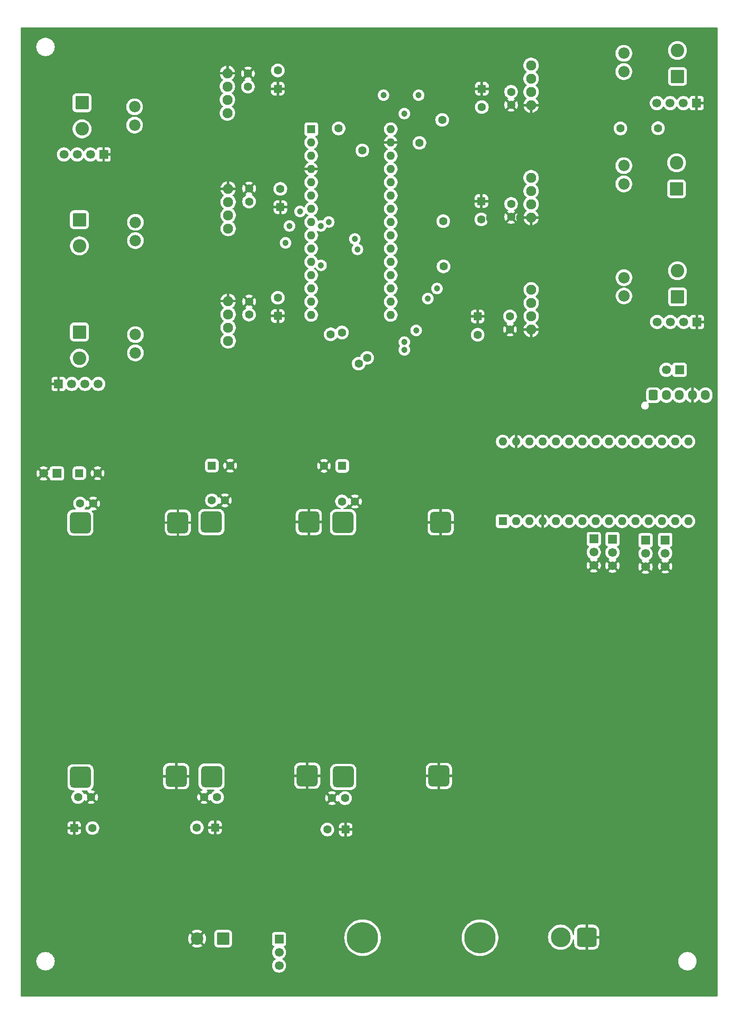
<source format=gbr>
%TF.GenerationSoftware,KiCad,Pcbnew,9.0.6*%
%TF.CreationDate,2025-12-16T10:50:29+01:00*%
%TF.ProjectId,Microver2025,4d696372-6f76-4657-9232-3032352e6b69,rev?*%
%TF.SameCoordinates,Original*%
%TF.FileFunction,Copper,L3,Inr*%
%TF.FilePolarity,Positive*%
%FSLAX46Y46*%
G04 Gerber Fmt 4.6, Leading zero omitted, Abs format (unit mm)*
G04 Created by KiCad (PCBNEW 9.0.6) date 2025-12-16 10:50:29*
%MOMM*%
%LPD*%
G01*
G04 APERTURE LIST*
G04 Aperture macros list*
%AMRoundRect*
0 Rectangle with rounded corners*
0 $1 Rounding radius*
0 $2 $3 $4 $5 $6 $7 $8 $9 X,Y pos of 4 corners*
0 Add a 4 corners polygon primitive as box body*
4,1,4,$2,$3,$4,$5,$6,$7,$8,$9,$2,$3,0*
0 Add four circle primitives for the rounded corners*
1,1,$1+$1,$2,$3*
1,1,$1+$1,$4,$5*
1,1,$1+$1,$6,$7*
1,1,$1+$1,$8,$9*
0 Add four rect primitives between the rounded corners*
20,1,$1+$1,$2,$3,$4,$5,0*
20,1,$1+$1,$4,$5,$6,$7,0*
20,1,$1+$1,$6,$7,$8,$9,0*
20,1,$1+$1,$8,$9,$2,$3,0*%
G04 Aperture macros list end*
%TA.AperFunction,ComponentPad*%
%ADD10C,1.600000*%
%TD*%
%TA.AperFunction,ComponentPad*%
%ADD11RoundRect,0.250000X0.550000X-0.550000X0.550000X0.550000X-0.550000X0.550000X-0.550000X-0.550000X0*%
%TD*%
%TA.AperFunction,ComponentPad*%
%ADD12RoundRect,0.250000X0.550000X0.550000X-0.550000X0.550000X-0.550000X-0.550000X0.550000X-0.550000X0*%
%TD*%
%TA.AperFunction,ComponentPad*%
%ADD13R,1.600000X1.600000*%
%TD*%
%TA.AperFunction,ComponentPad*%
%ADD14O,1.600000X1.600000*%
%TD*%
%TA.AperFunction,ComponentPad*%
%ADD15R,1.700000X1.700000*%
%TD*%
%TA.AperFunction,ComponentPad*%
%ADD16C,1.700000*%
%TD*%
%TA.AperFunction,ComponentPad*%
%ADD17RoundRect,0.250000X-0.550000X-0.550000X0.550000X-0.550000X0.550000X0.550000X-0.550000X0.550000X0*%
%TD*%
%TA.AperFunction,ComponentPad*%
%ADD18RoundRect,0.250000X-0.600000X-0.725000X0.600000X-0.725000X0.600000X0.725000X-0.600000X0.725000X0*%
%TD*%
%TA.AperFunction,ComponentPad*%
%ADD19O,1.700000X1.950000*%
%TD*%
%TA.AperFunction,ComponentPad*%
%ADD20RoundRect,0.250000X-1.050000X1.050000X-1.050000X-1.050000X1.050000X-1.050000X1.050000X1.050000X0*%
%TD*%
%TA.AperFunction,ComponentPad*%
%ADD21C,2.600000*%
%TD*%
%TA.AperFunction,ComponentPad*%
%ADD22C,1.930400*%
%TD*%
%TA.AperFunction,ComponentPad*%
%ADD23C,2.184400*%
%TD*%
%TA.AperFunction,ComponentPad*%
%ADD24RoundRect,0.600000X1.400000X-1.400000X1.400000X1.400000X-1.400000X1.400000X-1.400000X-1.400000X0*%
%TD*%
%TA.AperFunction,ComponentPad*%
%ADD25RoundRect,0.250000X-0.550000X0.550000X-0.550000X-0.550000X0.550000X-0.550000X0.550000X0.550000X0*%
%TD*%
%TA.AperFunction,ComponentPad*%
%ADD26RoundRect,0.250000X1.050000X-1.050000X1.050000X1.050000X-1.050000X1.050000X-1.050000X-1.050000X0*%
%TD*%
%TA.AperFunction,ComponentPad*%
%ADD27RoundRect,0.250001X0.949999X0.949999X-0.949999X0.949999X-0.949999X-0.949999X0.949999X-0.949999X0*%
%TD*%
%TA.AperFunction,ComponentPad*%
%ADD28C,2.400000*%
%TD*%
%TA.AperFunction,ComponentPad*%
%ADD29RoundRect,0.760000X1.140000X1.140000X-1.140000X1.140000X-1.140000X-1.140000X1.140000X-1.140000X0*%
%TD*%
%TA.AperFunction,ComponentPad*%
%ADD30C,3.800000*%
%TD*%
%TA.AperFunction,ComponentPad*%
%ADD31C,6.000000*%
%TD*%
%TA.AperFunction,ViaPad*%
%ADD32C,1.600000*%
%TD*%
%TA.AperFunction,ViaPad*%
%ADD33C,1.200000*%
%TD*%
G04 APERTURE END LIST*
D10*
%TO.N,+18V*%
%TO.C,C6*%
X136500000Y-83000000D03*
D11*
%TO.N,GND*%
X136500000Y-86500000D03*
%TD*%
D10*
%TO.N,+18V*%
%TO.C,C16*%
X146000000Y-184790000D03*
D12*
%TO.N,GND*%
X149500000Y-184790000D03*
%TD*%
D13*
%TO.N,unconnected-(A2-TX1-Pad1)*%
%TO.C,A2*%
X179600000Y-125766630D03*
D14*
%TO.N,unconnected-(A2-RX1-Pad2)*%
X182140000Y-125766630D03*
%TO.N,unconnected-(A2-~{RESET}-Pad3)*%
X184680000Y-125766630D03*
%TO.N,GND*%
X187220000Y-125766630D03*
%TO.N,unconnected-(A2-D2-Pad5)*%
X189760000Y-125766630D03*
%TO.N,unconnected-(A2-D3-Pad6)*%
X192300000Y-125766630D03*
%TO.N,unconnected-(A2-D4-Pad7)*%
X194840000Y-125766630D03*
%TO.N,/5V*%
X197380000Y-125766630D03*
X199920000Y-125766630D03*
%TO.N,unconnected-(A2-D7-Pad10)*%
X202460000Y-125766630D03*
%TO.N,unconnected-(A2-D8-Pad11)*%
X205000000Y-125766630D03*
%TO.N,/5V*%
X207540000Y-125766630D03*
X210080000Y-125766630D03*
%TO.N,/SPI*%
X212620000Y-125766630D03*
X215160000Y-125766630D03*
%TO.N,unconnected-(A2-SCK-Pad16)*%
X215160000Y-110526630D03*
%TO.N,unconnected-(A2-3V3-Pad17)*%
X212620000Y-110526630D03*
%TO.N,unconnected-(A2-AREF-Pad18)*%
X210080000Y-110526630D03*
%TO.N,unconnected-(A2-A0-Pad19)*%
X207540000Y-110526630D03*
%TO.N,unconnected-(A2-A1-Pad20)*%
X205000000Y-110526630D03*
%TO.N,unconnected-(A2-A2-Pad21)*%
X202460000Y-110526630D03*
%TO.N,unconnected-(A2-A3-Pad22)*%
X199920000Y-110526630D03*
%TO.N,unconnected-(A2-SDA{slash}A4-Pad23)*%
X197380000Y-110526630D03*
%TO.N,unconnected-(A2-SCL{slash}A5-Pad24)*%
X194840000Y-110526630D03*
%TO.N,unconnected-(A2-A6-Pad25)*%
X192300000Y-110526630D03*
%TO.N,unconnected-(A2-A7-Pad26)*%
X189760000Y-110526630D03*
%TO.N,unconnected-(A2-+5V-Pad27)*%
X187220000Y-110526630D03*
%TO.N,unconnected-(A2-~{RESET}-Pad28)*%
X184680000Y-110526630D03*
%TO.N,GND*%
X182140000Y-110526630D03*
%TO.N,/5V*%
X179600000Y-110526630D03*
%TD*%
D15*
%TO.N,/5V*%
%TO.C,M4*%
X197040000Y-129180000D03*
D16*
X197040000Y-131720000D03*
%TO.N,GND*%
X197040000Y-134260000D03*
%TD*%
D15*
%TO.N,/5V*%
%TO.C,J4*%
X94170000Y-116640000D03*
D16*
%TO.N,GND*%
X91630000Y-116640000D03*
%TD*%
D12*
%TO.N,/5V*%
%TO.C,C15*%
X148855000Y-115190000D03*
D10*
%TO.N,GND*%
X145355000Y-115190000D03*
%TD*%
D17*
%TO.N,/5V*%
%TO.C,C24*%
X98477349Y-116590000D03*
D10*
%TO.N,GND*%
X101977349Y-116590000D03*
%TD*%
D18*
%TO.N,/5V*%
%TO.C,J11*%
X208450000Y-101650000D03*
D19*
%TO.N,/URAT*%
X210950000Y-101650000D03*
X213450000Y-101650000D03*
%TO.N,GND*%
X215950000Y-101650000D03*
%TO.N,unconnected-(J11-Pin_5-Pad5)*%
X218450000Y-101650000D03*
%TD*%
D15*
%TO.N,/5V*%
%TO.C,M2*%
X206960000Y-129425000D03*
D16*
X206960000Y-131965000D03*
%TO.N,GND*%
X206960000Y-134505000D03*
%TD*%
D12*
%TO.N,GND*%
%TO.C,C19*%
X124500000Y-184390000D03*
D10*
%TO.N,+18V*%
X121000000Y-184390000D03*
%TD*%
%TO.N,GND*%
%TO.C,C12*%
X181000000Y-89083370D03*
%TO.N,+18V*%
X181000000Y-86583370D03*
%TD*%
D15*
%TO.N,/5V*%
%TO.C,M1*%
X210735000Y-129350000D03*
D16*
X210735000Y-131890000D03*
%TO.N,GND*%
X210735000Y-134430000D03*
%TD*%
D15*
%TO.N,GND*%
%TO.C,J7*%
X103140000Y-55583370D03*
D16*
%TO.N,/5V*%
X100600000Y-55583370D03*
%TO.N,/DIGI*%
X98060000Y-55583370D03*
X95520000Y-55583370D03*
%TD*%
D20*
%TO.N,/M2_B*%
%TO.C,J3*%
X98500000Y-68063370D03*
D21*
%TO.N,/M2_A*%
X98500000Y-73063370D03*
%TD*%
D22*
%TO.N,GND*%
%TO.C,U5*%
X185027500Y-46138895D03*
%TO.N,/5V*%
X185027500Y-38518895D03*
X185027500Y-41058895D03*
%TO.N,+18V*%
X185027500Y-43598895D03*
D23*
%TO.N,/M4_A*%
X202807500Y-36210895D03*
%TO.N,/M4_B*%
X202807500Y-39710895D03*
%TD*%
D22*
%TO.N,GND*%
%TO.C,U4*%
X127000000Y-83633370D03*
%TO.N,/5V*%
X127000000Y-91253370D03*
X127000000Y-88713370D03*
%TO.N,+18V*%
X127000000Y-86173370D03*
D23*
%TO.N,/M3_A*%
X109220000Y-93561370D03*
%TO.N,/M3_B*%
X109220000Y-90061370D03*
%TD*%
D10*
%TO.N,GND*%
%TO.C,C22*%
X100750000Y-178590000D03*
%TO.N,+18V*%
X98250000Y-178590000D03*
%TD*%
D22*
%TO.N,GND*%
%TO.C,U6*%
X185027500Y-67638895D03*
%TO.N,/5V*%
X185027500Y-60018895D03*
X185027500Y-62558895D03*
%TO.N,+18V*%
X185027500Y-65098895D03*
D23*
%TO.N,/M5_A*%
X202807500Y-57710895D03*
%TO.N,/M5_B*%
X202807500Y-61210895D03*
%TD*%
D22*
%TO.N,GND*%
%TO.C,U8*%
X185052500Y-89088895D03*
%TO.N,/5V*%
X185052500Y-81468895D03*
X185052500Y-84008895D03*
%TO.N,+18V*%
X185052500Y-86548895D03*
D23*
%TO.N,/M6_A*%
X202832500Y-79160895D03*
%TO.N,/M6_B*%
X202832500Y-82660895D03*
%TD*%
D15*
%TO.N,GND*%
%TO.C,J8*%
X216750000Y-45750000D03*
D16*
%TO.N,/5V*%
X214210000Y-45750000D03*
%TO.N,/DIGI*%
X211670000Y-45750000D03*
X209130000Y-45750000D03*
%TD*%
D17*
%TO.N,GND*%
%TO.C,C23*%
X97500000Y-184500000D03*
D10*
%TO.N,+18V*%
X101000000Y-184500000D03*
%TD*%
D15*
%TO.N,GND*%
%TO.C,J2*%
X216800000Y-87633370D03*
D16*
%TO.N,/5V*%
X214260000Y-87633370D03*
%TO.N,/DIGI*%
X211720000Y-87633370D03*
X209180000Y-87633370D03*
%TD*%
D10*
%TO.N,GND*%
%TO.C,C11*%
X130800000Y-40083370D03*
%TO.N,+18V*%
X130800000Y-42583370D03*
%TD*%
D20*
%TO.N,/M1_B*%
%TO.C,J1*%
X99000000Y-45683370D03*
D21*
%TO.N,/M1_A*%
X99000000Y-50683370D03*
%TD*%
D24*
%TO.N,+18V*%
%TO.C,U9*%
X98700000Y-174790000D03*
%TO.N,GND*%
X117040000Y-174600000D03*
%TO.N,/5V*%
X98680000Y-126050000D03*
%TO.N,GND*%
X117360000Y-126050000D03*
%TD*%
D10*
%TO.N,/5V*%
%TO.C,C21*%
X123880000Y-121790000D03*
%TO.N,GND*%
X126380000Y-121790000D03*
%TD*%
D25*
%TO.N,GND*%
%TO.C,C4*%
X175600000Y-43000000D03*
D10*
%TO.N,+18V*%
X175600000Y-46500000D03*
%TD*%
%TO.N,GND*%
%TO.C,C9*%
X131000000Y-62083370D03*
%TO.N,+18V*%
X131000000Y-64583370D03*
%TD*%
D22*
%TO.N,GND*%
%TO.C,U2*%
X127000000Y-62133370D03*
%TO.N,/5V*%
X127000000Y-69753370D03*
X127000000Y-67213370D03*
%TO.N,+18V*%
X127000000Y-64673370D03*
D23*
%TO.N,/M2_A*%
X109220000Y-72061370D03*
%TO.N,/M2_B*%
X109220000Y-68561370D03*
%TD*%
D10*
%TO.N,GND*%
%TO.C,C3*%
X181200000Y-67533370D03*
%TO.N,+18V*%
X181200000Y-65033370D03*
%TD*%
D26*
%TO.N,/M4_B*%
%TO.C,J9*%
X213080000Y-40658895D03*
D21*
%TO.N,/M4_A*%
X213080000Y-35658895D03*
%TD*%
D10*
%TO.N,+18V*%
%TO.C,C8*%
X137000000Y-62152651D03*
D11*
%TO.N,GND*%
X137000000Y-65652651D03*
%TD*%
D15*
%TO.N,GND*%
%TO.C,J5*%
X94500000Y-99500000D03*
D16*
%TO.N,/5V*%
X97040000Y-99500000D03*
%TO.N,/DIGI*%
X99580000Y-99500000D03*
X102120000Y-99500000D03*
%TD*%
D20*
%TO.N,/M3_B*%
%TO.C,J6*%
X98500000Y-89563370D03*
D21*
%TO.N,/M3_A*%
X98500000Y-94563370D03*
%TD*%
D27*
%TO.N,+18V*%
%TO.C,C1*%
X126030000Y-205690000D03*
D28*
%TO.N,GND*%
X121030000Y-205690000D03*
%TD*%
D10*
%TO.N,GND*%
%TO.C,C18*%
X122380000Y-178590000D03*
%TO.N,+18V*%
X124880000Y-178590000D03*
%TD*%
D13*
%TO.N,unconnected-(A1-TX1-Pad1)*%
%TO.C,A1*%
X142907500Y-50737845D03*
D14*
%TO.N,unconnected-(A1-RX1-Pad2)*%
X142907500Y-53277845D03*
%TO.N,unconnected-(A1-~{RESET}-Pad3)*%
X142907500Y-55817845D03*
%TO.N,GND*%
X142907500Y-58357845D03*
%TO.N,unconnected-(A1-D2-Pad5)*%
X142907500Y-60897845D03*
%TO.N,unconnected-(A1-D3-Pad6)*%
X142907500Y-63437845D03*
%TO.N,unconnected-(A1-D4-Pad7)*%
X142907500Y-65977845D03*
%TO.N,/5V*%
X142907500Y-68517845D03*
X142907500Y-71057845D03*
%TO.N,unconnected-(A1-D7-Pad10)*%
X142907500Y-73597845D03*
%TO.N,unconnected-(A1-D8-Pad11)*%
X142907500Y-76137845D03*
%TO.N,/5V*%
X142907500Y-78677845D03*
X142907500Y-81217845D03*
%TO.N,/SPI*%
X142907500Y-83757845D03*
X142907500Y-86297845D03*
%TO.N,unconnected-(A1-SCK-Pad16)*%
X158147500Y-86297845D03*
%TO.N,unconnected-(A1-3V3-Pad17)*%
X158147500Y-83757845D03*
%TO.N,unconnected-(A1-AREF-Pad18)*%
X158147500Y-81217845D03*
%TO.N,/DIGI*%
X158147500Y-78677845D03*
X158147500Y-76137845D03*
X158147500Y-73597845D03*
X158147500Y-71057845D03*
X158147500Y-68517845D03*
X158147500Y-65977845D03*
X158147500Y-63437845D03*
X158147500Y-60897845D03*
%TO.N,/5V*%
X158147500Y-58357845D03*
%TO.N,unconnected-(A1-~{RESET}-Pad28)*%
X158147500Y-55817845D03*
%TO.N,GND*%
X158147500Y-53277845D03*
%TO.N,unconnected-(A1-VIN-Pad30)*%
X158147500Y-50737845D03*
%TD*%
D10*
%TO.N,/5V*%
%TO.C,C14*%
X148800000Y-121990000D03*
%TO.N,GND*%
X151300000Y-121990000D03*
%TD*%
%TO.N,GND*%
%TO.C,C7*%
X131000000Y-83733370D03*
%TO.N,+18V*%
X131000000Y-86233370D03*
%TD*%
D25*
%TO.N,GND*%
%TO.C,C2*%
X175500000Y-64500000D03*
D10*
%TO.N,+18V*%
X175500000Y-68000000D03*
%TD*%
D26*
%TO.N,/M6_B*%
%TO.C,J12*%
X213080000Y-82833370D03*
D21*
%TO.N,/M6_A*%
X213080000Y-77833370D03*
%TD*%
D22*
%TO.N,GND*%
%TO.C,U1*%
X126852500Y-40028895D03*
%TO.N,/5V*%
X126852500Y-47648895D03*
X126852500Y-45108895D03*
%TO.N,+18V*%
X126852500Y-42568895D03*
D23*
%TO.N,/M1_A*%
X109072500Y-49956895D03*
%TO.N,/M1_B*%
X109072500Y-46456895D03*
%TD*%
D29*
%TO.N,GND*%
%TO.C,J14*%
X195700000Y-205400000D03*
D30*
%TO.N,+18V*%
X190700000Y-205400000D03*
%TD*%
D15*
%TO.N,+18V*%
%TO.C,SW1*%
X136750000Y-205750000D03*
D16*
X136750000Y-208290000D03*
%TO.N,unconnected-(SW1-C-Pad3)*%
X136750000Y-210830000D03*
%TD*%
D17*
%TO.N,/5V*%
%TO.C,C20*%
X123880000Y-115140000D03*
D10*
%TO.N,GND*%
X127380000Y-115140000D03*
%TD*%
%TO.N,+18V*%
%TO.C,C13*%
X174800000Y-90080719D03*
D25*
%TO.N,GND*%
X174800000Y-86580719D03*
%TD*%
D26*
%TO.N,/M5_B*%
%TO.C,J10*%
X212907500Y-62158895D03*
D21*
%TO.N,/M5_A*%
X212907500Y-57158895D03*
%TD*%
D15*
%TO.N,/URAT*%
%TO.C,J13*%
X213470000Y-96800000D03*
D16*
X210930000Y-96800000D03*
%TD*%
D24*
%TO.N,+18V*%
%TO.C,U3*%
X149040000Y-174730000D03*
%TO.N,GND*%
X167380000Y-174540000D03*
%TO.N,/5V*%
X149020000Y-125990000D03*
%TO.N,GND*%
X167700000Y-125990000D03*
%TD*%
D31*
%TO.N,+18V*%
%TO.C,F1*%
X175250000Y-205500000D03*
X152750000Y-205500000D03*
%TD*%
D10*
%TO.N,GND*%
%TO.C,C17*%
X146880000Y-178790000D03*
%TO.N,+18V*%
X149380000Y-178790000D03*
%TD*%
%TO.N,/5V*%
%TO.C,C25*%
X98630000Y-122390000D03*
%TO.N,GND*%
X101130000Y-122390000D03*
%TD*%
D11*
%TO.N,GND*%
%TO.C,C10*%
X136500000Y-43000000D03*
D10*
%TO.N,+18V*%
X136500000Y-39500000D03*
%TD*%
D24*
%TO.N,+18V*%
%TO.C,U10*%
X123800000Y-174680000D03*
%TO.N,GND*%
X142140000Y-174490000D03*
%TO.N,/5V*%
X123780000Y-125940000D03*
%TO.N,GND*%
X142460000Y-125940000D03*
%TD*%
D15*
%TO.N,/5V*%
%TO.C,M3*%
X200630000Y-129200000D03*
D16*
X200630000Y-131740000D03*
%TO.N,GND*%
X200630000Y-134280000D03*
%TD*%
D10*
%TO.N,GND*%
%TO.C,C5*%
X181200000Y-46083370D03*
%TO.N,+18V*%
X181200000Y-43583370D03*
%TD*%
D32*
%TO.N,GND*%
X206950000Y-136860000D03*
X141000000Y-56950000D03*
X117540000Y-182490000D03*
X136550000Y-36950000D03*
X131050000Y-81540000D03*
X172500000Y-93000000D03*
X143130000Y-118640000D03*
X124250000Y-83600000D03*
X104255000Y-113015000D03*
X139150000Y-39900000D03*
X118250000Y-211950000D03*
X177200000Y-67750000D03*
X112130000Y-173680000D03*
X142380000Y-121890000D03*
X215300000Y-104100000D03*
X177000000Y-93000000D03*
X167630000Y-122140000D03*
X217600000Y-104150000D03*
X126950000Y-59450000D03*
X130130000Y-118390000D03*
X126700000Y-37450000D03*
X185250000Y-48800000D03*
X129630000Y-111390000D03*
X197050000Y-136640000D03*
X91650000Y-113750000D03*
X141630000Y-115140000D03*
X178300000Y-48600000D03*
X139380000Y-178390000D03*
X128630000Y-121890000D03*
X127000000Y-81050000D03*
X113880000Y-178390000D03*
X181500000Y-92000000D03*
X182150000Y-107900000D03*
X124500000Y-62150000D03*
D33*
X160250000Y-53250000D03*
D32*
X163130000Y-126140000D03*
X153880000Y-122140000D03*
X133750000Y-37000000D03*
X104630000Y-182390000D03*
X91550000Y-119350000D03*
X210750000Y-136750000D03*
X116630000Y-170180000D03*
X119520000Y-178610000D03*
X117380000Y-129890000D03*
X187500000Y-46150000D03*
X178300000Y-46400000D03*
X142380000Y-129890000D03*
X181300000Y-48500000D03*
X104380000Y-187390000D03*
X103380000Y-122390000D03*
X138500000Y-79250000D03*
X144540000Y-178830000D03*
X104755000Y-120015000D03*
X115990000Y-205430000D03*
X137880000Y-125890000D03*
X117380000Y-121890000D03*
D33*
X216750000Y-90000000D03*
D32*
X124200000Y-81150000D03*
X112880000Y-125890000D03*
X103130000Y-178640000D03*
X167130000Y-170140000D03*
X142630000Y-111640000D03*
D33*
X95000000Y-97500000D03*
D32*
X197500000Y-209500000D03*
X142650000Y-187110000D03*
X139050000Y-83350000D03*
X170350000Y-67800000D03*
X141910000Y-170180000D03*
X139250000Y-37050000D03*
D33*
X216750000Y-47800000D03*
D32*
X164380000Y-178350000D03*
X187200000Y-128150000D03*
X175550000Y-49000000D03*
X133700000Y-39650000D03*
X88920000Y-116690000D03*
X124400000Y-59600000D03*
X200620000Y-136600000D03*
X137410000Y-173680000D03*
X200000000Y-207000000D03*
X105755000Y-116515000D03*
X131130000Y-114890000D03*
X179500000Y-91000000D03*
X167630000Y-130140000D03*
X162630000Y-173640000D03*
X200000000Y-203500000D03*
X142560000Y-182710000D03*
X118250000Y-200210000D03*
X124350000Y-40000000D03*
D33*
X103150000Y-57400000D03*
D32*
X182950000Y-67650000D03*
X131050000Y-59800000D03*
X130750000Y-37650000D03*
X197500000Y-201500000D03*
X178950000Y-67750000D03*
X117630000Y-186890000D03*
%TO.N,/SPI*%
X152000000Y-95600000D03*
X148800000Y-89650000D03*
X146650000Y-90000000D03*
X153600000Y-94500000D03*
%TO.N,/5V*%
X168200000Y-68334370D03*
X148150000Y-50600000D03*
D33*
X140750000Y-66500000D03*
D32*
X152700000Y-54800000D03*
X209350000Y-50550000D03*
X202150000Y-50600000D03*
X168000000Y-48950000D03*
X168250000Y-77000000D03*
D33*
X160750000Y-47750000D03*
X156750000Y-44250000D03*
X138750000Y-69250000D03*
X138000000Y-72500000D03*
X163000000Y-89250000D03*
X163500000Y-44250000D03*
D32*
X163650000Y-53350000D03*
D33*
X144792672Y-76792672D03*
%TO.N,/DIGI*%
X167000000Y-81250000D03*
X144750000Y-69250000D03*
X160750000Y-93000000D03*
X151750000Y-73750000D03*
X146250000Y-68500000D03*
X160750000Y-91500000D03*
X165250000Y-83161522D03*
X151250000Y-71750000D03*
%TD*%
%TA.AperFunction,Conductor*%
%TO.N,GND*%
G36*
X100012320Y-177310185D02*
G01*
X100058075Y-177362989D01*
X100068019Y-177432147D01*
X100038994Y-177495703D01*
X100024173Y-177509304D01*
X100024077Y-177510524D01*
X100703554Y-178190000D01*
X100697339Y-178190000D01*
X100595606Y-178217259D01*
X100504394Y-178269920D01*
X100429920Y-178344394D01*
X100377259Y-178435606D01*
X100350000Y-178537339D01*
X100350000Y-178543553D01*
X99670524Y-177864077D01*
X99670523Y-177864077D01*
X99638143Y-177908644D01*
X99610765Y-177962378D01*
X99562790Y-178013174D01*
X99494969Y-178029969D01*
X99428834Y-178007431D01*
X99389795Y-177962378D01*
X99389794Y-177962376D01*
X99362287Y-177908390D01*
X99362285Y-177908387D01*
X99362284Y-177908385D01*
X99241971Y-177742786D01*
X99097219Y-177598034D01*
X99078976Y-177584780D01*
X98982681Y-177514818D01*
X98940016Y-177459489D01*
X98934037Y-177389875D01*
X98966642Y-177328080D01*
X99027481Y-177293723D01*
X99055567Y-177290500D01*
X99945281Y-177290500D01*
X100012320Y-177310185D01*
G37*
%TD.AperFunction*%
%TA.AperFunction,Conductor*%
G36*
X124332244Y-177200185D02*
G01*
X124377999Y-177252989D01*
X124387943Y-177322147D01*
X124358918Y-177385703D01*
X124321500Y-177414985D01*
X124198386Y-177477715D01*
X124032786Y-177598028D01*
X123888028Y-177742786D01*
X123767714Y-177908386D01*
X123740203Y-177962379D01*
X123692227Y-178013174D01*
X123624406Y-178029968D01*
X123558272Y-178007429D01*
X123519234Y-177962376D01*
X123491861Y-177908652D01*
X123459474Y-177864077D01*
X123459474Y-177864076D01*
X122780000Y-178543551D01*
X122780000Y-178537339D01*
X122752741Y-178435606D01*
X122700080Y-178344394D01*
X122625606Y-178269920D01*
X122534394Y-178217259D01*
X122432661Y-178190000D01*
X122426446Y-178190000D01*
X123105922Y-177510524D01*
X123105921Y-177510523D01*
X123061359Y-177478147D01*
X123061350Y-177478141D01*
X122937399Y-177414985D01*
X122886603Y-177367010D01*
X122869808Y-177299189D01*
X122892345Y-177233055D01*
X122947060Y-177189603D01*
X122993694Y-177180500D01*
X124265205Y-177180500D01*
X124332244Y-177200185D01*
G37*
%TD.AperFunction*%
%TA.AperFunction,Conductor*%
G36*
X100730000Y-122442661D02*
G01*
X100757259Y-122544394D01*
X100809920Y-122635606D01*
X100884394Y-122710080D01*
X100975606Y-122762741D01*
X101077339Y-122790000D01*
X101083553Y-122790000D01*
X100389668Y-123483882D01*
X100386609Y-123498444D01*
X100337557Y-123548200D01*
X100269391Y-123563537D01*
X100251001Y-123560960D01*
X100211247Y-123552312D01*
X100203982Y-123551879D01*
X100164038Y-123549500D01*
X100164027Y-123549500D01*
X99609047Y-123549500D01*
X99542008Y-123529815D01*
X99496253Y-123477011D01*
X99486309Y-123407853D01*
X99515334Y-123344297D01*
X99521366Y-123337819D01*
X99569185Y-123290000D01*
X99621966Y-123237219D01*
X99621968Y-123237215D01*
X99621971Y-123237213D01*
X99742286Y-123071611D01*
X99742415Y-123071359D01*
X99769795Y-123017621D01*
X99817769Y-122966826D01*
X99885589Y-122950030D01*
X99951725Y-122972567D01*
X99990765Y-123017621D01*
X100018141Y-123071350D01*
X100018147Y-123071359D01*
X100050523Y-123115921D01*
X100050524Y-123115922D01*
X100730000Y-122436446D01*
X100730000Y-122442661D01*
G37*
%TD.AperFunction*%
%TA.AperFunction,Conductor*%
G36*
X220692539Y-31270185D02*
G01*
X220738294Y-31322989D01*
X220749500Y-31374500D01*
X220749500Y-216625500D01*
X220729815Y-216692539D01*
X220677011Y-216738294D01*
X220625500Y-216749500D01*
X87374500Y-216749500D01*
X87307461Y-216729815D01*
X87261706Y-216677011D01*
X87250500Y-216625500D01*
X87250500Y-209885258D01*
X90249500Y-209885258D01*
X90249500Y-210114741D01*
X90274446Y-210304215D01*
X90279452Y-210342238D01*
X90279453Y-210342240D01*
X90338842Y-210563887D01*
X90426650Y-210775876D01*
X90426657Y-210775890D01*
X90541392Y-210974617D01*
X90681081Y-211156661D01*
X90681089Y-211156670D01*
X90843330Y-211318911D01*
X90843338Y-211318918D01*
X91025382Y-211458607D01*
X91025385Y-211458608D01*
X91025388Y-211458611D01*
X91224112Y-211573344D01*
X91224117Y-211573346D01*
X91224123Y-211573349D01*
X91315480Y-211611190D01*
X91436113Y-211661158D01*
X91657762Y-211720548D01*
X91885266Y-211750500D01*
X91885273Y-211750500D01*
X92114727Y-211750500D01*
X92114734Y-211750500D01*
X92342238Y-211720548D01*
X92563887Y-211661158D01*
X92775888Y-211573344D01*
X92974612Y-211458611D01*
X93156661Y-211318919D01*
X93156665Y-211318914D01*
X93156670Y-211318911D01*
X93318911Y-211156670D01*
X93318914Y-211156665D01*
X93318919Y-211156661D01*
X93458611Y-210974612D01*
X93573344Y-210775888D01*
X93661158Y-210563887D01*
X93720548Y-210342238D01*
X93750500Y-210114734D01*
X93750500Y-209885266D01*
X93720548Y-209657762D01*
X93661158Y-209436113D01*
X93573344Y-209224112D01*
X93458611Y-209025388D01*
X93458608Y-209025385D01*
X93458607Y-209025382D01*
X93318918Y-208843338D01*
X93318911Y-208843330D01*
X93156670Y-208681089D01*
X93156661Y-208681081D01*
X92974617Y-208541392D01*
X92775890Y-208426657D01*
X92775876Y-208426650D01*
X92563887Y-208338842D01*
X92342238Y-208279452D01*
X92304215Y-208274446D01*
X92114741Y-208249500D01*
X92114734Y-208249500D01*
X91885266Y-208249500D01*
X91885258Y-208249500D01*
X91668715Y-208278009D01*
X91657762Y-208279452D01*
X91564076Y-208304554D01*
X91436112Y-208338842D01*
X91224123Y-208426650D01*
X91224109Y-208426657D01*
X91025382Y-208541392D01*
X90843338Y-208681081D01*
X90681081Y-208843338D01*
X90541392Y-209025382D01*
X90426657Y-209224109D01*
X90426650Y-209224123D01*
X90338842Y-209436112D01*
X90279453Y-209657759D01*
X90279451Y-209657770D01*
X90249500Y-209885258D01*
X87250500Y-209885258D01*
X87250500Y-205578575D01*
X119330000Y-205578575D01*
X119330000Y-205801424D01*
X119359085Y-206022354D01*
X119359088Y-206022367D01*
X119416763Y-206237618D01*
X119502045Y-206443502D01*
X119502054Y-206443520D01*
X119613464Y-206636491D01*
X119613473Y-206636504D01*
X119664040Y-206702403D01*
X119664043Y-206702403D01*
X120465387Y-205901058D01*
X120470889Y-205921591D01*
X120549881Y-206058408D01*
X120661592Y-206170119D01*
X120798409Y-206249111D01*
X120818940Y-206254612D01*
X120017595Y-207055955D01*
X120017595Y-207055956D01*
X120083507Y-207106533D01*
X120276485Y-207217949D01*
X120276497Y-207217954D01*
X120482381Y-207303236D01*
X120697632Y-207360911D01*
X120697645Y-207360914D01*
X120918575Y-207390000D01*
X121141425Y-207390000D01*
X121362354Y-207360914D01*
X121362367Y-207360911D01*
X121577618Y-207303236D01*
X121783502Y-207217954D01*
X121783514Y-207217949D01*
X121976498Y-207106530D01*
X122042403Y-207055957D01*
X122042404Y-207055956D01*
X121241059Y-206254612D01*
X121261591Y-206249111D01*
X121398408Y-206170119D01*
X121510119Y-206058408D01*
X121589111Y-205921591D01*
X121594612Y-205901060D01*
X122395956Y-206702404D01*
X122395957Y-206702403D01*
X122446530Y-206636498D01*
X122557949Y-206443514D01*
X122557954Y-206443502D01*
X122643236Y-206237618D01*
X122700911Y-206022367D01*
X122700914Y-206022354D01*
X122730000Y-205801424D01*
X122730000Y-205578575D01*
X122700914Y-205357645D01*
X122700911Y-205357632D01*
X122643236Y-205142381D01*
X122557954Y-204936497D01*
X122557949Y-204936485D01*
X122449610Y-204748835D01*
X122446533Y-204743506D01*
X122405463Y-204689984D01*
X124329500Y-204689984D01*
X124329500Y-206690015D01*
X124340000Y-206792795D01*
X124340001Y-206792796D01*
X124395186Y-206959335D01*
X124395187Y-206959337D01*
X124487286Y-207108651D01*
X124487289Y-207108655D01*
X124611344Y-207232710D01*
X124611348Y-207232713D01*
X124760662Y-207324812D01*
X124760664Y-207324813D01*
X124760666Y-207324814D01*
X124927203Y-207379999D01*
X125029992Y-207390500D01*
X125029997Y-207390500D01*
X127030003Y-207390500D01*
X127030008Y-207390500D01*
X127132797Y-207379999D01*
X127299334Y-207324814D01*
X127448655Y-207232711D01*
X127572711Y-207108655D01*
X127664814Y-206959334D01*
X127719999Y-206792797D01*
X127730500Y-206690008D01*
X127730500Y-204852135D01*
X135399500Y-204852135D01*
X135399500Y-206647870D01*
X135399501Y-206647876D01*
X135405908Y-206707483D01*
X135456202Y-206842328D01*
X135456206Y-206842335D01*
X135542452Y-206957544D01*
X135542455Y-206957547D01*
X135657664Y-207043793D01*
X135657671Y-207043797D01*
X135789082Y-207092810D01*
X135845016Y-207134681D01*
X135869433Y-207200145D01*
X135854582Y-207268418D01*
X135833431Y-207296673D01*
X135719889Y-207410215D01*
X135594951Y-207582179D01*
X135498444Y-207771585D01*
X135498443Y-207771587D01*
X135498443Y-207771588D01*
X135489212Y-207799999D01*
X135432753Y-207973760D01*
X135399500Y-208183713D01*
X135399500Y-208396286D01*
X135422482Y-208541392D01*
X135432754Y-208606243D01*
X135457070Y-208681081D01*
X135498444Y-208808414D01*
X135594951Y-208997820D01*
X135719890Y-209169786D01*
X135870213Y-209320109D01*
X136042182Y-209445050D01*
X136050946Y-209449516D01*
X136101742Y-209497491D01*
X136118536Y-209565312D01*
X136095998Y-209631447D01*
X136050946Y-209670484D01*
X136042182Y-209674949D01*
X135870213Y-209799890D01*
X135719890Y-209950213D01*
X135594951Y-210122179D01*
X135498444Y-210311585D01*
X135432753Y-210513760D01*
X135424814Y-210563887D01*
X135399500Y-210723713D01*
X135399500Y-210936287D01*
X135432754Y-211146243D01*
X135488857Y-211318911D01*
X135498444Y-211348414D01*
X135594951Y-211537820D01*
X135719890Y-211709786D01*
X135870213Y-211860109D01*
X136042179Y-211985048D01*
X136042181Y-211985049D01*
X136042184Y-211985051D01*
X136231588Y-212081557D01*
X136433757Y-212147246D01*
X136643713Y-212180500D01*
X136643714Y-212180500D01*
X136856286Y-212180500D01*
X136856287Y-212180500D01*
X137066243Y-212147246D01*
X137268412Y-212081557D01*
X137457816Y-211985051D01*
X137479789Y-211969086D01*
X137629786Y-211860109D01*
X137629788Y-211860106D01*
X137629792Y-211860104D01*
X137780104Y-211709792D01*
X137780106Y-211709788D01*
X137780109Y-211709786D01*
X137905048Y-211537820D01*
X137905047Y-211537820D01*
X137905051Y-211537816D01*
X138001557Y-211348412D01*
X138067246Y-211146243D01*
X138100500Y-210936287D01*
X138100500Y-210723713D01*
X138067246Y-210513757D01*
X138001557Y-210311588D01*
X137905051Y-210122184D01*
X137905049Y-210122181D01*
X137905048Y-210122179D01*
X137782929Y-209954095D01*
X137782927Y-209954093D01*
X137780105Y-209950209D01*
X137715154Y-209885258D01*
X213249500Y-209885258D01*
X213249500Y-210114741D01*
X213274446Y-210304215D01*
X213279452Y-210342238D01*
X213279453Y-210342240D01*
X213338842Y-210563887D01*
X213426650Y-210775876D01*
X213426657Y-210775890D01*
X213541392Y-210974617D01*
X213681081Y-211156661D01*
X213681089Y-211156670D01*
X213843330Y-211318911D01*
X213843338Y-211318918D01*
X214025382Y-211458607D01*
X214025385Y-211458608D01*
X214025388Y-211458611D01*
X214224112Y-211573344D01*
X214224117Y-211573346D01*
X214224123Y-211573349D01*
X214315480Y-211611190D01*
X214436113Y-211661158D01*
X214657762Y-211720548D01*
X214885266Y-211750500D01*
X214885273Y-211750500D01*
X215114727Y-211750500D01*
X215114734Y-211750500D01*
X215342238Y-211720548D01*
X215563887Y-211661158D01*
X215775888Y-211573344D01*
X215974612Y-211458611D01*
X216156661Y-211318919D01*
X216156665Y-211318914D01*
X216156670Y-211318911D01*
X216318911Y-211156670D01*
X216318914Y-211156665D01*
X216318919Y-211156661D01*
X216458611Y-210974612D01*
X216573344Y-210775888D01*
X216661158Y-210563887D01*
X216720548Y-210342238D01*
X216750500Y-210114734D01*
X216750500Y-209885266D01*
X216720548Y-209657762D01*
X216661158Y-209436113D01*
X216573344Y-209224112D01*
X216458611Y-209025388D01*
X216458608Y-209025385D01*
X216458607Y-209025382D01*
X216318918Y-208843338D01*
X216318911Y-208843330D01*
X216156670Y-208681089D01*
X216156661Y-208681081D01*
X215974617Y-208541392D01*
X215775890Y-208426657D01*
X215775876Y-208426650D01*
X215563887Y-208338842D01*
X215342238Y-208279452D01*
X215304215Y-208274446D01*
X215114741Y-208249500D01*
X215114734Y-208249500D01*
X214885266Y-208249500D01*
X214885258Y-208249500D01*
X214668715Y-208278009D01*
X214657762Y-208279452D01*
X214564076Y-208304554D01*
X214436112Y-208338842D01*
X214224123Y-208426650D01*
X214224109Y-208426657D01*
X214025382Y-208541392D01*
X213843338Y-208681081D01*
X213681081Y-208843338D01*
X213541392Y-209025382D01*
X213426657Y-209224109D01*
X213426650Y-209224123D01*
X213338842Y-209436112D01*
X213279453Y-209657759D01*
X213279451Y-209657770D01*
X213249500Y-209885258D01*
X137715154Y-209885258D01*
X137629786Y-209799890D01*
X137457820Y-209674951D01*
X137457115Y-209674591D01*
X137449054Y-209670485D01*
X137398259Y-209622512D01*
X137381463Y-209554692D01*
X137403999Y-209488556D01*
X137449054Y-209449515D01*
X137457816Y-209445051D01*
X137479789Y-209429086D01*
X137629786Y-209320109D01*
X137629788Y-209320106D01*
X137629792Y-209320104D01*
X137780104Y-209169792D01*
X137780106Y-209169788D01*
X137780109Y-209169786D01*
X137905048Y-208997820D01*
X137905047Y-208997820D01*
X137905051Y-208997816D01*
X138001557Y-208808412D01*
X138067246Y-208606243D01*
X138100500Y-208396287D01*
X138100500Y-208183713D01*
X138067246Y-207973757D01*
X138001557Y-207771588D01*
X137905051Y-207582184D01*
X137905049Y-207582181D01*
X137905048Y-207582179D01*
X137780109Y-207410213D01*
X137666569Y-207296673D01*
X137633084Y-207235350D01*
X137638068Y-207165658D01*
X137679940Y-207109725D01*
X137710915Y-207092810D01*
X137842331Y-207043796D01*
X137957546Y-206957546D01*
X138043796Y-206842331D01*
X138094091Y-206707483D01*
X138100500Y-206647873D01*
X138100499Y-205328034D01*
X149249500Y-205328034D01*
X149249500Y-205671965D01*
X149283210Y-206014249D01*
X149350308Y-206351572D01*
X149450150Y-206680706D01*
X149517099Y-206842335D01*
X149564821Y-206957547D01*
X149581770Y-206998464D01*
X149581772Y-206998469D01*
X149743893Y-207301775D01*
X149743904Y-207301793D01*
X149934975Y-207587751D01*
X149934985Y-207587765D01*
X150153176Y-207853632D01*
X150396367Y-208096823D01*
X150396372Y-208096827D01*
X150396373Y-208096828D01*
X150662240Y-208315019D01*
X150948213Y-208506100D01*
X150948222Y-208506105D01*
X150948224Y-208506106D01*
X151251530Y-208668227D01*
X151251532Y-208668227D01*
X151251538Y-208668231D01*
X151569295Y-208799850D01*
X151898422Y-208899690D01*
X152235750Y-208966789D01*
X152578031Y-209000500D01*
X152578034Y-209000500D01*
X152921966Y-209000500D01*
X152921969Y-209000500D01*
X153264250Y-208966789D01*
X153601578Y-208899690D01*
X153930705Y-208799850D01*
X154248462Y-208668231D01*
X154551787Y-208506100D01*
X154837760Y-208315019D01*
X155103627Y-208096828D01*
X155346828Y-207853627D01*
X155565019Y-207587760D01*
X155756100Y-207301787D01*
X155918231Y-206998462D01*
X156049850Y-206680705D01*
X156149690Y-206351578D01*
X156216789Y-206014250D01*
X156250500Y-205671969D01*
X156250500Y-205328034D01*
X171749500Y-205328034D01*
X171749500Y-205671965D01*
X171783210Y-206014249D01*
X171850308Y-206351572D01*
X171950150Y-206680706D01*
X172017099Y-206842335D01*
X172064821Y-206957547D01*
X172081770Y-206998464D01*
X172081772Y-206998469D01*
X172243893Y-207301775D01*
X172243904Y-207301793D01*
X172434975Y-207587751D01*
X172434985Y-207587765D01*
X172653176Y-207853632D01*
X172896367Y-208096823D01*
X172896372Y-208096827D01*
X172896373Y-208096828D01*
X173162240Y-208315019D01*
X173448213Y-208506100D01*
X173448222Y-208506105D01*
X173448224Y-208506106D01*
X173751530Y-208668227D01*
X173751532Y-208668227D01*
X173751538Y-208668231D01*
X174069295Y-208799850D01*
X174398422Y-208899690D01*
X174735750Y-208966789D01*
X175078031Y-209000500D01*
X175078034Y-209000500D01*
X175421966Y-209000500D01*
X175421969Y-209000500D01*
X175764250Y-208966789D01*
X176101578Y-208899690D01*
X176430705Y-208799850D01*
X176748462Y-208668231D01*
X177051787Y-208506100D01*
X177337760Y-208315019D01*
X177603627Y-208096828D01*
X177846828Y-207853627D01*
X178065019Y-207587760D01*
X178256100Y-207301787D01*
X178418231Y-206998462D01*
X178549850Y-206680705D01*
X178649690Y-206351578D01*
X178716789Y-206014250D01*
X178750500Y-205671969D01*
X178750500Y-205328031D01*
X178744310Y-205265186D01*
X188299500Y-205265186D01*
X188299500Y-205534813D01*
X188329686Y-205802719D01*
X188329688Y-205802731D01*
X188389684Y-206065594D01*
X188389687Y-206065602D01*
X188478734Y-206320082D01*
X188595714Y-206562994D01*
X188595716Y-206562997D01*
X188739162Y-206791289D01*
X188907266Y-207002085D01*
X189097915Y-207192734D01*
X189308711Y-207360838D01*
X189537003Y-207504284D01*
X189779921Y-207621267D01*
X189971049Y-207688145D01*
X190034397Y-207710312D01*
X190034405Y-207710315D01*
X190034408Y-207710315D01*
X190034409Y-207710316D01*
X190297268Y-207770312D01*
X190565187Y-207800499D01*
X190565188Y-207800500D01*
X190565191Y-207800500D01*
X190834812Y-207800500D01*
X190834812Y-207800499D01*
X191102732Y-207770312D01*
X191365591Y-207710316D01*
X191620079Y-207621267D01*
X191862997Y-207504284D01*
X192091289Y-207360838D01*
X192302085Y-207192734D01*
X192492734Y-207002085D01*
X192660838Y-206791289D01*
X192804284Y-206562997D01*
X192921267Y-206320079D01*
X193010316Y-206065591D01*
X193055109Y-205869339D01*
X193089218Y-205808361D01*
X193150879Y-205775503D01*
X193220516Y-205781198D01*
X193276020Y-205823638D01*
X193299768Y-205889348D01*
X193300000Y-205896932D01*
X193300000Y-206604719D01*
X193310482Y-206737906D01*
X193310483Y-206737912D01*
X193365898Y-206957829D01*
X193365899Y-206957832D01*
X193459695Y-207164330D01*
X193459698Y-207164336D01*
X193588851Y-207350758D01*
X193588861Y-207350770D01*
X193749229Y-207511138D01*
X193749241Y-207511148D01*
X193935663Y-207640301D01*
X193935669Y-207640304D01*
X194142167Y-207734100D01*
X194142170Y-207734101D01*
X194362087Y-207789516D01*
X194362093Y-207789517D01*
X194495280Y-207799999D01*
X194495294Y-207800000D01*
X195450000Y-207800000D01*
X195450000Y-206727231D01*
X195593753Y-206750000D01*
X195806247Y-206750000D01*
X195950000Y-206727231D01*
X195950000Y-207800000D01*
X196904706Y-207800000D01*
X196904719Y-207799999D01*
X197037906Y-207789517D01*
X197037912Y-207789516D01*
X197257829Y-207734101D01*
X197257832Y-207734100D01*
X197464330Y-207640304D01*
X197464336Y-207640301D01*
X197650758Y-207511148D01*
X197650770Y-207511138D01*
X197811138Y-207350770D01*
X197811148Y-207350758D01*
X197940301Y-207164336D01*
X197940304Y-207164330D01*
X198034100Y-206957832D01*
X198034101Y-206957829D01*
X198089516Y-206737912D01*
X198089517Y-206737906D01*
X198099999Y-206604719D01*
X198100000Y-206604706D01*
X198100000Y-205650000D01*
X197027231Y-205650000D01*
X197050000Y-205506247D01*
X197050000Y-205293753D01*
X197027231Y-205150000D01*
X198100000Y-205150000D01*
X198100000Y-204195293D01*
X198099999Y-204195280D01*
X198089517Y-204062093D01*
X198089516Y-204062087D01*
X198034101Y-203842170D01*
X198034100Y-203842167D01*
X197940304Y-203635669D01*
X197940301Y-203635663D01*
X197811148Y-203449241D01*
X197811138Y-203449229D01*
X197650770Y-203288861D01*
X197650758Y-203288851D01*
X197464336Y-203159698D01*
X197464330Y-203159695D01*
X197257832Y-203065899D01*
X197257829Y-203065898D01*
X197037912Y-203010483D01*
X197037906Y-203010482D01*
X196904719Y-203000000D01*
X195950000Y-203000000D01*
X195950000Y-204072768D01*
X195806247Y-204050000D01*
X195593753Y-204050000D01*
X195450000Y-204072768D01*
X195450000Y-203000000D01*
X194495280Y-203000000D01*
X194362093Y-203010482D01*
X194362087Y-203010483D01*
X194142170Y-203065898D01*
X194142167Y-203065899D01*
X193935669Y-203159695D01*
X193935663Y-203159698D01*
X193749241Y-203288851D01*
X193749229Y-203288861D01*
X193588861Y-203449229D01*
X193588851Y-203449241D01*
X193459698Y-203635663D01*
X193459695Y-203635669D01*
X193365899Y-203842167D01*
X193365898Y-203842170D01*
X193310483Y-204062087D01*
X193310482Y-204062093D01*
X193300000Y-204195280D01*
X193300000Y-204903067D01*
X193280315Y-204970106D01*
X193227511Y-205015861D01*
X193158353Y-205025805D01*
X193094797Y-204996780D01*
X193057023Y-204938002D01*
X193055109Y-204930660D01*
X193043952Y-204881780D01*
X193010316Y-204734409D01*
X192921267Y-204479921D01*
X192804284Y-204237003D01*
X192660838Y-204008711D01*
X192492734Y-203797915D01*
X192302085Y-203607266D01*
X192091289Y-203439162D01*
X191862997Y-203295716D01*
X191862994Y-203295714D01*
X191620082Y-203178734D01*
X191365602Y-203089687D01*
X191365594Y-203089684D01*
X191168446Y-203044687D01*
X191102732Y-203029688D01*
X191102728Y-203029687D01*
X191102719Y-203029686D01*
X190834813Y-202999500D01*
X190834809Y-202999500D01*
X190565191Y-202999500D01*
X190565186Y-202999500D01*
X190297280Y-203029686D01*
X190297268Y-203029688D01*
X190034405Y-203089684D01*
X190034397Y-203089687D01*
X189779917Y-203178734D01*
X189537005Y-203295714D01*
X189308712Y-203439161D01*
X189097915Y-203607265D01*
X188907265Y-203797915D01*
X188739161Y-204008712D01*
X188595714Y-204237005D01*
X188478734Y-204479917D01*
X188389687Y-204734397D01*
X188389684Y-204734405D01*
X188329688Y-204997268D01*
X188329686Y-204997280D01*
X188299500Y-205265186D01*
X178744310Y-205265186D01*
X178716789Y-204985750D01*
X178649690Y-204648422D01*
X178549850Y-204319295D01*
X178418231Y-204001538D01*
X178417409Y-204000001D01*
X178256106Y-203698224D01*
X178256105Y-203698222D01*
X178256100Y-203698213D01*
X178065019Y-203412240D01*
X177846828Y-203146373D01*
X177846827Y-203146372D01*
X177846823Y-203146367D01*
X177603632Y-202903176D01*
X177337765Y-202684985D01*
X177337764Y-202684984D01*
X177337760Y-202684981D01*
X177051787Y-202493900D01*
X177051782Y-202493897D01*
X177051775Y-202493893D01*
X176748469Y-202331772D01*
X176748464Y-202331770D01*
X176430706Y-202200150D01*
X176101572Y-202100308D01*
X175764248Y-202033210D01*
X175764249Y-202033210D01*
X175506456Y-202007821D01*
X175421969Y-201999500D01*
X175078031Y-201999500D01*
X174999966Y-202007188D01*
X174735750Y-202033210D01*
X174398427Y-202100308D01*
X174069293Y-202200150D01*
X173751535Y-202331770D01*
X173751530Y-202331772D01*
X173448224Y-202493893D01*
X173448206Y-202493904D01*
X173162248Y-202684975D01*
X173162234Y-202684985D01*
X172896367Y-202903176D01*
X172653176Y-203146367D01*
X172434985Y-203412234D01*
X172434975Y-203412248D01*
X172243904Y-203698206D01*
X172243893Y-203698224D01*
X172081772Y-204001530D01*
X172081770Y-204001535D01*
X171950150Y-204319293D01*
X171850308Y-204648427D01*
X171783210Y-204985750D01*
X171749500Y-205328034D01*
X156250500Y-205328034D01*
X156250500Y-205328031D01*
X156216789Y-204985750D01*
X156149690Y-204648422D01*
X156049850Y-204319295D01*
X155918231Y-204001538D01*
X155917409Y-204000001D01*
X155756106Y-203698224D01*
X155756105Y-203698222D01*
X155756100Y-203698213D01*
X155565019Y-203412240D01*
X155346828Y-203146373D01*
X155346827Y-203146372D01*
X155346823Y-203146367D01*
X155103632Y-202903176D01*
X154837765Y-202684985D01*
X154837764Y-202684984D01*
X154837760Y-202684981D01*
X154551787Y-202493900D01*
X154551782Y-202493897D01*
X154551775Y-202493893D01*
X154248469Y-202331772D01*
X154248464Y-202331770D01*
X153930706Y-202200150D01*
X153601572Y-202100308D01*
X153264248Y-202033210D01*
X153264249Y-202033210D01*
X153006456Y-202007821D01*
X152921969Y-201999500D01*
X152578031Y-201999500D01*
X152499966Y-202007188D01*
X152235750Y-202033210D01*
X151898427Y-202100308D01*
X151569293Y-202200150D01*
X151251535Y-202331770D01*
X151251530Y-202331772D01*
X150948224Y-202493893D01*
X150948206Y-202493904D01*
X150662248Y-202684975D01*
X150662234Y-202684985D01*
X150396367Y-202903176D01*
X150153176Y-203146367D01*
X149934985Y-203412234D01*
X149934975Y-203412248D01*
X149743904Y-203698206D01*
X149743893Y-203698224D01*
X149581772Y-204001530D01*
X149581770Y-204001535D01*
X149450150Y-204319293D01*
X149350308Y-204648427D01*
X149283210Y-204985750D01*
X149249500Y-205328034D01*
X138100499Y-205328034D01*
X138100499Y-204852128D01*
X138094091Y-204792517D01*
X138043796Y-204657669D01*
X138043795Y-204657668D01*
X138043793Y-204657664D01*
X137957547Y-204542455D01*
X137957544Y-204542452D01*
X137842335Y-204456206D01*
X137842328Y-204456202D01*
X137707482Y-204405908D01*
X137707483Y-204405908D01*
X137647883Y-204399501D01*
X137647881Y-204399500D01*
X137647873Y-204399500D01*
X137647864Y-204399500D01*
X135852129Y-204399500D01*
X135852123Y-204399501D01*
X135792516Y-204405908D01*
X135657671Y-204456202D01*
X135657664Y-204456206D01*
X135542455Y-204542452D01*
X135542452Y-204542455D01*
X135456206Y-204657664D01*
X135456202Y-204657671D01*
X135405908Y-204792517D01*
X135399501Y-204852116D01*
X135399501Y-204852123D01*
X135399500Y-204852135D01*
X127730500Y-204852135D01*
X127730500Y-204689992D01*
X127719999Y-204587203D01*
X127664814Y-204420666D01*
X127655711Y-204405908D01*
X127572713Y-204271348D01*
X127572710Y-204271344D01*
X127448655Y-204147289D01*
X127448651Y-204147286D01*
X127299337Y-204055187D01*
X127299335Y-204055186D01*
X127216065Y-204027593D01*
X127132797Y-204000001D01*
X127132795Y-204000000D01*
X127030015Y-203989500D01*
X127030008Y-203989500D01*
X125029992Y-203989500D01*
X125029984Y-203989500D01*
X124927204Y-204000000D01*
X124927203Y-204000001D01*
X124760664Y-204055186D01*
X124760662Y-204055187D01*
X124611348Y-204147286D01*
X124611344Y-204147289D01*
X124487289Y-204271344D01*
X124487286Y-204271348D01*
X124395187Y-204420662D01*
X124395186Y-204420664D01*
X124340001Y-204587203D01*
X124340000Y-204587204D01*
X124329500Y-204689984D01*
X122405463Y-204689984D01*
X122395956Y-204677595D01*
X122395955Y-204677595D01*
X121594612Y-205478939D01*
X121589111Y-205458409D01*
X121510119Y-205321592D01*
X121398408Y-205209881D01*
X121261591Y-205130889D01*
X121241058Y-205125387D01*
X122042403Y-204324043D01*
X122042403Y-204324040D01*
X121976504Y-204273473D01*
X121976491Y-204273464D01*
X121783520Y-204162054D01*
X121783502Y-204162045D01*
X121577618Y-204076763D01*
X121362367Y-204019088D01*
X121362354Y-204019085D01*
X121141425Y-203990000D01*
X120918575Y-203990000D01*
X120697645Y-204019085D01*
X120697632Y-204019088D01*
X120482381Y-204076763D01*
X120276497Y-204162045D01*
X120276479Y-204162054D01*
X120083511Y-204273462D01*
X120017595Y-204324042D01*
X120818941Y-205125387D01*
X120798409Y-205130889D01*
X120661592Y-205209881D01*
X120549881Y-205321592D01*
X120470889Y-205458409D01*
X120465387Y-205478940D01*
X119664042Y-204677595D01*
X119613462Y-204743511D01*
X119502054Y-204936479D01*
X119502045Y-204936497D01*
X119416763Y-205142381D01*
X119359088Y-205357632D01*
X119359085Y-205357645D01*
X119330000Y-205578575D01*
X87250500Y-205578575D01*
X87250500Y-183900013D01*
X96200000Y-183900013D01*
X96200000Y-184250000D01*
X97184314Y-184250000D01*
X97179920Y-184254394D01*
X97127259Y-184345606D01*
X97100000Y-184447339D01*
X97100000Y-184552661D01*
X97127259Y-184654394D01*
X97179920Y-184745606D01*
X97184314Y-184750000D01*
X96200001Y-184750000D01*
X96200001Y-185099986D01*
X96210494Y-185202697D01*
X96265641Y-185369119D01*
X96265643Y-185369124D01*
X96357684Y-185518345D01*
X96481654Y-185642315D01*
X96630875Y-185734356D01*
X96630880Y-185734358D01*
X96797302Y-185789505D01*
X96797309Y-185789506D01*
X96900019Y-185799999D01*
X97249999Y-185799999D01*
X97250000Y-185799998D01*
X97250000Y-184815686D01*
X97254394Y-184820080D01*
X97345606Y-184872741D01*
X97447339Y-184900000D01*
X97552661Y-184900000D01*
X97654394Y-184872741D01*
X97745606Y-184820080D01*
X97750000Y-184815686D01*
X97750000Y-185799999D01*
X98099972Y-185799999D01*
X98099986Y-185799998D01*
X98202697Y-185789505D01*
X98369119Y-185734358D01*
X98369124Y-185734356D01*
X98518345Y-185642315D01*
X98642315Y-185518345D01*
X98734356Y-185369124D01*
X98734358Y-185369119D01*
X98789505Y-185202697D01*
X98789506Y-185202690D01*
X98799999Y-185099986D01*
X98800000Y-185099973D01*
X98800000Y-184750000D01*
X97815686Y-184750000D01*
X97820080Y-184745606D01*
X97872741Y-184654394D01*
X97900000Y-184552661D01*
X97900000Y-184447339D01*
X97886685Y-184397648D01*
X99699500Y-184397648D01*
X99699500Y-184602351D01*
X99731522Y-184804534D01*
X99794781Y-184999223D01*
X99887715Y-185181613D01*
X100008028Y-185347213D01*
X100152786Y-185491971D01*
X100294896Y-185595218D01*
X100318390Y-185612287D01*
X100409043Y-185658477D01*
X100500776Y-185705218D01*
X100500778Y-185705218D01*
X100500781Y-185705220D01*
X100590459Y-185734358D01*
X100695465Y-185768477D01*
X100780631Y-185781966D01*
X100897648Y-185800500D01*
X100897649Y-185800500D01*
X101102351Y-185800500D01*
X101102352Y-185800500D01*
X101304534Y-185768477D01*
X101499219Y-185705220D01*
X101681610Y-185612287D01*
X101791683Y-185532315D01*
X101847213Y-185491971D01*
X101847215Y-185491968D01*
X101847219Y-185491966D01*
X101991966Y-185347219D01*
X101991968Y-185347215D01*
X101991971Y-185347213D01*
X102071889Y-185237213D01*
X102112287Y-185181610D01*
X102205220Y-184999219D01*
X102268477Y-184804534D01*
X102300500Y-184602352D01*
X102300500Y-184397648D01*
X102283077Y-184287648D01*
X119699500Y-184287648D01*
X119699500Y-184492351D01*
X119731522Y-184694534D01*
X119794781Y-184889223D01*
X119887715Y-185071613D01*
X120008028Y-185237213D01*
X120152786Y-185381971D01*
X120304184Y-185491966D01*
X120318390Y-185502287D01*
X120434607Y-185561503D01*
X120500776Y-185595218D01*
X120500778Y-185595218D01*
X120500781Y-185595220D01*
X120590459Y-185624358D01*
X120695465Y-185658477D01*
X120796557Y-185674488D01*
X120897648Y-185690500D01*
X120897649Y-185690500D01*
X121102351Y-185690500D01*
X121102352Y-185690500D01*
X121304534Y-185658477D01*
X121499219Y-185595220D01*
X121681610Y-185502287D01*
X121774590Y-185434732D01*
X121847213Y-185381971D01*
X121847215Y-185381968D01*
X121847219Y-185381966D01*
X121991966Y-185237219D01*
X121991968Y-185237215D01*
X121991971Y-185237213D01*
X122084337Y-185110080D01*
X122112287Y-185071610D01*
X122205220Y-184889219D01*
X122268477Y-184694534D01*
X122274835Y-184654394D01*
X122288322Y-184569240D01*
X122300500Y-184492351D01*
X122300500Y-184287648D01*
X122268477Y-184085465D01*
X122240961Y-184000781D01*
X122205220Y-183890781D01*
X122205217Y-183890777D01*
X122205217Y-183890774D01*
X122180956Y-183843160D01*
X122180955Y-183843159D01*
X122168335Y-183818390D01*
X122153876Y-183790013D01*
X123200000Y-183790013D01*
X123200000Y-184140000D01*
X124184314Y-184140000D01*
X124179920Y-184144394D01*
X124127259Y-184235606D01*
X124100000Y-184337339D01*
X124100000Y-184442661D01*
X124127259Y-184544394D01*
X124179920Y-184635606D01*
X124184314Y-184640000D01*
X123200001Y-184640000D01*
X123200001Y-184989986D01*
X123210494Y-185092697D01*
X123265641Y-185259119D01*
X123265643Y-185259124D01*
X123357684Y-185408345D01*
X123481654Y-185532315D01*
X123630875Y-185624356D01*
X123630880Y-185624358D01*
X123797302Y-185679505D01*
X123797309Y-185679506D01*
X123900019Y-185689999D01*
X124249999Y-185689999D01*
X124250000Y-185689998D01*
X124250000Y-184705686D01*
X124254394Y-184710080D01*
X124345606Y-184762741D01*
X124447339Y-184790000D01*
X124552661Y-184790000D01*
X124654394Y-184762741D01*
X124745606Y-184710080D01*
X124750000Y-184705686D01*
X124750000Y-185689999D01*
X125099972Y-185689999D01*
X125099986Y-185689998D01*
X125202697Y-185679505D01*
X125369119Y-185624358D01*
X125369124Y-185624356D01*
X125518345Y-185532315D01*
X125642315Y-185408345D01*
X125734356Y-185259124D01*
X125734358Y-185259119D01*
X125789505Y-185092697D01*
X125789506Y-185092690D01*
X125799999Y-184989986D01*
X125800000Y-184989973D01*
X125800000Y-184687648D01*
X144699500Y-184687648D01*
X144699500Y-184892351D01*
X144731522Y-185094534D01*
X144794781Y-185289223D01*
X144887715Y-185471613D01*
X145008028Y-185637213D01*
X145152786Y-185781971D01*
X145307749Y-185894556D01*
X145318390Y-185902287D01*
X145434607Y-185961503D01*
X145500776Y-185995218D01*
X145500778Y-185995218D01*
X145500781Y-185995220D01*
X145590459Y-186024358D01*
X145695465Y-186058477D01*
X145796557Y-186074488D01*
X145897648Y-186090500D01*
X145897649Y-186090500D01*
X146102351Y-186090500D01*
X146102352Y-186090500D01*
X146304534Y-186058477D01*
X146499219Y-185995220D01*
X146681610Y-185902287D01*
X146774590Y-185834732D01*
X146847213Y-185781971D01*
X146847215Y-185781968D01*
X146847219Y-185781966D01*
X146991966Y-185637219D01*
X146991968Y-185637215D01*
X146991971Y-185637213D01*
X147044732Y-185564590D01*
X147112287Y-185471610D01*
X147205220Y-185289219D01*
X147268477Y-185094534D01*
X147272108Y-185071610D01*
X147288322Y-184969240D01*
X147300500Y-184892351D01*
X147300500Y-184687648D01*
X147268477Y-184485465D01*
X147237458Y-184390000D01*
X147205220Y-184290781D01*
X147205217Y-184290777D01*
X147205217Y-184290774D01*
X147180956Y-184243160D01*
X147180955Y-184243159D01*
X147177107Y-184235606D01*
X147153876Y-184190013D01*
X148200000Y-184190013D01*
X148200000Y-184540000D01*
X149184314Y-184540000D01*
X149179920Y-184544394D01*
X149127259Y-184635606D01*
X149100000Y-184737339D01*
X149100000Y-184842661D01*
X149127259Y-184944394D01*
X149179920Y-185035606D01*
X149184314Y-185040000D01*
X148200001Y-185040000D01*
X148200001Y-185389986D01*
X148210494Y-185492697D01*
X148265641Y-185659119D01*
X148265643Y-185659124D01*
X148357684Y-185808345D01*
X148481654Y-185932315D01*
X148630875Y-186024356D01*
X148630880Y-186024358D01*
X148797302Y-186079505D01*
X148797309Y-186079506D01*
X148900019Y-186089999D01*
X149249999Y-186089999D01*
X149250000Y-186089998D01*
X149250000Y-185105686D01*
X149254394Y-185110080D01*
X149345606Y-185162741D01*
X149447339Y-185190000D01*
X149552661Y-185190000D01*
X149654394Y-185162741D01*
X149745606Y-185110080D01*
X149750000Y-185105686D01*
X149750000Y-186089999D01*
X150099972Y-186089999D01*
X150099986Y-186089998D01*
X150202697Y-186079505D01*
X150369119Y-186024358D01*
X150369124Y-186024356D01*
X150518345Y-185932315D01*
X150642315Y-185808345D01*
X150734356Y-185659124D01*
X150734358Y-185659119D01*
X150789505Y-185492697D01*
X150789506Y-185492690D01*
X150799999Y-185389986D01*
X150800000Y-185389973D01*
X150800000Y-185040000D01*
X149815686Y-185040000D01*
X149820080Y-185035606D01*
X149872741Y-184944394D01*
X149900000Y-184842661D01*
X149900000Y-184737339D01*
X149872741Y-184635606D01*
X149820080Y-184544394D01*
X149815686Y-184540000D01*
X150799999Y-184540000D01*
X150799999Y-184190028D01*
X150799998Y-184190013D01*
X150789505Y-184087302D01*
X150734358Y-183920880D01*
X150734356Y-183920875D01*
X150642315Y-183771654D01*
X150518345Y-183647684D01*
X150369124Y-183555643D01*
X150369119Y-183555641D01*
X150202697Y-183500494D01*
X150202690Y-183500493D01*
X150099986Y-183490000D01*
X149750000Y-183490000D01*
X149750000Y-184474314D01*
X149745606Y-184469920D01*
X149654394Y-184417259D01*
X149552661Y-184390000D01*
X149447339Y-184390000D01*
X149345606Y-184417259D01*
X149254394Y-184469920D01*
X149250000Y-184474314D01*
X149250000Y-183490000D01*
X148900028Y-183490000D01*
X148900012Y-183490001D01*
X148797302Y-183500494D01*
X148630880Y-183555641D01*
X148630875Y-183555643D01*
X148481654Y-183647684D01*
X148357684Y-183771654D01*
X148265643Y-183920875D01*
X148265641Y-183920880D01*
X148210494Y-184087302D01*
X148210493Y-184087309D01*
X148200000Y-184190013D01*
X147153876Y-184190013D01*
X147112287Y-184108390D01*
X147112285Y-184108387D01*
X147112284Y-184108385D01*
X146991971Y-183942786D01*
X146847213Y-183798028D01*
X146681613Y-183677715D01*
X146681612Y-183677714D01*
X146681610Y-183677713D01*
X146622675Y-183647684D01*
X146499223Y-183584781D01*
X146304534Y-183521522D01*
X146129995Y-183493878D01*
X146102352Y-183489500D01*
X145897648Y-183489500D01*
X145873329Y-183493351D01*
X145695465Y-183521522D01*
X145500776Y-183584781D01*
X145318386Y-183677715D01*
X145152786Y-183798028D01*
X145008028Y-183942786D01*
X144887715Y-184108386D01*
X144794781Y-184290776D01*
X144731522Y-184485465D01*
X144699500Y-184687648D01*
X125800000Y-184687648D01*
X125800000Y-184640000D01*
X124815686Y-184640000D01*
X124820080Y-184635606D01*
X124872741Y-184544394D01*
X124900000Y-184442661D01*
X124900000Y-184337339D01*
X124872741Y-184235606D01*
X124820080Y-184144394D01*
X124815686Y-184140000D01*
X125799999Y-184140000D01*
X125799999Y-183790028D01*
X125799998Y-183790013D01*
X125789505Y-183687302D01*
X125734358Y-183520880D01*
X125734356Y-183520875D01*
X125642315Y-183371654D01*
X125518345Y-183247684D01*
X125369124Y-183155643D01*
X125369119Y-183155641D01*
X125202697Y-183100494D01*
X125202690Y-183100493D01*
X125099986Y-183090000D01*
X124750000Y-183090000D01*
X124750000Y-184074314D01*
X124745606Y-184069920D01*
X124654394Y-184017259D01*
X124552661Y-183990000D01*
X124447339Y-183990000D01*
X124345606Y-184017259D01*
X124254394Y-184069920D01*
X124250000Y-184074314D01*
X124250000Y-183090000D01*
X123900028Y-183090000D01*
X123900012Y-183090001D01*
X123797302Y-183100494D01*
X123630880Y-183155641D01*
X123630875Y-183155643D01*
X123481654Y-183247684D01*
X123357684Y-183371654D01*
X123265643Y-183520875D01*
X123265641Y-183520880D01*
X123210494Y-183687302D01*
X123210493Y-183687309D01*
X123200000Y-183790013D01*
X122153876Y-183790013D01*
X122112287Y-183708390D01*
X122112285Y-183708387D01*
X122112284Y-183708385D01*
X121991971Y-183542786D01*
X121847213Y-183398028D01*
X121681613Y-183277715D01*
X121681612Y-183277714D01*
X121681610Y-183277713D01*
X121622675Y-183247684D01*
X121499223Y-183184781D01*
X121304534Y-183121522D01*
X121129995Y-183093878D01*
X121102352Y-183089500D01*
X120897648Y-183089500D01*
X120873329Y-183093351D01*
X120695465Y-183121522D01*
X120500776Y-183184781D01*
X120318386Y-183277715D01*
X120152786Y-183398028D01*
X120008028Y-183542786D01*
X119887715Y-183708386D01*
X119794781Y-183890776D01*
X119731522Y-184085465D01*
X119699500Y-184287648D01*
X102283077Y-184287648D01*
X102268477Y-184195466D01*
X102205220Y-184000781D01*
X102205218Y-184000778D01*
X102205218Y-184000776D01*
X102164506Y-183920875D01*
X102112287Y-183818390D01*
X102078332Y-183771654D01*
X101991971Y-183652786D01*
X101847213Y-183508028D01*
X101681613Y-183387715D01*
X101681612Y-183387714D01*
X101681610Y-183387713D01*
X101622675Y-183357684D01*
X101499223Y-183294781D01*
X101304534Y-183231522D01*
X101129995Y-183203878D01*
X101102352Y-183199500D01*
X100897648Y-183199500D01*
X100873329Y-183203351D01*
X100695465Y-183231522D01*
X100500776Y-183294781D01*
X100318386Y-183387715D01*
X100152786Y-183508028D01*
X100008028Y-183652786D01*
X99887715Y-183818386D01*
X99794781Y-184000776D01*
X99731522Y-184195465D01*
X99699500Y-184397648D01*
X97886685Y-184397648D01*
X97872741Y-184345606D01*
X97820080Y-184254394D01*
X97815686Y-184250000D01*
X98799999Y-184250000D01*
X98799999Y-183900028D01*
X98799998Y-183900013D01*
X98789505Y-183797302D01*
X98734358Y-183630880D01*
X98734356Y-183630875D01*
X98642315Y-183481654D01*
X98518345Y-183357684D01*
X98369124Y-183265643D01*
X98369119Y-183265641D01*
X98202697Y-183210494D01*
X98202690Y-183210493D01*
X98099986Y-183200000D01*
X97750000Y-183200000D01*
X97750000Y-184184314D01*
X97745606Y-184179920D01*
X97654394Y-184127259D01*
X97552661Y-184100000D01*
X97447339Y-184100000D01*
X97345606Y-184127259D01*
X97254394Y-184179920D01*
X97250000Y-184184314D01*
X97250000Y-183200000D01*
X96900028Y-183200000D01*
X96900012Y-183200001D01*
X96797302Y-183210494D01*
X96630880Y-183265641D01*
X96630875Y-183265643D01*
X96481654Y-183357684D01*
X96357684Y-183481654D01*
X96265643Y-183630875D01*
X96265641Y-183630880D01*
X96210494Y-183797302D01*
X96210493Y-183797309D01*
X96200000Y-183900013D01*
X87250500Y-183900013D01*
X87250500Y-173305962D01*
X96199500Y-173305962D01*
X96199500Y-176274038D01*
X96201484Y-176307360D01*
X96202312Y-176321250D01*
X96246984Y-176526602D01*
X96246987Y-176526613D01*
X96329718Y-176719808D01*
X96329720Y-176719811D01*
X96329721Y-176719813D01*
X96447523Y-176893865D01*
X96596135Y-177042477D01*
X96770187Y-177160279D01*
X96770189Y-177160280D01*
X96770191Y-177160281D01*
X96863376Y-177200185D01*
X96963388Y-177243013D01*
X96963396Y-177243014D01*
X96963397Y-177243015D01*
X97168749Y-177287687D01*
X97168750Y-177287687D01*
X97168755Y-177287688D01*
X97215962Y-177290500D01*
X97444433Y-177290500D01*
X97511472Y-177310185D01*
X97557227Y-177362989D01*
X97567171Y-177432147D01*
X97538146Y-177495703D01*
X97517319Y-177514817D01*
X97482091Y-177540412D01*
X97402780Y-177598034D01*
X97258028Y-177742786D01*
X97137715Y-177908386D01*
X97044781Y-178090776D01*
X96981522Y-178285465D01*
X96949500Y-178487648D01*
X96949500Y-178692351D01*
X96981522Y-178894534D01*
X97044781Y-179089223D01*
X97108691Y-179214653D01*
X97137585Y-179271359D01*
X97137715Y-179271613D01*
X97258028Y-179437213D01*
X97402786Y-179581971D01*
X97523226Y-179669474D01*
X97568390Y-179702287D01*
X97684607Y-179761503D01*
X97750776Y-179795218D01*
X97750778Y-179795218D01*
X97750781Y-179795220D01*
X97855137Y-179829127D01*
X97945465Y-179858477D01*
X98014897Y-179869474D01*
X98147648Y-179890500D01*
X98147649Y-179890500D01*
X98352351Y-179890500D01*
X98352352Y-179890500D01*
X98554534Y-179858477D01*
X98749219Y-179795220D01*
X98931610Y-179702287D01*
X99024590Y-179634732D01*
X99097213Y-179581971D01*
X99097215Y-179581968D01*
X99097219Y-179581966D01*
X99241966Y-179437219D01*
X99241968Y-179437215D01*
X99241971Y-179437213D01*
X99330093Y-179315921D01*
X99362287Y-179271610D01*
X99389795Y-179217621D01*
X99437769Y-179166826D01*
X99505589Y-179150030D01*
X99571725Y-179172567D01*
X99610765Y-179217621D01*
X99638141Y-179271350D01*
X99638147Y-179271359D01*
X99670523Y-179315921D01*
X99670524Y-179315922D01*
X100350000Y-178636446D01*
X100350000Y-178642661D01*
X100377259Y-178744394D01*
X100429920Y-178835606D01*
X100504394Y-178910080D01*
X100595606Y-178962741D01*
X100697339Y-178990000D01*
X100703553Y-178990000D01*
X100024076Y-179669474D01*
X100068650Y-179701859D01*
X100250968Y-179794755D01*
X100445582Y-179857990D01*
X100647683Y-179890000D01*
X100852317Y-179890000D01*
X101054417Y-179857990D01*
X101249031Y-179794755D01*
X101431349Y-179701859D01*
X101475921Y-179669474D01*
X100796447Y-178990000D01*
X100802661Y-178990000D01*
X100904394Y-178962741D01*
X100995606Y-178910080D01*
X101070080Y-178835606D01*
X101122741Y-178744394D01*
X101150000Y-178642661D01*
X101150000Y-178636447D01*
X101829474Y-179315921D01*
X101861859Y-179271349D01*
X101954755Y-179089031D01*
X102017990Y-178894417D01*
X102050000Y-178692317D01*
X102050000Y-178487682D01*
X121080000Y-178487682D01*
X121080000Y-178692317D01*
X121112009Y-178894417D01*
X121175244Y-179089031D01*
X121268141Y-179271350D01*
X121268147Y-179271359D01*
X121300523Y-179315921D01*
X121300524Y-179315922D01*
X121980000Y-178636446D01*
X121980000Y-178642661D01*
X122007259Y-178744394D01*
X122059920Y-178835606D01*
X122134394Y-178910080D01*
X122225606Y-178962741D01*
X122327339Y-178990000D01*
X122333553Y-178990000D01*
X121654076Y-179669474D01*
X121698650Y-179701859D01*
X121880968Y-179794755D01*
X122075582Y-179857990D01*
X122277683Y-179890000D01*
X122482317Y-179890000D01*
X122684417Y-179857990D01*
X122879031Y-179794755D01*
X123061349Y-179701859D01*
X123105921Y-179669474D01*
X122426447Y-178990000D01*
X122432661Y-178990000D01*
X122534394Y-178962741D01*
X122625606Y-178910080D01*
X122700080Y-178835606D01*
X122752741Y-178744394D01*
X122780000Y-178642661D01*
X122780000Y-178636447D01*
X123459474Y-179315921D01*
X123491859Y-179271349D01*
X123519233Y-179217624D01*
X123567207Y-179166827D01*
X123635028Y-179150031D01*
X123701163Y-179172567D01*
X123740203Y-179217621D01*
X123767713Y-179271611D01*
X123888028Y-179437213D01*
X124032786Y-179581971D01*
X124153226Y-179669474D01*
X124198390Y-179702287D01*
X124314607Y-179761503D01*
X124380776Y-179795218D01*
X124380778Y-179795218D01*
X124380781Y-179795220D01*
X124485137Y-179829127D01*
X124575465Y-179858477D01*
X124644897Y-179869474D01*
X124777648Y-179890500D01*
X124777649Y-179890500D01*
X124982351Y-179890500D01*
X124982352Y-179890500D01*
X125184534Y-179858477D01*
X125379219Y-179795220D01*
X125561610Y-179702287D01*
X125654590Y-179634732D01*
X125727213Y-179581971D01*
X125727215Y-179581968D01*
X125727219Y-179581966D01*
X125871966Y-179437219D01*
X125871968Y-179437215D01*
X125871971Y-179437213D01*
X125935311Y-179350031D01*
X125992287Y-179271610D01*
X126085220Y-179089219D01*
X126148477Y-178894534D01*
X126180500Y-178692352D01*
X126180500Y-178687682D01*
X145580000Y-178687682D01*
X145580000Y-178892317D01*
X145612009Y-179094417D01*
X145675244Y-179289031D01*
X145768141Y-179471350D01*
X145768147Y-179471359D01*
X145800523Y-179515921D01*
X145800524Y-179515922D01*
X146480000Y-178836446D01*
X146480000Y-178842661D01*
X146507259Y-178944394D01*
X146559920Y-179035606D01*
X146634394Y-179110080D01*
X146725606Y-179162741D01*
X146827339Y-179190000D01*
X146833553Y-179190000D01*
X146154076Y-179869474D01*
X146198650Y-179901859D01*
X146380968Y-179994755D01*
X146575582Y-180057990D01*
X146777683Y-180090000D01*
X146982317Y-180090000D01*
X147184417Y-180057990D01*
X147379031Y-179994755D01*
X147561349Y-179901859D01*
X147605921Y-179869474D01*
X146926447Y-179190000D01*
X146932661Y-179190000D01*
X147034394Y-179162741D01*
X147125606Y-179110080D01*
X147200080Y-179035606D01*
X147252741Y-178944394D01*
X147280000Y-178842661D01*
X147280000Y-178836447D01*
X147959474Y-179515921D01*
X147991859Y-179471349D01*
X148019233Y-179417624D01*
X148067207Y-179366827D01*
X148135028Y-179350031D01*
X148201163Y-179372567D01*
X148240203Y-179417621D01*
X148267713Y-179471611D01*
X148388028Y-179637213D01*
X148532786Y-179781971D01*
X148638090Y-179858477D01*
X148698390Y-179902287D01*
X148814607Y-179961503D01*
X148880776Y-179995218D01*
X148880778Y-179995218D01*
X148880781Y-179995220D01*
X148985137Y-180029127D01*
X149075465Y-180058477D01*
X149176557Y-180074488D01*
X149277648Y-180090500D01*
X149277649Y-180090500D01*
X149482351Y-180090500D01*
X149482352Y-180090500D01*
X149684534Y-180058477D01*
X149879219Y-179995220D01*
X150061610Y-179902287D01*
X150154590Y-179834732D01*
X150227213Y-179781971D01*
X150227215Y-179781968D01*
X150227219Y-179781966D01*
X150371966Y-179637219D01*
X150371968Y-179637215D01*
X150371971Y-179637213D01*
X150446570Y-179534534D01*
X150492287Y-179471610D01*
X150585220Y-179289219D01*
X150648477Y-179094534D01*
X150680500Y-178892352D01*
X150680500Y-178687648D01*
X150665034Y-178589999D01*
X150648477Y-178485465D01*
X150602640Y-178344394D01*
X150585220Y-178290781D01*
X150585218Y-178290778D01*
X150585218Y-178290776D01*
X150533869Y-178190000D01*
X150492287Y-178108390D01*
X150460092Y-178064077D01*
X150371971Y-177942786D01*
X150227213Y-177798028D01*
X150061613Y-177677715D01*
X150061612Y-177677714D01*
X150061610Y-177677713D01*
X150004653Y-177648691D01*
X149879223Y-177584781D01*
X149684534Y-177521522D01*
X149509995Y-177493878D01*
X149482352Y-177489500D01*
X149277648Y-177489500D01*
X149253329Y-177493351D01*
X149075465Y-177521522D01*
X148880776Y-177584781D01*
X148698386Y-177677715D01*
X148532786Y-177798028D01*
X148388028Y-177942786D01*
X148267714Y-178108386D01*
X148240203Y-178162379D01*
X148192227Y-178213174D01*
X148124406Y-178229968D01*
X148058272Y-178207429D01*
X148019234Y-178162376D01*
X147991861Y-178108652D01*
X147959474Y-178064077D01*
X147959474Y-178064076D01*
X147280000Y-178743551D01*
X147280000Y-178737339D01*
X147252741Y-178635606D01*
X147200080Y-178544394D01*
X147125606Y-178469920D01*
X147034394Y-178417259D01*
X146932661Y-178390000D01*
X146926446Y-178390000D01*
X147605922Y-177710524D01*
X147605921Y-177710523D01*
X147561359Y-177678147D01*
X147561350Y-177678141D01*
X147379031Y-177585244D01*
X147184417Y-177522009D01*
X146982317Y-177490000D01*
X146777683Y-177490000D01*
X146575582Y-177522009D01*
X146380968Y-177585244D01*
X146198644Y-177678143D01*
X146154077Y-177710523D01*
X146154077Y-177710524D01*
X146833554Y-178390000D01*
X146827339Y-178390000D01*
X146725606Y-178417259D01*
X146634394Y-178469920D01*
X146559920Y-178544394D01*
X146507259Y-178635606D01*
X146480000Y-178737339D01*
X146480000Y-178743553D01*
X145800524Y-178064077D01*
X145800523Y-178064077D01*
X145768143Y-178108644D01*
X145675244Y-178290968D01*
X145612009Y-178485582D01*
X145580000Y-178687682D01*
X126180500Y-178687682D01*
X126180500Y-178487648D01*
X126165034Y-178390000D01*
X126148477Y-178285465D01*
X126117458Y-178190000D01*
X126085220Y-178090781D01*
X126085218Y-178090778D01*
X126085218Y-178090776D01*
X126042750Y-178007429D01*
X125992287Y-177908390D01*
X125960092Y-177864077D01*
X125935820Y-177830668D01*
X125871971Y-177742786D01*
X125727213Y-177598028D01*
X125561613Y-177477715D01*
X125561612Y-177477714D01*
X125561610Y-177477713D01*
X125438500Y-177414985D01*
X125389687Y-177390113D01*
X125338891Y-177342138D01*
X125322096Y-177274317D01*
X125344634Y-177208182D01*
X125399349Y-177164731D01*
X125419625Y-177158462D01*
X125536600Y-177133016D01*
X125536604Y-177133014D01*
X125536612Y-177133013D01*
X125729813Y-177050279D01*
X125903865Y-176932477D01*
X126052477Y-176783865D01*
X126170279Y-176609813D01*
X126253013Y-176416612D01*
X126294378Y-176226462D01*
X126297687Y-176211250D01*
X126297687Y-176211249D01*
X126297688Y-176211245D01*
X126300500Y-176164038D01*
X126300500Y-173195962D01*
X126297688Y-173148755D01*
X126280297Y-173068808D01*
X126271967Y-173030514D01*
X126266637Y-173006012D01*
X139640000Y-173006012D01*
X139640000Y-174240000D01*
X141706988Y-174240000D01*
X141674075Y-174297007D01*
X141640000Y-174424174D01*
X141640000Y-174555826D01*
X141674075Y-174682993D01*
X141706988Y-174740000D01*
X139640001Y-174740000D01*
X139640001Y-175973988D01*
X139642812Y-176021191D01*
X139687463Y-176226454D01*
X139687465Y-176226462D01*
X139770158Y-176419566D01*
X139887910Y-176593546D01*
X140036453Y-176742089D01*
X140210433Y-176859841D01*
X140403537Y-176942534D01*
X140403545Y-176942536D01*
X140608807Y-176987187D01*
X140608810Y-176987188D01*
X140656013Y-176989999D01*
X141889999Y-176989999D01*
X141890000Y-176989998D01*
X141890000Y-174923012D01*
X141947007Y-174955925D01*
X142074174Y-174990000D01*
X142205826Y-174990000D01*
X142332993Y-174955925D01*
X142390000Y-174923012D01*
X142390000Y-176989999D01*
X143623986Y-176989999D01*
X143623988Y-176989998D01*
X143671191Y-176987187D01*
X143876454Y-176942536D01*
X143876462Y-176942534D01*
X144069566Y-176859841D01*
X144243546Y-176742089D01*
X144392089Y-176593546D01*
X144509841Y-176419566D01*
X144592534Y-176226462D01*
X144592536Y-176226454D01*
X144637187Y-176021192D01*
X144637188Y-176021189D01*
X144640000Y-175973987D01*
X144640000Y-174740000D01*
X142573012Y-174740000D01*
X142605925Y-174682993D01*
X142640000Y-174555826D01*
X142640000Y-174424174D01*
X142605925Y-174297007D01*
X142573012Y-174240000D01*
X144639999Y-174240000D01*
X144639999Y-173245962D01*
X146539500Y-173245962D01*
X146539500Y-176214038D01*
X146541484Y-176247360D01*
X146542312Y-176261250D01*
X146586984Y-176466602D01*
X146586987Y-176466613D01*
X146669718Y-176659808D01*
X146669720Y-176659811D01*
X146669721Y-176659813D01*
X146787523Y-176833865D01*
X146936135Y-176982477D01*
X147110187Y-177100279D01*
X147110189Y-177100280D01*
X147110191Y-177100281D01*
X147222450Y-177148353D01*
X147303388Y-177183013D01*
X147303396Y-177183014D01*
X147303397Y-177183015D01*
X147508749Y-177227687D01*
X147508750Y-177227687D01*
X147508755Y-177227688D01*
X147555962Y-177230500D01*
X147555973Y-177230500D01*
X150524027Y-177230500D01*
X150524038Y-177230500D01*
X150571245Y-177227688D01*
X150588953Y-177223836D01*
X150746318Y-177189603D01*
X150776612Y-177183013D01*
X150969813Y-177100279D01*
X151143865Y-176982477D01*
X151292477Y-176833865D01*
X151410279Y-176659813D01*
X151493013Y-176466612D01*
X151534378Y-176276462D01*
X151537687Y-176261250D01*
X151537687Y-176261249D01*
X151537688Y-176261245D01*
X151540500Y-176214038D01*
X151540500Y-173245962D01*
X151537688Y-173198755D01*
X151519689Y-173116014D01*
X151511967Y-173080514D01*
X151506637Y-173056012D01*
X164880000Y-173056012D01*
X164880000Y-174290000D01*
X166946988Y-174290000D01*
X166914075Y-174347007D01*
X166880000Y-174474174D01*
X166880000Y-174605826D01*
X166914075Y-174732993D01*
X166946988Y-174790000D01*
X164880001Y-174790000D01*
X164880001Y-176023988D01*
X164882812Y-176071191D01*
X164927463Y-176276454D01*
X164927465Y-176276462D01*
X165010158Y-176469566D01*
X165127910Y-176643546D01*
X165276453Y-176792089D01*
X165450433Y-176909841D01*
X165643537Y-176992534D01*
X165643545Y-176992536D01*
X165848807Y-177037187D01*
X165848810Y-177037188D01*
X165896013Y-177039999D01*
X167129999Y-177039999D01*
X167130000Y-177039998D01*
X167130000Y-174973012D01*
X167187007Y-175005925D01*
X167314174Y-175040000D01*
X167445826Y-175040000D01*
X167572993Y-175005925D01*
X167630000Y-174973012D01*
X167630000Y-177039999D01*
X168863986Y-177039999D01*
X168863988Y-177039998D01*
X168911191Y-177037187D01*
X169116454Y-176992536D01*
X169116462Y-176992534D01*
X169309566Y-176909841D01*
X169483546Y-176792089D01*
X169632089Y-176643546D01*
X169749841Y-176469566D01*
X169832534Y-176276462D01*
X169832536Y-176276454D01*
X169877187Y-176071192D01*
X169877188Y-176071189D01*
X169880000Y-176023987D01*
X169880000Y-174790000D01*
X167813012Y-174790000D01*
X167845925Y-174732993D01*
X167880000Y-174605826D01*
X167880000Y-174474174D01*
X167845925Y-174347007D01*
X167813012Y-174290000D01*
X169879999Y-174290000D01*
X169879999Y-173056014D01*
X169879998Y-173056011D01*
X169877187Y-173008808D01*
X169832536Y-172803545D01*
X169832534Y-172803537D01*
X169749841Y-172610433D01*
X169632089Y-172436453D01*
X169483546Y-172287910D01*
X169309566Y-172170158D01*
X169116462Y-172087465D01*
X169116454Y-172087463D01*
X168911192Y-172042812D01*
X168911189Y-172042811D01*
X168863988Y-172040000D01*
X167630000Y-172040000D01*
X167630000Y-174106988D01*
X167572993Y-174074075D01*
X167445826Y-174040000D01*
X167314174Y-174040000D01*
X167187007Y-174074075D01*
X167130000Y-174106988D01*
X167130000Y-172040000D01*
X165896014Y-172040000D01*
X165896011Y-172040001D01*
X165848808Y-172042812D01*
X165643545Y-172087463D01*
X165643537Y-172087465D01*
X165450433Y-172170158D01*
X165276453Y-172287910D01*
X165127910Y-172436453D01*
X165010158Y-172610433D01*
X164927465Y-172803537D01*
X164927463Y-172803545D01*
X164882812Y-173008807D01*
X164882811Y-173008810D01*
X164880000Y-173056012D01*
X151506637Y-173056012D01*
X151493015Y-172993398D01*
X151493012Y-172993386D01*
X151410281Y-172800191D01*
X151410280Y-172800189D01*
X151410279Y-172800187D01*
X151292477Y-172626135D01*
X151143865Y-172477523D01*
X150969813Y-172359721D01*
X150969811Y-172359720D01*
X150969808Y-172359718D01*
X150776613Y-172276987D01*
X150776602Y-172276984D01*
X150571250Y-172232312D01*
X150556492Y-172231433D01*
X150524038Y-172229500D01*
X147555962Y-172229500D01*
X147525416Y-172231319D01*
X147508749Y-172232312D01*
X147303397Y-172276984D01*
X147303386Y-172276987D01*
X147110191Y-172359718D01*
X146936137Y-172477521D01*
X146936132Y-172477525D01*
X146787525Y-172626132D01*
X146787521Y-172626137D01*
X146669718Y-172800191D01*
X146586987Y-172993386D01*
X146586984Y-172993397D01*
X146542312Y-173198749D01*
X146542312Y-173198755D01*
X146539500Y-173245962D01*
X144639999Y-173245962D01*
X144639999Y-173006014D01*
X144639998Y-173006011D01*
X144637187Y-172958808D01*
X144592536Y-172753545D01*
X144592534Y-172753537D01*
X144509841Y-172560433D01*
X144392089Y-172386453D01*
X144243546Y-172237910D01*
X144069566Y-172120158D01*
X143876462Y-172037465D01*
X143876454Y-172037463D01*
X143671192Y-171992812D01*
X143671189Y-171992811D01*
X143623988Y-171990000D01*
X142390000Y-171990000D01*
X142390000Y-174056988D01*
X142332993Y-174024075D01*
X142205826Y-173990000D01*
X142074174Y-173990000D01*
X141947007Y-174024075D01*
X141890000Y-174056988D01*
X141890000Y-171990000D01*
X140656014Y-171990000D01*
X140656011Y-171990001D01*
X140608808Y-171992812D01*
X140403545Y-172037463D01*
X140403537Y-172037465D01*
X140210433Y-172120158D01*
X140036453Y-172237910D01*
X139887910Y-172386453D01*
X139770158Y-172560433D01*
X139687465Y-172753537D01*
X139687463Y-172753545D01*
X139642812Y-172958807D01*
X139642811Y-172958810D01*
X139640000Y-173006012D01*
X126266637Y-173006012D01*
X126253015Y-172943398D01*
X126253012Y-172943386D01*
X126170281Y-172750191D01*
X126170280Y-172750189D01*
X126170279Y-172750187D01*
X126052477Y-172576135D01*
X125903865Y-172427523D01*
X125729813Y-172309721D01*
X125729811Y-172309720D01*
X125729808Y-172309718D01*
X125536613Y-172226987D01*
X125536602Y-172226984D01*
X125331250Y-172182312D01*
X125316492Y-172181433D01*
X125284038Y-172179500D01*
X122315962Y-172179500D01*
X122285416Y-172181319D01*
X122268749Y-172182312D01*
X122063397Y-172226984D01*
X122063386Y-172226987D01*
X121870191Y-172309718D01*
X121696137Y-172427521D01*
X121696132Y-172427525D01*
X121547525Y-172576132D01*
X121547521Y-172576137D01*
X121429718Y-172750191D01*
X121346987Y-172943386D01*
X121346984Y-172943397D01*
X121302312Y-173148749D01*
X121302312Y-173148755D01*
X121299500Y-173195962D01*
X121299500Y-176164038D01*
X121301484Y-176197360D01*
X121302312Y-176211250D01*
X121346984Y-176416602D01*
X121346987Y-176416613D01*
X121429718Y-176609808D01*
X121429720Y-176609811D01*
X121429721Y-176609813D01*
X121547523Y-176783865D01*
X121696135Y-176932477D01*
X121870187Y-177050279D01*
X121870191Y-177050280D01*
X121870193Y-177050282D01*
X121948450Y-177083793D01*
X122016185Y-177112799D01*
X122070063Y-177157284D01*
X122091338Y-177223836D01*
X122073255Y-177291325D01*
X122021555Y-177338323D01*
X122005693Y-177344717D01*
X121880972Y-177385242D01*
X121698644Y-177478143D01*
X121654077Y-177510523D01*
X121654077Y-177510524D01*
X122333554Y-178190000D01*
X122327339Y-178190000D01*
X122225606Y-178217259D01*
X122134394Y-178269920D01*
X122059920Y-178344394D01*
X122007259Y-178435606D01*
X121980000Y-178537339D01*
X121980000Y-178543553D01*
X121300524Y-177864077D01*
X121300523Y-177864077D01*
X121268143Y-177908644D01*
X121175244Y-178090968D01*
X121112009Y-178285582D01*
X121080000Y-178487682D01*
X102050000Y-178487682D01*
X102017990Y-178285582D01*
X101954755Y-178090968D01*
X101861859Y-177908650D01*
X101829474Y-177864077D01*
X101829474Y-177864076D01*
X101150000Y-178543551D01*
X101150000Y-178537339D01*
X101122741Y-178435606D01*
X101070080Y-178344394D01*
X100995606Y-178269920D01*
X100904394Y-178217259D01*
X100802661Y-178190000D01*
X100796446Y-178190000D01*
X101475922Y-177510524D01*
X101475921Y-177510523D01*
X101431359Y-177478147D01*
X101431350Y-177478141D01*
X101249031Y-177385244D01*
X101054417Y-177322009D01*
X100852317Y-177290000D01*
X100842589Y-177290000D01*
X100775550Y-177270315D01*
X100729795Y-177217511D01*
X100719851Y-177148353D01*
X100748876Y-177084797D01*
X100773086Y-177063310D01*
X100803855Y-177042484D01*
X100803856Y-177042482D01*
X100803865Y-177042477D01*
X100952477Y-176893865D01*
X101070279Y-176719813D01*
X101153013Y-176526612D01*
X101194378Y-176336462D01*
X101197687Y-176321250D01*
X101197687Y-176321249D01*
X101197688Y-176321245D01*
X101200500Y-176274038D01*
X101200500Y-173305962D01*
X101197688Y-173258755D01*
X101184636Y-173198755D01*
X101171967Y-173140514D01*
X101166637Y-173116012D01*
X114540000Y-173116012D01*
X114540000Y-174350000D01*
X116606988Y-174350000D01*
X116574075Y-174407007D01*
X116540000Y-174534174D01*
X116540000Y-174665826D01*
X116574075Y-174792993D01*
X116606988Y-174850000D01*
X114540001Y-174850000D01*
X114540001Y-176083988D01*
X114542812Y-176131191D01*
X114587463Y-176336454D01*
X114587465Y-176336462D01*
X114670158Y-176529566D01*
X114787910Y-176703546D01*
X114936453Y-176852089D01*
X115110433Y-176969841D01*
X115303537Y-177052534D01*
X115303545Y-177052536D01*
X115508807Y-177097187D01*
X115508810Y-177097188D01*
X115556013Y-177099999D01*
X116789999Y-177099999D01*
X116790000Y-177099998D01*
X116790000Y-175033012D01*
X116847007Y-175065925D01*
X116974174Y-175100000D01*
X117105826Y-175100000D01*
X117232993Y-175065925D01*
X117290000Y-175033012D01*
X117290000Y-177099999D01*
X118523986Y-177099999D01*
X118523988Y-177099998D01*
X118571191Y-177097187D01*
X118776454Y-177052536D01*
X118776462Y-177052534D01*
X118969566Y-176969841D01*
X119143546Y-176852089D01*
X119292089Y-176703546D01*
X119409841Y-176529566D01*
X119492534Y-176336462D01*
X119492536Y-176336454D01*
X119537187Y-176131192D01*
X119537188Y-176131189D01*
X119540000Y-176083987D01*
X119540000Y-174850000D01*
X117473012Y-174850000D01*
X117505925Y-174792993D01*
X117540000Y-174665826D01*
X117540000Y-174534174D01*
X117505925Y-174407007D01*
X117473012Y-174350000D01*
X119539999Y-174350000D01*
X119539999Y-173116014D01*
X119539998Y-173116011D01*
X119537187Y-173068808D01*
X119492536Y-172863545D01*
X119492534Y-172863537D01*
X119409841Y-172670433D01*
X119292089Y-172496453D01*
X119143546Y-172347910D01*
X118969566Y-172230158D01*
X118776462Y-172147465D01*
X118776454Y-172147463D01*
X118571192Y-172102812D01*
X118571189Y-172102811D01*
X118523988Y-172100000D01*
X117290000Y-172100000D01*
X117290000Y-174166988D01*
X117232993Y-174134075D01*
X117105826Y-174100000D01*
X116974174Y-174100000D01*
X116847007Y-174134075D01*
X116790000Y-174166988D01*
X116790000Y-172100000D01*
X115556014Y-172100000D01*
X115556011Y-172100001D01*
X115508808Y-172102812D01*
X115303545Y-172147463D01*
X115303537Y-172147465D01*
X115110433Y-172230158D01*
X114936453Y-172347910D01*
X114787910Y-172496453D01*
X114670158Y-172670433D01*
X114587465Y-172863537D01*
X114587463Y-172863545D01*
X114542812Y-173068807D01*
X114542811Y-173068810D01*
X114540000Y-173116012D01*
X101166637Y-173116012D01*
X101153584Y-173056012D01*
X101153013Y-173053388D01*
X101070279Y-172860187D01*
X100952477Y-172686135D01*
X100803865Y-172537523D01*
X100629813Y-172419721D01*
X100629811Y-172419720D01*
X100629808Y-172419718D01*
X100436613Y-172336987D01*
X100436602Y-172336984D01*
X100231250Y-172292312D01*
X100216492Y-172291433D01*
X100184038Y-172289500D01*
X97215962Y-172289500D01*
X97185416Y-172291319D01*
X97168749Y-172292312D01*
X96963397Y-172336984D01*
X96963386Y-172336987D01*
X96770191Y-172419718D01*
X96596137Y-172537521D01*
X96596132Y-172537525D01*
X96447525Y-172686132D01*
X96447521Y-172686137D01*
X96329718Y-172860191D01*
X96246987Y-173053386D01*
X96246984Y-173053397D01*
X96202312Y-173258749D01*
X96202312Y-173258755D01*
X96199500Y-173305962D01*
X87250500Y-173305962D01*
X87250500Y-124565962D01*
X96179500Y-124565962D01*
X96179500Y-127534038D01*
X96181484Y-127567360D01*
X96182312Y-127581250D01*
X96226984Y-127786602D01*
X96226987Y-127786613D01*
X96309718Y-127979808D01*
X96309720Y-127979811D01*
X96309721Y-127979813D01*
X96427523Y-128153865D01*
X96576135Y-128302477D01*
X96750187Y-128420279D01*
X96750189Y-128420280D01*
X96750191Y-128420281D01*
X96824561Y-128452128D01*
X96943388Y-128503013D01*
X96943396Y-128503014D01*
X96943397Y-128503015D01*
X97148749Y-128547687D01*
X97148750Y-128547687D01*
X97148755Y-128547688D01*
X97195962Y-128550500D01*
X97195973Y-128550500D01*
X100164027Y-128550500D01*
X100164038Y-128550500D01*
X100211245Y-128547688D01*
X100213544Y-128547188D01*
X100305771Y-128527125D01*
X100416612Y-128503013D01*
X100609813Y-128420279D01*
X100783865Y-128302477D01*
X100932477Y-128153865D01*
X101050279Y-127979813D01*
X101133013Y-127786612D01*
X101177688Y-127581245D01*
X101180500Y-127534038D01*
X101180500Y-124566012D01*
X114860000Y-124566012D01*
X114860000Y-125800000D01*
X116926988Y-125800000D01*
X116894075Y-125857007D01*
X116860000Y-125984174D01*
X116860000Y-126115826D01*
X116894075Y-126242993D01*
X116926988Y-126300000D01*
X114860001Y-126300000D01*
X114860001Y-127533988D01*
X114862812Y-127581191D01*
X114907463Y-127786454D01*
X114907465Y-127786462D01*
X114990158Y-127979566D01*
X115107910Y-128153546D01*
X115256453Y-128302089D01*
X115430433Y-128419841D01*
X115623537Y-128502534D01*
X115623545Y-128502536D01*
X115828807Y-128547187D01*
X115828810Y-128547188D01*
X115876013Y-128549999D01*
X117109999Y-128549999D01*
X117110000Y-128549998D01*
X117110000Y-126483012D01*
X117167007Y-126515925D01*
X117294174Y-126550000D01*
X117425826Y-126550000D01*
X117552993Y-126515925D01*
X117610000Y-126483012D01*
X117610000Y-128549999D01*
X118843986Y-128549999D01*
X118843988Y-128549998D01*
X118891191Y-128547187D01*
X119096454Y-128502536D01*
X119096462Y-128502534D01*
X119289566Y-128419841D01*
X119463546Y-128302089D01*
X119612089Y-128153546D01*
X119729841Y-127979566D01*
X119812534Y-127786462D01*
X119812536Y-127786454D01*
X119857187Y-127581192D01*
X119857188Y-127581189D01*
X119860000Y-127533987D01*
X119860000Y-126300000D01*
X117793012Y-126300000D01*
X117825925Y-126242993D01*
X117860000Y-126115826D01*
X117860000Y-125984174D01*
X117825925Y-125857007D01*
X117793012Y-125800000D01*
X119859999Y-125800000D01*
X119859999Y-124566014D01*
X119859998Y-124566011D01*
X119857187Y-124518808D01*
X119848849Y-124480474D01*
X119843517Y-124455962D01*
X121279500Y-124455962D01*
X121279500Y-127424038D01*
X121281484Y-127457360D01*
X121282312Y-127471250D01*
X121326984Y-127676602D01*
X121326987Y-127676613D01*
X121409718Y-127869808D01*
X121409720Y-127869811D01*
X121409721Y-127869813D01*
X121527523Y-128043865D01*
X121676135Y-128192477D01*
X121850187Y-128310279D01*
X121850189Y-128310280D01*
X121850191Y-128310281D01*
X121966947Y-128360279D01*
X122043388Y-128393013D01*
X122043396Y-128393014D01*
X122043397Y-128393015D01*
X122248749Y-128437687D01*
X122248750Y-128437687D01*
X122248755Y-128437688D01*
X122295962Y-128440500D01*
X122295973Y-128440500D01*
X125264027Y-128440500D01*
X125264038Y-128440500D01*
X125311245Y-128437688D01*
X125313544Y-128437188D01*
X125393286Y-128419841D01*
X125516612Y-128393013D01*
X125709813Y-128310279D01*
X125883865Y-128192477D01*
X126032477Y-128043865D01*
X126150279Y-127869813D01*
X126233013Y-127676612D01*
X126266823Y-127521189D01*
X126277687Y-127471250D01*
X126277687Y-127471249D01*
X126277688Y-127471245D01*
X126280500Y-127424038D01*
X126280500Y-124456012D01*
X139960000Y-124456012D01*
X139960000Y-125690000D01*
X142026988Y-125690000D01*
X141994075Y-125747007D01*
X141960000Y-125874174D01*
X141960000Y-126005826D01*
X141994075Y-126132993D01*
X142026988Y-126190000D01*
X139960001Y-126190000D01*
X139960001Y-127423988D01*
X139962812Y-127471191D01*
X140007463Y-127676454D01*
X140007465Y-127676462D01*
X140090158Y-127869566D01*
X140207910Y-128043546D01*
X140356453Y-128192089D01*
X140530433Y-128309841D01*
X140723537Y-128392534D01*
X140723545Y-128392536D01*
X140928807Y-128437187D01*
X140928810Y-128437188D01*
X140976013Y-128439999D01*
X142209999Y-128439999D01*
X142210000Y-128439998D01*
X142210000Y-126373012D01*
X142267007Y-126405925D01*
X142394174Y-126440000D01*
X142525826Y-126440000D01*
X142652993Y-126405925D01*
X142710000Y-126373012D01*
X142710000Y-128439999D01*
X143943986Y-128439999D01*
X143943988Y-128439998D01*
X143991191Y-128437187D01*
X144196454Y-128392536D01*
X144196462Y-128392534D01*
X144389566Y-128309841D01*
X144563546Y-128192089D01*
X144712089Y-128043546D01*
X144829841Y-127869566D01*
X144912534Y-127676462D01*
X144912536Y-127676454D01*
X144957187Y-127471192D01*
X144957188Y-127471189D01*
X144960000Y-127423987D01*
X144960000Y-126190000D01*
X142893012Y-126190000D01*
X142925925Y-126132993D01*
X142960000Y-126005826D01*
X142960000Y-125874174D01*
X142925925Y-125747007D01*
X142893012Y-125690000D01*
X144959999Y-125690000D01*
X144959999Y-124505962D01*
X146519500Y-124505962D01*
X146519500Y-127474038D01*
X146521484Y-127507360D01*
X146522312Y-127521250D01*
X146566984Y-127726602D01*
X146566987Y-127726613D01*
X146649718Y-127919808D01*
X146649720Y-127919811D01*
X146649721Y-127919813D01*
X146767523Y-128093865D01*
X146916135Y-128242477D01*
X147090187Y-128360279D01*
X147090189Y-128360280D01*
X147090191Y-128360281D01*
X147166632Y-128393015D01*
X147283388Y-128443013D01*
X147283396Y-128443014D01*
X147283397Y-128443015D01*
X147488749Y-128487687D01*
X147488750Y-128487687D01*
X147488755Y-128487688D01*
X147535962Y-128490500D01*
X147535973Y-128490500D01*
X150504027Y-128490500D01*
X150504038Y-128490500D01*
X150551245Y-128487688D01*
X150553544Y-128487188D01*
X150643983Y-128467514D01*
X150756612Y-128443013D01*
X150949813Y-128360279D01*
X151123865Y-128242477D01*
X151272477Y-128093865D01*
X151390279Y-127919813D01*
X151473013Y-127726612D01*
X151517688Y-127521245D01*
X151520500Y-127474038D01*
X151520500Y-124506012D01*
X165200000Y-124506012D01*
X165200000Y-125740000D01*
X167266988Y-125740000D01*
X167234075Y-125797007D01*
X167200000Y-125924174D01*
X167200000Y-126055826D01*
X167234075Y-126182993D01*
X167266988Y-126240000D01*
X165200001Y-126240000D01*
X165200001Y-127473988D01*
X165202812Y-127521191D01*
X165247463Y-127726454D01*
X165247465Y-127726462D01*
X165330158Y-127919566D01*
X165447910Y-128093546D01*
X165596453Y-128242089D01*
X165770433Y-128359841D01*
X165963537Y-128442534D01*
X165963545Y-128442536D01*
X166168807Y-128487187D01*
X166168810Y-128487188D01*
X166216013Y-128489999D01*
X167449999Y-128489999D01*
X167450000Y-128489998D01*
X167450000Y-126423012D01*
X167507007Y-126455925D01*
X167634174Y-126490000D01*
X167765826Y-126490000D01*
X167892993Y-126455925D01*
X167950000Y-126423012D01*
X167950000Y-128489999D01*
X169183986Y-128489999D01*
X169183988Y-128489998D01*
X169231191Y-128487187D01*
X169436454Y-128442536D01*
X169436462Y-128442534D01*
X169629566Y-128359841D01*
X169744378Y-128282135D01*
X195689500Y-128282135D01*
X195689500Y-130077870D01*
X195689501Y-130077876D01*
X195695908Y-130137483D01*
X195746202Y-130272328D01*
X195746206Y-130272335D01*
X195832452Y-130387544D01*
X195832455Y-130387547D01*
X195947664Y-130473793D01*
X195947671Y-130473797D01*
X196079082Y-130522810D01*
X196135016Y-130564681D01*
X196159433Y-130630145D01*
X196144582Y-130698418D01*
X196123431Y-130726673D01*
X196009889Y-130840215D01*
X195884951Y-131012179D01*
X195788444Y-131201585D01*
X195722753Y-131403760D01*
X195689500Y-131613713D01*
X195689500Y-131826286D01*
X195716425Y-131996287D01*
X195722754Y-132036243D01*
X195777989Y-132206239D01*
X195788444Y-132238414D01*
X195884951Y-132427820D01*
X196009890Y-132599786D01*
X196160213Y-132750109D01*
X196332179Y-132875048D01*
X196332181Y-132875049D01*
X196332184Y-132875051D01*
X196341493Y-132879794D01*
X196392290Y-132927766D01*
X196409087Y-132995587D01*
X196386552Y-133061722D01*
X196341505Y-133100760D01*
X196332446Y-133105376D01*
X196332440Y-133105380D01*
X196278282Y-133144727D01*
X196278282Y-133144728D01*
X196910591Y-133777037D01*
X196847007Y-133794075D01*
X196732993Y-133859901D01*
X196639901Y-133952993D01*
X196574075Y-134067007D01*
X196557037Y-134130591D01*
X195924728Y-133498282D01*
X195924727Y-133498282D01*
X195885380Y-133552439D01*
X195788904Y-133741782D01*
X195723242Y-133943869D01*
X195723242Y-133943872D01*
X195690000Y-134153753D01*
X195690000Y-134366246D01*
X195723242Y-134576127D01*
X195723242Y-134576130D01*
X195788904Y-134778217D01*
X195885375Y-134967550D01*
X195924728Y-135021716D01*
X196557037Y-134389408D01*
X196574075Y-134452993D01*
X196639901Y-134567007D01*
X196732993Y-134660099D01*
X196847007Y-134725925D01*
X196910590Y-134742962D01*
X196278282Y-135375269D01*
X196278282Y-135375270D01*
X196332449Y-135414624D01*
X196521782Y-135511095D01*
X196723870Y-135576757D01*
X196933754Y-135610000D01*
X197146246Y-135610000D01*
X197356127Y-135576757D01*
X197356130Y-135576757D01*
X197558217Y-135511095D01*
X197747554Y-135414622D01*
X197801716Y-135375270D01*
X197801717Y-135375270D01*
X197169408Y-134742962D01*
X197232993Y-134725925D01*
X197347007Y-134660099D01*
X197440099Y-134567007D01*
X197505925Y-134452993D01*
X197522962Y-134389408D01*
X198155270Y-135021717D01*
X198155270Y-135021716D01*
X198194622Y-134967554D01*
X198291095Y-134778217D01*
X198356757Y-134576130D01*
X198356757Y-134576127D01*
X198390000Y-134366246D01*
X198390000Y-134153753D01*
X198356757Y-133943872D01*
X198356757Y-133943869D01*
X198291095Y-133741782D01*
X198194624Y-133552449D01*
X198155270Y-133498282D01*
X198155269Y-133498282D01*
X197522962Y-134130590D01*
X197505925Y-134067007D01*
X197440099Y-133952993D01*
X197347007Y-133859901D01*
X197232993Y-133794075D01*
X197169409Y-133777037D01*
X197801716Y-133144728D01*
X197747547Y-133105373D01*
X197747547Y-133105372D01*
X197738500Y-133100763D01*
X197687706Y-133052788D01*
X197670912Y-132984966D01*
X197693451Y-132918832D01*
X197738508Y-132879793D01*
X197747816Y-132875051D01*
X197827007Y-132817515D01*
X197919786Y-132750109D01*
X197919788Y-132750106D01*
X197919792Y-132750104D01*
X198070104Y-132599792D01*
X198070106Y-132599788D01*
X198070109Y-132599786D01*
X198195048Y-132427820D01*
X198195047Y-132427820D01*
X198195051Y-132427816D01*
X198291557Y-132238412D01*
X198357246Y-132036243D01*
X198390500Y-131826287D01*
X198390500Y-131613713D01*
X198357246Y-131403757D01*
X198291557Y-131201588D01*
X198195051Y-131012184D01*
X198195049Y-131012181D01*
X198195048Y-131012179D01*
X198070109Y-130840213D01*
X197956569Y-130726673D01*
X197923084Y-130665350D01*
X197928068Y-130595658D01*
X197969940Y-130539725D01*
X198000915Y-130522810D01*
X198132331Y-130473796D01*
X198247546Y-130387546D01*
X198333796Y-130272331D01*
X198384091Y-130137483D01*
X198390500Y-130077873D01*
X198390499Y-128302135D01*
X199279500Y-128302135D01*
X199279500Y-130097870D01*
X199279501Y-130097876D01*
X199285908Y-130157483D01*
X199336202Y-130292328D01*
X199336206Y-130292335D01*
X199422452Y-130407544D01*
X199422455Y-130407547D01*
X199537664Y-130493793D01*
X199537671Y-130493797D01*
X199669082Y-130542810D01*
X199725016Y-130584681D01*
X199749433Y-130650145D01*
X199734582Y-130718418D01*
X199713431Y-130746673D01*
X199599889Y-130860215D01*
X199474951Y-131032179D01*
X199378444Y-131221585D01*
X199312753Y-131423760D01*
X199279500Y-131633713D01*
X199279500Y-131846286D01*
X199309585Y-132036239D01*
X199312754Y-132056243D01*
X199371945Y-132238414D01*
X199378444Y-132258414D01*
X199474951Y-132447820D01*
X199599890Y-132619786D01*
X199750213Y-132770109D01*
X199922179Y-132895048D01*
X199922181Y-132895049D01*
X199922184Y-132895051D01*
X199931493Y-132899794D01*
X199982290Y-132947766D01*
X199999087Y-133015587D01*
X199976552Y-133081722D01*
X199931505Y-133120760D01*
X199922446Y-133125376D01*
X199922440Y-133125380D01*
X199868282Y-133164727D01*
X199868282Y-133164728D01*
X200500591Y-133797037D01*
X200437007Y-133814075D01*
X200322993Y-133879901D01*
X200229901Y-133972993D01*
X200164075Y-134087007D01*
X200147037Y-134150590D01*
X199514728Y-133518282D01*
X199514727Y-133518282D01*
X199475380Y-133572439D01*
X199378904Y-133761782D01*
X199313242Y-133963869D01*
X199313242Y-133963872D01*
X199280000Y-134173753D01*
X199280000Y-134386246D01*
X199313242Y-134596127D01*
X199313242Y-134596130D01*
X199378904Y-134798217D01*
X199475375Y-134987550D01*
X199514728Y-135041716D01*
X200147037Y-134409408D01*
X200164075Y-134472993D01*
X200229901Y-134587007D01*
X200322993Y-134680099D01*
X200437007Y-134745925D01*
X200500590Y-134762962D01*
X199868282Y-135395269D01*
X199868282Y-135395270D01*
X199922449Y-135434624D01*
X200111782Y-135531095D01*
X200313870Y-135596757D01*
X200523754Y-135630000D01*
X200736246Y-135630000D01*
X200946127Y-135596757D01*
X200946130Y-135596757D01*
X201148217Y-135531095D01*
X201282791Y-135462526D01*
X201337554Y-135434622D01*
X201391716Y-135395270D01*
X201391717Y-135395270D01*
X200759408Y-134762962D01*
X200822993Y-134745925D01*
X200937007Y-134680099D01*
X201030099Y-134587007D01*
X201095925Y-134472993D01*
X201112962Y-134409409D01*
X201745270Y-135041717D01*
X201745270Y-135041716D01*
X201784622Y-134987554D01*
X201881095Y-134798217D01*
X201946757Y-134596130D01*
X201946757Y-134596127D01*
X201979998Y-134386253D01*
X201980000Y-134386238D01*
X201980000Y-134173753D01*
X201946757Y-133963872D01*
X201946757Y-133963869D01*
X201881095Y-133761782D01*
X201784624Y-133572449D01*
X201745270Y-133518282D01*
X201745269Y-133518282D01*
X201112962Y-134150590D01*
X201095925Y-134087007D01*
X201030099Y-133972993D01*
X200937007Y-133879901D01*
X200822993Y-133814075D01*
X200759409Y-133797037D01*
X201391716Y-133164728D01*
X201337547Y-133125373D01*
X201337547Y-133125372D01*
X201328500Y-133120763D01*
X201277706Y-133072788D01*
X201260912Y-133004966D01*
X201283451Y-132938832D01*
X201328508Y-132899793D01*
X201337816Y-132895051D01*
X201417007Y-132837515D01*
X201509786Y-132770109D01*
X201509788Y-132770106D01*
X201509792Y-132770104D01*
X201660104Y-132619792D01*
X201660106Y-132619788D01*
X201660109Y-132619786D01*
X201785048Y-132447820D01*
X201785047Y-132447820D01*
X201785051Y-132447816D01*
X201881557Y-132258412D01*
X201947246Y-132056243D01*
X201980500Y-131846287D01*
X201980500Y-131633713D01*
X201947246Y-131423757D01*
X201881557Y-131221588D01*
X201785051Y-131032184D01*
X201785049Y-131032181D01*
X201785048Y-131032179D01*
X201660109Y-130860213D01*
X201546569Y-130746673D01*
X201513084Y-130685350D01*
X201518068Y-130615658D01*
X201559940Y-130559725D01*
X201590915Y-130542810D01*
X201722331Y-130493796D01*
X201837546Y-130407546D01*
X201923796Y-130292331D01*
X201974091Y-130157483D01*
X201980500Y-130097873D01*
X201980499Y-128527135D01*
X205609500Y-128527135D01*
X205609500Y-130322870D01*
X205609501Y-130322876D01*
X205615908Y-130382483D01*
X205666202Y-130517328D01*
X205666206Y-130517335D01*
X205752452Y-130632544D01*
X205752455Y-130632547D01*
X205867664Y-130718793D01*
X205867671Y-130718797D01*
X205999082Y-130767810D01*
X206055016Y-130809681D01*
X206079433Y-130875145D01*
X206064582Y-130943418D01*
X206043431Y-130971673D01*
X205929889Y-131085215D01*
X205804951Y-131257179D01*
X205708444Y-131446585D01*
X205642753Y-131648760D01*
X205609500Y-131858713D01*
X205609500Y-132071286D01*
X205635970Y-132238414D01*
X205642754Y-132281243D01*
X205696878Y-132447820D01*
X205708444Y-132483414D01*
X205804951Y-132672820D01*
X205929890Y-132844786D01*
X206080213Y-132995109D01*
X206252179Y-133120048D01*
X206252181Y-133120049D01*
X206252184Y-133120051D01*
X206261493Y-133124794D01*
X206312290Y-133172766D01*
X206329087Y-133240587D01*
X206306552Y-133306722D01*
X206261505Y-133345760D01*
X206252446Y-133350376D01*
X206252440Y-133350380D01*
X206198282Y-133389727D01*
X206198282Y-133389728D01*
X206830591Y-134022037D01*
X206767007Y-134039075D01*
X206652993Y-134104901D01*
X206559901Y-134197993D01*
X206494075Y-134312007D01*
X206477037Y-134375591D01*
X205844728Y-133743282D01*
X205844727Y-133743282D01*
X205805380Y-133797439D01*
X205708904Y-133986782D01*
X205643242Y-134188869D01*
X205643242Y-134188872D01*
X205610000Y-134398753D01*
X205610000Y-134611246D01*
X205643242Y-134821127D01*
X205643242Y-134821130D01*
X205708904Y-135023217D01*
X205805375Y-135212550D01*
X205844728Y-135266716D01*
X206477037Y-134634408D01*
X206494075Y-134697993D01*
X206559901Y-134812007D01*
X206652993Y-134905099D01*
X206767007Y-134970925D01*
X206830590Y-134987962D01*
X206198282Y-135620269D01*
X206198282Y-135620270D01*
X206252449Y-135659624D01*
X206441782Y-135756095D01*
X206643870Y-135821757D01*
X206853754Y-135855000D01*
X207066246Y-135855000D01*
X207276127Y-135821757D01*
X207276130Y-135821757D01*
X207478217Y-135756095D01*
X207667554Y-135659622D01*
X207721716Y-135620270D01*
X207721717Y-135620270D01*
X207687139Y-135585692D01*
X207089408Y-134987962D01*
X207152993Y-134970925D01*
X207267007Y-134905099D01*
X207360099Y-134812007D01*
X207425925Y-134697993D01*
X207442962Y-134634408D01*
X208075270Y-135266717D01*
X208075270Y-135266716D01*
X208114622Y-135212554D01*
X208211095Y-135023217D01*
X208276757Y-134821130D01*
X208276757Y-134821127D01*
X208310000Y-134611246D01*
X208310000Y-134398752D01*
X208300422Y-134338278D01*
X208276757Y-134188872D01*
X208276757Y-134188869D01*
X208211095Y-133986782D01*
X208114624Y-133797449D01*
X208075270Y-133743282D01*
X208075269Y-133743282D01*
X207442962Y-134375590D01*
X207425925Y-134312007D01*
X207360099Y-134197993D01*
X207267007Y-134104901D01*
X207152993Y-134039075D01*
X207089409Y-134022037D01*
X207721716Y-133389728D01*
X207667547Y-133350373D01*
X207667547Y-133350372D01*
X207658500Y-133345763D01*
X207607706Y-133297788D01*
X207590912Y-133229966D01*
X207613451Y-133163832D01*
X207658508Y-133124793D01*
X207667816Y-133120051D01*
X207764520Y-133049792D01*
X207839786Y-132995109D01*
X207839788Y-132995106D01*
X207839792Y-132995104D01*
X207990104Y-132844792D01*
X207990106Y-132844788D01*
X207990109Y-132844786D01*
X208115048Y-132672820D01*
X208115047Y-132672820D01*
X208115051Y-132672816D01*
X208211557Y-132483412D01*
X208277246Y-132281243D01*
X208310500Y-132071287D01*
X208310500Y-131858713D01*
X208277246Y-131648757D01*
X208211557Y-131446588D01*
X208115051Y-131257184D01*
X208115049Y-131257181D01*
X208115048Y-131257179D01*
X207990109Y-131085213D01*
X207876569Y-130971673D01*
X207843084Y-130910350D01*
X207848068Y-130840658D01*
X207889940Y-130784725D01*
X207920915Y-130767810D01*
X208052331Y-130718796D01*
X208167546Y-130632546D01*
X208253796Y-130517331D01*
X208304091Y-130382483D01*
X208310500Y-130322873D01*
X208310499Y-128527128D01*
X208304091Y-128467517D01*
X208298354Y-128452135D01*
X209384500Y-128452135D01*
X209384500Y-130247870D01*
X209384501Y-130247876D01*
X209390908Y-130307483D01*
X209441202Y-130442328D01*
X209441206Y-130442335D01*
X209527452Y-130557544D01*
X209527455Y-130557547D01*
X209642664Y-130643793D01*
X209642671Y-130643797D01*
X209774082Y-130692810D01*
X209830016Y-130734681D01*
X209854433Y-130800145D01*
X209839582Y-130868418D01*
X209818431Y-130896673D01*
X209704889Y-131010215D01*
X209579951Y-131182179D01*
X209483444Y-131371585D01*
X209417753Y-131573760D01*
X209384500Y-131783713D01*
X209384500Y-131996287D01*
X209417754Y-132206243D01*
X209434705Y-132258414D01*
X209483444Y-132408414D01*
X209579951Y-132597820D01*
X209704890Y-132769786D01*
X209855213Y-132920109D01*
X210027179Y-133045048D01*
X210027181Y-133045049D01*
X210027184Y-133045051D01*
X210036493Y-133049794D01*
X210087290Y-133097766D01*
X210104087Y-133165587D01*
X210081552Y-133231722D01*
X210036505Y-133270760D01*
X210027446Y-133275376D01*
X210027440Y-133275380D01*
X209973282Y-133314727D01*
X209973282Y-133314728D01*
X210605591Y-133947037D01*
X210542007Y-133964075D01*
X210427993Y-134029901D01*
X210334901Y-134122993D01*
X210269075Y-134237007D01*
X210252037Y-134300591D01*
X209619728Y-133668282D01*
X209619727Y-133668282D01*
X209580380Y-133722439D01*
X209483904Y-133911782D01*
X209418242Y-134113869D01*
X209418242Y-134113872D01*
X209385000Y-134323753D01*
X209385000Y-134536246D01*
X209418242Y-134746127D01*
X209418242Y-134746130D01*
X209483904Y-134948217D01*
X209580375Y-135137550D01*
X209619728Y-135191716D01*
X210252037Y-134559408D01*
X210269075Y-134622993D01*
X210334901Y-134737007D01*
X210427993Y-134830099D01*
X210542007Y-134895925D01*
X210605590Y-134912962D01*
X209973282Y-135545269D01*
X209973282Y-135545270D01*
X210027449Y-135584624D01*
X210216782Y-135681095D01*
X210418870Y-135746757D01*
X210628754Y-135780000D01*
X210841246Y-135780000D01*
X211051127Y-135746757D01*
X211051130Y-135746757D01*
X211253217Y-135681095D01*
X211442554Y-135584622D01*
X211496716Y-135545270D01*
X211496717Y-135545270D01*
X210864408Y-134912962D01*
X210927993Y-134895925D01*
X211042007Y-134830099D01*
X211135099Y-134737007D01*
X211200925Y-134622993D01*
X211217962Y-134559409D01*
X211850270Y-135191717D01*
X211850270Y-135191716D01*
X211889622Y-135137554D01*
X211986095Y-134948217D01*
X212051757Y-134746130D01*
X212051757Y-134746127D01*
X212085000Y-134536246D01*
X212085000Y-134323753D01*
X212051757Y-134113872D01*
X212051757Y-134113869D01*
X211986095Y-133911782D01*
X211889624Y-133722449D01*
X211850270Y-133668282D01*
X211850269Y-133668282D01*
X211217962Y-134300590D01*
X211200925Y-134237007D01*
X211135099Y-134122993D01*
X211042007Y-134029901D01*
X210927993Y-133964075D01*
X210864409Y-133947037D01*
X211496716Y-133314728D01*
X211442547Y-133275373D01*
X211442547Y-133275372D01*
X211433500Y-133270763D01*
X211382706Y-133222788D01*
X211365912Y-133154966D01*
X211388451Y-133088832D01*
X211433508Y-133049793D01*
X211442816Y-133045051D01*
X211522007Y-132987515D01*
X211614786Y-132920109D01*
X211614788Y-132920106D01*
X211614792Y-132920104D01*
X211765104Y-132769792D01*
X211765106Y-132769788D01*
X211765109Y-132769786D01*
X211890048Y-132597820D01*
X211890047Y-132597820D01*
X211890051Y-132597816D01*
X211986557Y-132408412D01*
X212052246Y-132206243D01*
X212085500Y-131996287D01*
X212085500Y-131783713D01*
X212052246Y-131573757D01*
X211986557Y-131371588D01*
X211890051Y-131182184D01*
X211890049Y-131182181D01*
X211890048Y-131182179D01*
X211765109Y-131010213D01*
X211651569Y-130896673D01*
X211618084Y-130835350D01*
X211623068Y-130765658D01*
X211664940Y-130709725D01*
X211695915Y-130692810D01*
X211827331Y-130643796D01*
X211942546Y-130557546D01*
X212028796Y-130442331D01*
X212079091Y-130307483D01*
X212085500Y-130247873D01*
X212085499Y-128452128D01*
X212079091Y-128392517D01*
X212056767Y-128332664D01*
X212028797Y-128257671D01*
X212028793Y-128257664D01*
X211942547Y-128142455D01*
X211942544Y-128142452D01*
X211827335Y-128056206D01*
X211827328Y-128056202D01*
X211692482Y-128005908D01*
X211692483Y-128005908D01*
X211632883Y-127999501D01*
X211632881Y-127999500D01*
X211632873Y-127999500D01*
X211632864Y-127999500D01*
X209837129Y-127999500D01*
X209837123Y-127999501D01*
X209777516Y-128005908D01*
X209642671Y-128056202D01*
X209642664Y-128056206D01*
X209527455Y-128142452D01*
X209527452Y-128142455D01*
X209441206Y-128257664D01*
X209441202Y-128257671D01*
X209390908Y-128392517D01*
X209384501Y-128452116D01*
X209384501Y-128452123D01*
X209384500Y-128452135D01*
X208298354Y-128452135D01*
X208298351Y-128452127D01*
X208253797Y-128332671D01*
X208253793Y-128332664D01*
X208167547Y-128217455D01*
X208167544Y-128217452D01*
X208052335Y-128131206D01*
X208052328Y-128131202D01*
X207917482Y-128080908D01*
X207917483Y-128080908D01*
X207857883Y-128074501D01*
X207857881Y-128074500D01*
X207857873Y-128074500D01*
X207857864Y-128074500D01*
X206062129Y-128074500D01*
X206062123Y-128074501D01*
X206002516Y-128080908D01*
X205867671Y-128131202D01*
X205867664Y-128131206D01*
X205752455Y-128217452D01*
X205752452Y-128217455D01*
X205666206Y-128332664D01*
X205666202Y-128332671D01*
X205615908Y-128467517D01*
X205612092Y-128503015D01*
X205609501Y-128527125D01*
X205609500Y-128527135D01*
X201980499Y-128527135D01*
X201980499Y-128302128D01*
X201974091Y-128242517D01*
X201974076Y-128242478D01*
X201923797Y-128107671D01*
X201923793Y-128107664D01*
X201837547Y-127992455D01*
X201837544Y-127992452D01*
X201722335Y-127906206D01*
X201722328Y-127906202D01*
X201587482Y-127855908D01*
X201587483Y-127855908D01*
X201527883Y-127849501D01*
X201527881Y-127849500D01*
X201527873Y-127849500D01*
X201527864Y-127849500D01*
X199732129Y-127849500D01*
X199732123Y-127849501D01*
X199672516Y-127855908D01*
X199537671Y-127906202D01*
X199537664Y-127906206D01*
X199422455Y-127992452D01*
X199422452Y-127992455D01*
X199336206Y-128107664D01*
X199336202Y-128107671D01*
X199285908Y-128242517D01*
X199281650Y-128282127D01*
X199279501Y-128302123D01*
X199279500Y-128302135D01*
X198390499Y-128302135D01*
X198390499Y-128282128D01*
X198384091Y-128222517D01*
X198372887Y-128192478D01*
X198333797Y-128087671D01*
X198333793Y-128087664D01*
X198247547Y-127972455D01*
X198247544Y-127972452D01*
X198132335Y-127886206D01*
X198132328Y-127886202D01*
X197997482Y-127835908D01*
X197997483Y-127835908D01*
X197937883Y-127829501D01*
X197937881Y-127829500D01*
X197937873Y-127829500D01*
X197937864Y-127829500D01*
X196142129Y-127829500D01*
X196142123Y-127829501D01*
X196082516Y-127835908D01*
X195947671Y-127886202D01*
X195947664Y-127886206D01*
X195832455Y-127972452D01*
X195832452Y-127972455D01*
X195746206Y-128087664D01*
X195746202Y-128087671D01*
X195695908Y-128222517D01*
X195692129Y-128257671D01*
X195689501Y-128282123D01*
X195689500Y-128282135D01*
X169744378Y-128282135D01*
X169803546Y-128242089D01*
X169803549Y-128242086D01*
X169854511Y-128191125D01*
X169952086Y-128093549D01*
X169952089Y-128093546D01*
X170069841Y-127919566D01*
X170152534Y-127726462D01*
X170152536Y-127726454D01*
X170197187Y-127521192D01*
X170197188Y-127521189D01*
X170200000Y-127473987D01*
X170200000Y-126240000D01*
X168133012Y-126240000D01*
X168165925Y-126182993D01*
X168200000Y-126055826D01*
X168200000Y-125924174D01*
X168165925Y-125797007D01*
X168133012Y-125740000D01*
X170199999Y-125740000D01*
X170199999Y-124918765D01*
X178299500Y-124918765D01*
X178299500Y-126614500D01*
X178299501Y-126614506D01*
X178305908Y-126674113D01*
X178356202Y-126808958D01*
X178356206Y-126808965D01*
X178442452Y-126924174D01*
X178442455Y-126924177D01*
X178557664Y-127010423D01*
X178557671Y-127010427D01*
X178692517Y-127060721D01*
X178692516Y-127060721D01*
X178699444Y-127061465D01*
X178752127Y-127067130D01*
X180447872Y-127067129D01*
X180507483Y-127060721D01*
X180642331Y-127010426D01*
X180757546Y-126924176D01*
X180843796Y-126808961D01*
X180894091Y-126674113D01*
X180898061Y-126637186D01*
X180924796Y-126572641D01*
X180982188Y-126532791D01*
X181052013Y-126530296D01*
X181112102Y-126565947D01*
X181121667Y-126577559D01*
X181148032Y-126613847D01*
X181292786Y-126758601D01*
X181447749Y-126871186D01*
X181458390Y-126878917D01*
X181547212Y-126924174D01*
X181640776Y-126971848D01*
X181640778Y-126971848D01*
X181640781Y-126971850D01*
X181745137Y-127005757D01*
X181835465Y-127035107D01*
X181936557Y-127051118D01*
X182037648Y-127067130D01*
X182037649Y-127067130D01*
X182242351Y-127067130D01*
X182242352Y-127067130D01*
X182444534Y-127035107D01*
X182639219Y-126971850D01*
X182821610Y-126878917D01*
X182917901Y-126808958D01*
X182987213Y-126758601D01*
X182987215Y-126758598D01*
X182987219Y-126758596D01*
X183131966Y-126613849D01*
X183131968Y-126613845D01*
X183131971Y-126613843D01*
X183252284Y-126448244D01*
X183252286Y-126448241D01*
X183252287Y-126448240D01*
X183299516Y-126355547D01*
X183347489Y-126304753D01*
X183415310Y-126287958D01*
X183481445Y-126310495D01*
X183520483Y-126355547D01*
X183563515Y-126440000D01*
X183567715Y-126448244D01*
X183688028Y-126613843D01*
X183832786Y-126758601D01*
X183987749Y-126871186D01*
X183998390Y-126878917D01*
X184087212Y-126924174D01*
X184180776Y-126971848D01*
X184180778Y-126971848D01*
X184180781Y-126971850D01*
X184285137Y-127005757D01*
X184375465Y-127035107D01*
X184476557Y-127051118D01*
X184577648Y-127067130D01*
X184577649Y-127067130D01*
X184782351Y-127067130D01*
X184782352Y-127067130D01*
X184984534Y-127035107D01*
X185179219Y-126971850D01*
X185361610Y-126878917D01*
X185457901Y-126808958D01*
X185527213Y-126758601D01*
X185527215Y-126758598D01*
X185527219Y-126758596D01*
X185671966Y-126613849D01*
X185671968Y-126613845D01*
X185671971Y-126613843D01*
X185792284Y-126448244D01*
X185792286Y-126448241D01*
X185792287Y-126448240D01*
X185839795Y-126354999D01*
X185887770Y-126304204D01*
X185955591Y-126287409D01*
X186021725Y-126309946D01*
X186060765Y-126355000D01*
X186108140Y-126447979D01*
X186228417Y-126613524D01*
X186228417Y-126613525D01*
X186373104Y-126758212D01*
X186538650Y-126878489D01*
X186720968Y-126971384D01*
X186915578Y-127034618D01*
X186970000Y-127043237D01*
X186970000Y-126199642D01*
X187027007Y-126232555D01*
X187154174Y-126266630D01*
X187285826Y-126266630D01*
X187412993Y-126232555D01*
X187470000Y-126199642D01*
X187470000Y-127043236D01*
X187524421Y-127034618D01*
X187719031Y-126971384D01*
X187901349Y-126878489D01*
X188066894Y-126758212D01*
X188066895Y-126758212D01*
X188211582Y-126613525D01*
X188211582Y-126613524D01*
X188331861Y-126447977D01*
X188379234Y-126355001D01*
X188427208Y-126304205D01*
X188495028Y-126287409D01*
X188561164Y-126309946D01*
X188600203Y-126354999D01*
X188647713Y-126448241D01*
X188768028Y-126613843D01*
X188912786Y-126758601D01*
X189067749Y-126871186D01*
X189078390Y-126878917D01*
X189167212Y-126924174D01*
X189260776Y-126971848D01*
X189260778Y-126971848D01*
X189260781Y-126971850D01*
X189365137Y-127005757D01*
X189455465Y-127035107D01*
X189556557Y-127051118D01*
X189657648Y-127067130D01*
X189657649Y-127067130D01*
X189862351Y-127067130D01*
X189862352Y-127067130D01*
X190064534Y-127035107D01*
X190259219Y-126971850D01*
X190441610Y-126878917D01*
X190537901Y-126808958D01*
X190607213Y-126758601D01*
X190607215Y-126758598D01*
X190607219Y-126758596D01*
X190751966Y-126613849D01*
X190751968Y-126613845D01*
X190751971Y-126613843D01*
X190872284Y-126448244D01*
X190872286Y-126448241D01*
X190872287Y-126448240D01*
X190919516Y-126355547D01*
X190967489Y-126304753D01*
X191035310Y-126287958D01*
X191101445Y-126310495D01*
X191140483Y-126355547D01*
X191183515Y-126440000D01*
X191187715Y-126448244D01*
X191308028Y-126613843D01*
X191452786Y-126758601D01*
X191607749Y-126871186D01*
X191618390Y-126878917D01*
X191707212Y-126924174D01*
X191800776Y-126971848D01*
X191800778Y-126971848D01*
X191800781Y-126971850D01*
X191905137Y-127005757D01*
X191995465Y-127035107D01*
X192096557Y-127051118D01*
X192197648Y-127067130D01*
X192197649Y-127067130D01*
X192402351Y-127067130D01*
X192402352Y-127067130D01*
X192604534Y-127035107D01*
X192799219Y-126971850D01*
X192981610Y-126878917D01*
X193077901Y-126808958D01*
X193147213Y-126758601D01*
X193147215Y-126758598D01*
X193147219Y-126758596D01*
X193291966Y-126613849D01*
X193291968Y-126613845D01*
X193291971Y-126613843D01*
X193412284Y-126448244D01*
X193412286Y-126448241D01*
X193412287Y-126448240D01*
X193459516Y-126355547D01*
X193507489Y-126304753D01*
X193575310Y-126287958D01*
X193641445Y-126310495D01*
X193680483Y-126355547D01*
X193723515Y-126440000D01*
X193727715Y-126448244D01*
X193848028Y-126613843D01*
X193992786Y-126758601D01*
X194147749Y-126871186D01*
X194158390Y-126878917D01*
X194247212Y-126924174D01*
X194340776Y-126971848D01*
X194340778Y-126971848D01*
X194340781Y-126971850D01*
X194445137Y-127005757D01*
X194535465Y-127035107D01*
X194636557Y-127051118D01*
X194737648Y-127067130D01*
X194737649Y-127067130D01*
X194942351Y-127067130D01*
X194942352Y-127067130D01*
X195144534Y-127035107D01*
X195339219Y-126971850D01*
X195521610Y-126878917D01*
X195617901Y-126808958D01*
X195687213Y-126758601D01*
X195687215Y-126758598D01*
X195687219Y-126758596D01*
X195831966Y-126613849D01*
X195831968Y-126613845D01*
X195831971Y-126613843D01*
X195952284Y-126448244D01*
X195952286Y-126448241D01*
X195952287Y-126448240D01*
X195999516Y-126355547D01*
X196047489Y-126304753D01*
X196115310Y-126287958D01*
X196181445Y-126310495D01*
X196220483Y-126355547D01*
X196263515Y-126440000D01*
X196267715Y-126448244D01*
X196388028Y-126613843D01*
X196532786Y-126758601D01*
X196687749Y-126871186D01*
X196698390Y-126878917D01*
X196787212Y-126924174D01*
X196880776Y-126971848D01*
X196880778Y-126971848D01*
X196880781Y-126971850D01*
X196985137Y-127005757D01*
X197075465Y-127035107D01*
X197176557Y-127051118D01*
X197277648Y-127067130D01*
X197277649Y-127067130D01*
X197482351Y-127067130D01*
X197482352Y-127067130D01*
X197684534Y-127035107D01*
X197879219Y-126971850D01*
X198061610Y-126878917D01*
X198157901Y-126808958D01*
X198227213Y-126758601D01*
X198227215Y-126758598D01*
X198227219Y-126758596D01*
X198371966Y-126613849D01*
X198371968Y-126613845D01*
X198371971Y-126613843D01*
X198492284Y-126448244D01*
X198492286Y-126448241D01*
X198492287Y-126448240D01*
X198539516Y-126355547D01*
X198587489Y-126304753D01*
X198655310Y-126287958D01*
X198721445Y-126310495D01*
X198760483Y-126355547D01*
X198803515Y-126440000D01*
X198807715Y-126448244D01*
X198928028Y-126613843D01*
X199072786Y-126758601D01*
X199227749Y-126871186D01*
X199238390Y-126878917D01*
X199327212Y-126924174D01*
X199420776Y-126971848D01*
X199420778Y-126971848D01*
X199420781Y-126971850D01*
X199525137Y-127005757D01*
X199615465Y-127035107D01*
X199716557Y-127051118D01*
X199817648Y-127067130D01*
X199817649Y-127067130D01*
X200022351Y-127067130D01*
X200022352Y-127067130D01*
X200224534Y-127035107D01*
X200419219Y-126971850D01*
X200601610Y-126878917D01*
X200697901Y-126808958D01*
X200767213Y-126758601D01*
X200767215Y-126758598D01*
X200767219Y-126758596D01*
X200911966Y-126613849D01*
X200911968Y-126613845D01*
X200911971Y-126613843D01*
X201032284Y-126448244D01*
X201032286Y-126448241D01*
X201032287Y-126448240D01*
X201079516Y-126355547D01*
X201127489Y-126304753D01*
X201195310Y-126287958D01*
X201261445Y-126310495D01*
X201300483Y-126355547D01*
X201343515Y-126440000D01*
X201347715Y-126448244D01*
X201468028Y-126613843D01*
X201612786Y-126758601D01*
X201767749Y-126871186D01*
X201778390Y-126878917D01*
X201867212Y-126924174D01*
X201960776Y-126971848D01*
X201960778Y-126971848D01*
X201960781Y-126971850D01*
X202065137Y-127005757D01*
X202155465Y-127035107D01*
X202256557Y-127051118D01*
X202357648Y-127067130D01*
X202357649Y-127067130D01*
X202562351Y-127067130D01*
X202562352Y-127067130D01*
X202764534Y-127035107D01*
X202959219Y-126971850D01*
X203141610Y-126878917D01*
X203237901Y-126808958D01*
X203307213Y-126758601D01*
X203307215Y-126758598D01*
X203307219Y-126758596D01*
X203451966Y-126613849D01*
X203451968Y-126613845D01*
X203451971Y-126613843D01*
X203572284Y-126448244D01*
X203572286Y-126448241D01*
X203572287Y-126448240D01*
X203619516Y-126355547D01*
X203667489Y-126304753D01*
X203735310Y-126287958D01*
X203801445Y-126310495D01*
X203840483Y-126355547D01*
X203883515Y-126440000D01*
X203887715Y-126448244D01*
X204008028Y-126613843D01*
X204152786Y-126758601D01*
X204307749Y-126871186D01*
X204318390Y-126878917D01*
X204407212Y-126924174D01*
X204500776Y-126971848D01*
X204500778Y-126971848D01*
X204500781Y-126971850D01*
X204605137Y-127005757D01*
X204695465Y-127035107D01*
X204796557Y-127051118D01*
X204897648Y-127067130D01*
X204897649Y-127067130D01*
X205102351Y-127067130D01*
X205102352Y-127067130D01*
X205304534Y-127035107D01*
X205499219Y-126971850D01*
X205681610Y-126878917D01*
X205777901Y-126808958D01*
X205847213Y-126758601D01*
X205847215Y-126758598D01*
X205847219Y-126758596D01*
X205991966Y-126613849D01*
X205991968Y-126613845D01*
X205991971Y-126613843D01*
X206112284Y-126448244D01*
X206112286Y-126448241D01*
X206112287Y-126448240D01*
X206159516Y-126355547D01*
X206207489Y-126304753D01*
X206275310Y-126287958D01*
X206341445Y-126310495D01*
X206380483Y-126355547D01*
X206423515Y-126440000D01*
X206427715Y-126448244D01*
X206548028Y-126613843D01*
X206692786Y-126758601D01*
X206847749Y-126871186D01*
X206858390Y-126878917D01*
X206947212Y-126924174D01*
X207040776Y-126971848D01*
X207040778Y-126971848D01*
X207040781Y-126971850D01*
X207145137Y-127005757D01*
X207235465Y-127035107D01*
X207336557Y-127051118D01*
X207437648Y-127067130D01*
X207437649Y-127067130D01*
X207642351Y-127067130D01*
X207642352Y-127067130D01*
X207844534Y-127035107D01*
X208039219Y-126971850D01*
X208221610Y-126878917D01*
X208317901Y-126808958D01*
X208387213Y-126758601D01*
X208387215Y-126758598D01*
X208387219Y-126758596D01*
X208531966Y-126613849D01*
X208531968Y-126613845D01*
X208531971Y-126613843D01*
X208652284Y-126448244D01*
X208652286Y-126448241D01*
X208652287Y-126448240D01*
X208699516Y-126355547D01*
X208747489Y-126304753D01*
X208815310Y-126287958D01*
X208881445Y-126310495D01*
X208920483Y-126355547D01*
X208963515Y-126440000D01*
X208967715Y-126448244D01*
X209088028Y-126613843D01*
X209232786Y-126758601D01*
X209387749Y-126871186D01*
X209398390Y-126878917D01*
X209487212Y-126924174D01*
X209580776Y-126971848D01*
X209580778Y-126971848D01*
X209580781Y-126971850D01*
X209685137Y-127005757D01*
X209775465Y-127035107D01*
X209876557Y-127051118D01*
X209977648Y-127067130D01*
X209977649Y-127067130D01*
X210182351Y-127067130D01*
X210182352Y-127067130D01*
X210384534Y-127035107D01*
X210579219Y-126971850D01*
X210761610Y-126878917D01*
X210857901Y-126808958D01*
X210927213Y-126758601D01*
X210927215Y-126758598D01*
X210927219Y-126758596D01*
X211071966Y-126613849D01*
X211071968Y-126613845D01*
X211071971Y-126613843D01*
X211192284Y-126448244D01*
X211192286Y-126448241D01*
X211192287Y-126448240D01*
X211239516Y-126355547D01*
X211287489Y-126304753D01*
X211355310Y-126287958D01*
X211421445Y-126310495D01*
X211460483Y-126355547D01*
X211503515Y-126440000D01*
X211507715Y-126448244D01*
X211628028Y-126613843D01*
X211772786Y-126758601D01*
X211927749Y-126871186D01*
X211938390Y-126878917D01*
X212027212Y-126924174D01*
X212120776Y-126971848D01*
X212120778Y-126971848D01*
X212120781Y-126971850D01*
X212225137Y-127005757D01*
X212315465Y-127035107D01*
X212416557Y-127051118D01*
X212517648Y-127067130D01*
X212517649Y-127067130D01*
X212722351Y-127067130D01*
X212722352Y-127067130D01*
X212924534Y-127035107D01*
X213119219Y-126971850D01*
X213301610Y-126878917D01*
X213397901Y-126808958D01*
X213467213Y-126758601D01*
X213467215Y-126758598D01*
X213467219Y-126758596D01*
X213611966Y-126613849D01*
X213611968Y-126613845D01*
X213611971Y-126613843D01*
X213732284Y-126448244D01*
X213732286Y-126448241D01*
X213732287Y-126448240D01*
X213779516Y-126355547D01*
X213827489Y-126304753D01*
X213895310Y-126287958D01*
X213961445Y-126310495D01*
X214000483Y-126355547D01*
X214043515Y-126440000D01*
X214047715Y-126448244D01*
X214168028Y-126613843D01*
X214312786Y-126758601D01*
X214467749Y-126871186D01*
X214478390Y-126878917D01*
X214567212Y-126924174D01*
X214660776Y-126971848D01*
X214660778Y-126971848D01*
X214660781Y-126971850D01*
X214765137Y-127005757D01*
X214855465Y-127035107D01*
X214956557Y-127051118D01*
X215057648Y-127067130D01*
X215057649Y-127067130D01*
X215262351Y-127067130D01*
X215262352Y-127067130D01*
X215464534Y-127035107D01*
X215659219Y-126971850D01*
X215841610Y-126878917D01*
X215937901Y-126808958D01*
X216007213Y-126758601D01*
X216007215Y-126758598D01*
X216007219Y-126758596D01*
X216151966Y-126613849D01*
X216151968Y-126613845D01*
X216151971Y-126613843D01*
X216223111Y-126515925D01*
X216272287Y-126448240D01*
X216365220Y-126265849D01*
X216428477Y-126071164D01*
X216460500Y-125868982D01*
X216460500Y-125664278D01*
X216428477Y-125462096D01*
X216427673Y-125459623D01*
X216365218Y-125267406D01*
X216272419Y-125085280D01*
X216272287Y-125085020D01*
X216264556Y-125074379D01*
X216151971Y-124919416D01*
X216007213Y-124774658D01*
X215841613Y-124654345D01*
X215841612Y-124654344D01*
X215841610Y-124654343D01*
X215784653Y-124625321D01*
X215659223Y-124561411D01*
X215464534Y-124498152D01*
X215289995Y-124470508D01*
X215262352Y-124466130D01*
X215057648Y-124466130D01*
X215033329Y-124469981D01*
X214855465Y-124498152D01*
X214660776Y-124561411D01*
X214478386Y-124654345D01*
X214312786Y-124774658D01*
X214168028Y-124919416D01*
X214047715Y-125085016D01*
X214000485Y-125177710D01*
X213952510Y-125228506D01*
X213884689Y-125245301D01*
X213818554Y-125222764D01*
X213779515Y-125177710D01*
X213732419Y-125085280D01*
X213732287Y-125085020D01*
X213724556Y-125074379D01*
X213611971Y-124919416D01*
X213467213Y-124774658D01*
X213301613Y-124654345D01*
X213301612Y-124654344D01*
X213301610Y-124654343D01*
X213244653Y-124625321D01*
X213119223Y-124561411D01*
X212924534Y-124498152D01*
X212749995Y-124470508D01*
X212722352Y-124466130D01*
X212517648Y-124466130D01*
X212493329Y-124469981D01*
X212315465Y-124498152D01*
X212120776Y-124561411D01*
X211938386Y-124654345D01*
X211772786Y-124774658D01*
X211628028Y-124919416D01*
X211507715Y-125085016D01*
X211460485Y-125177710D01*
X211412510Y-125228506D01*
X211344689Y-125245301D01*
X211278554Y-125222764D01*
X211239515Y-125177710D01*
X211192419Y-125085280D01*
X211192287Y-125085020D01*
X211184556Y-125074379D01*
X211071971Y-124919416D01*
X210927213Y-124774658D01*
X210761613Y-124654345D01*
X210761612Y-124654344D01*
X210761610Y-124654343D01*
X210704653Y-124625321D01*
X210579223Y-124561411D01*
X210384534Y-124498152D01*
X210209995Y-124470508D01*
X210182352Y-124466130D01*
X209977648Y-124466130D01*
X209953329Y-124469981D01*
X209775465Y-124498152D01*
X209580776Y-124561411D01*
X209398386Y-124654345D01*
X209232786Y-124774658D01*
X209088028Y-124919416D01*
X208967715Y-125085016D01*
X208920485Y-125177710D01*
X208872510Y-125228506D01*
X208804689Y-125245301D01*
X208738554Y-125222764D01*
X208699515Y-125177710D01*
X208652419Y-125085280D01*
X208652287Y-125085020D01*
X208644556Y-125074379D01*
X208531971Y-124919416D01*
X208387213Y-124774658D01*
X208221613Y-124654345D01*
X208221612Y-124654344D01*
X208221610Y-124654343D01*
X208164653Y-124625321D01*
X208039223Y-124561411D01*
X207844534Y-124498152D01*
X207669995Y-124470508D01*
X207642352Y-124466130D01*
X207437648Y-124466130D01*
X207413329Y-124469981D01*
X207235465Y-124498152D01*
X207040776Y-124561411D01*
X206858386Y-124654345D01*
X206692786Y-124774658D01*
X206548028Y-124919416D01*
X206427715Y-125085016D01*
X206380485Y-125177710D01*
X206332510Y-125228506D01*
X206264689Y-125245301D01*
X206198554Y-125222764D01*
X206159515Y-125177710D01*
X206112419Y-125085280D01*
X206112287Y-125085020D01*
X206104556Y-125074379D01*
X205991971Y-124919416D01*
X205847213Y-124774658D01*
X205681613Y-124654345D01*
X205681612Y-124654344D01*
X205681610Y-124654343D01*
X205624653Y-124625321D01*
X205499223Y-124561411D01*
X205304534Y-124498152D01*
X205129995Y-124470508D01*
X205102352Y-124466130D01*
X204897648Y-124466130D01*
X204873329Y-124469981D01*
X204695465Y-124498152D01*
X204500776Y-124561411D01*
X204318386Y-124654345D01*
X204152786Y-124774658D01*
X204008028Y-124919416D01*
X203887715Y-125085016D01*
X203840485Y-125177710D01*
X203792510Y-125228506D01*
X203724689Y-125245301D01*
X203658554Y-125222764D01*
X203619515Y-125177710D01*
X203572419Y-125085280D01*
X203572287Y-125085020D01*
X203564556Y-125074379D01*
X203451971Y-124919416D01*
X203307213Y-124774658D01*
X203141613Y-124654345D01*
X203141612Y-124654344D01*
X203141610Y-124654343D01*
X203084653Y-124625321D01*
X202959223Y-124561411D01*
X202764534Y-124498152D01*
X202589995Y-124470508D01*
X202562352Y-124466130D01*
X202357648Y-124466130D01*
X202333329Y-124469981D01*
X202155465Y-124498152D01*
X201960776Y-124561411D01*
X201778386Y-124654345D01*
X201612786Y-124774658D01*
X201468028Y-124919416D01*
X201347715Y-125085016D01*
X201300485Y-125177710D01*
X201252510Y-125228506D01*
X201184689Y-125245301D01*
X201118554Y-125222764D01*
X201079515Y-125177710D01*
X201032419Y-125085280D01*
X201032287Y-125085020D01*
X201024556Y-125074379D01*
X200911971Y-124919416D01*
X200767213Y-124774658D01*
X200601613Y-124654345D01*
X200601612Y-124654344D01*
X200601610Y-124654343D01*
X200544653Y-124625321D01*
X200419223Y-124561411D01*
X200224534Y-124498152D01*
X200049995Y-124470508D01*
X200022352Y-124466130D01*
X199817648Y-124466130D01*
X199793329Y-124469981D01*
X199615465Y-124498152D01*
X199420776Y-124561411D01*
X199238386Y-124654345D01*
X199072786Y-124774658D01*
X198928028Y-124919416D01*
X198807715Y-125085016D01*
X198760485Y-125177710D01*
X198712510Y-125228506D01*
X198644689Y-125245301D01*
X198578554Y-125222764D01*
X198539515Y-125177710D01*
X198492419Y-125085280D01*
X198492287Y-125085020D01*
X198484556Y-125074379D01*
X198371971Y-124919416D01*
X198227213Y-124774658D01*
X198061613Y-124654345D01*
X198061612Y-124654344D01*
X198061610Y-124654343D01*
X198004653Y-124625321D01*
X197879223Y-124561411D01*
X197684534Y-124498152D01*
X197509995Y-124470508D01*
X197482352Y-124466130D01*
X197277648Y-124466130D01*
X197253329Y-124469981D01*
X197075465Y-124498152D01*
X196880776Y-124561411D01*
X196698386Y-124654345D01*
X196532786Y-124774658D01*
X196388028Y-124919416D01*
X196267715Y-125085016D01*
X196220485Y-125177710D01*
X196172510Y-125228506D01*
X196104689Y-125245301D01*
X196038554Y-125222764D01*
X195999515Y-125177710D01*
X195952419Y-125085280D01*
X195952287Y-125085020D01*
X195944556Y-125074379D01*
X195831971Y-124919416D01*
X195687213Y-124774658D01*
X195521613Y-124654345D01*
X195521612Y-124654344D01*
X195521610Y-124654343D01*
X195464653Y-124625321D01*
X195339223Y-124561411D01*
X195144534Y-124498152D01*
X194969995Y-124470508D01*
X194942352Y-124466130D01*
X194737648Y-124466130D01*
X194713329Y-124469981D01*
X194535465Y-124498152D01*
X194340776Y-124561411D01*
X194158386Y-124654345D01*
X193992786Y-124774658D01*
X193848028Y-124919416D01*
X193727715Y-125085016D01*
X193680485Y-125177710D01*
X193632510Y-125228506D01*
X193564689Y-125245301D01*
X193498554Y-125222764D01*
X193459515Y-125177710D01*
X193412419Y-125085280D01*
X193412287Y-125085020D01*
X193404556Y-125074379D01*
X193291971Y-124919416D01*
X193147213Y-124774658D01*
X192981613Y-124654345D01*
X192981612Y-124654344D01*
X192981610Y-124654343D01*
X192924653Y-124625321D01*
X192799223Y-124561411D01*
X192604534Y-124498152D01*
X192429995Y-124470508D01*
X192402352Y-124466130D01*
X192197648Y-124466130D01*
X192173329Y-124469981D01*
X191995465Y-124498152D01*
X191800776Y-124561411D01*
X191618386Y-124654345D01*
X191452786Y-124774658D01*
X191308028Y-124919416D01*
X191187715Y-125085016D01*
X191140485Y-125177710D01*
X191092510Y-125228506D01*
X191024689Y-125245301D01*
X190958554Y-125222764D01*
X190919515Y-125177710D01*
X190872419Y-125085280D01*
X190872287Y-125085020D01*
X190864556Y-125074379D01*
X190751971Y-124919416D01*
X190607213Y-124774658D01*
X190441613Y-124654345D01*
X190441612Y-124654344D01*
X190441610Y-124654343D01*
X190384653Y-124625321D01*
X190259223Y-124561411D01*
X190064534Y-124498152D01*
X189889995Y-124470508D01*
X189862352Y-124466130D01*
X189657648Y-124466130D01*
X189633329Y-124469981D01*
X189455465Y-124498152D01*
X189260776Y-124561411D01*
X189078386Y-124654345D01*
X188912786Y-124774658D01*
X188768028Y-124919416D01*
X188647713Y-125085018D01*
X188600203Y-125178260D01*
X188552228Y-125229056D01*
X188484407Y-125245850D01*
X188418272Y-125223312D01*
X188379234Y-125178258D01*
X188331861Y-125085282D01*
X188211582Y-124919735D01*
X188211582Y-124919734D01*
X188066895Y-124775047D01*
X187901349Y-124654770D01*
X187719029Y-124561874D01*
X187524413Y-124498639D01*
X187470000Y-124490020D01*
X187470000Y-125333618D01*
X187412993Y-125300705D01*
X187285826Y-125266630D01*
X187154174Y-125266630D01*
X187027007Y-125300705D01*
X186970000Y-125333618D01*
X186970000Y-124490020D01*
X186915586Y-124498639D01*
X186720970Y-124561874D01*
X186538650Y-124654770D01*
X186373105Y-124775047D01*
X186373104Y-124775047D01*
X186228417Y-124919734D01*
X186228417Y-124919735D01*
X186108140Y-125085280D01*
X186060765Y-125178259D01*
X186012790Y-125229055D01*
X185944969Y-125245850D01*
X185878834Y-125223312D01*
X185839795Y-125178259D01*
X185792419Y-125085280D01*
X185792287Y-125085020D01*
X185784556Y-125074379D01*
X185671971Y-124919416D01*
X185527213Y-124774658D01*
X185361613Y-124654345D01*
X185361612Y-124654344D01*
X185361610Y-124654343D01*
X185304653Y-124625321D01*
X185179223Y-124561411D01*
X184984534Y-124498152D01*
X184809995Y-124470508D01*
X184782352Y-124466130D01*
X184577648Y-124466130D01*
X184553329Y-124469981D01*
X184375465Y-124498152D01*
X184180776Y-124561411D01*
X183998386Y-124654345D01*
X183832786Y-124774658D01*
X183688028Y-124919416D01*
X183567715Y-125085016D01*
X183520485Y-125177710D01*
X183472510Y-125228506D01*
X183404689Y-125245301D01*
X183338554Y-125222764D01*
X183299515Y-125177710D01*
X183252419Y-125085280D01*
X183252287Y-125085020D01*
X183244556Y-125074379D01*
X183131971Y-124919416D01*
X182987213Y-124774658D01*
X182821613Y-124654345D01*
X182821612Y-124654344D01*
X182821610Y-124654343D01*
X182764653Y-124625321D01*
X182639223Y-124561411D01*
X182444534Y-124498152D01*
X182269995Y-124470508D01*
X182242352Y-124466130D01*
X182037648Y-124466130D01*
X182013329Y-124469981D01*
X181835465Y-124498152D01*
X181640776Y-124561411D01*
X181458386Y-124654345D01*
X181292786Y-124774658D01*
X181148032Y-124919412D01*
X181121668Y-124955700D01*
X181066338Y-124998365D01*
X180996724Y-125004344D01*
X180934929Y-124971738D01*
X180900572Y-124910899D01*
X180898060Y-124896068D01*
X180897640Y-124892163D01*
X180894091Y-124859147D01*
X180843796Y-124724299D01*
X180843795Y-124724298D01*
X180843793Y-124724294D01*
X180757547Y-124609085D01*
X180757544Y-124609082D01*
X180642335Y-124522836D01*
X180642328Y-124522832D01*
X180507482Y-124472538D01*
X180507483Y-124472538D01*
X180447883Y-124466131D01*
X180447881Y-124466130D01*
X180447873Y-124466130D01*
X180447864Y-124466130D01*
X178752129Y-124466130D01*
X178752123Y-124466131D01*
X178692516Y-124472538D01*
X178557671Y-124522832D01*
X178557664Y-124522836D01*
X178442455Y-124609082D01*
X178442452Y-124609085D01*
X178356206Y-124724294D01*
X178356202Y-124724301D01*
X178305908Y-124859147D01*
X178299501Y-124918746D01*
X178299500Y-124918765D01*
X170199999Y-124918765D01*
X170199999Y-124506014D01*
X170199998Y-124506011D01*
X170197187Y-124458808D01*
X170152536Y-124253545D01*
X170152534Y-124253537D01*
X170069841Y-124060433D01*
X169952089Y-123886453D01*
X169803546Y-123737910D01*
X169629566Y-123620158D01*
X169436462Y-123537465D01*
X169436454Y-123537463D01*
X169231192Y-123492812D01*
X169231189Y-123492811D01*
X169183988Y-123490000D01*
X167950000Y-123490000D01*
X167950000Y-125556988D01*
X167892993Y-125524075D01*
X167765826Y-125490000D01*
X167634174Y-125490000D01*
X167507007Y-125524075D01*
X167450000Y-125556988D01*
X167450000Y-123490000D01*
X166216014Y-123490000D01*
X166216011Y-123490001D01*
X166168808Y-123492812D01*
X165963545Y-123537463D01*
X165963537Y-123537465D01*
X165770433Y-123620158D01*
X165596453Y-123737910D01*
X165447910Y-123886453D01*
X165330158Y-124060433D01*
X165247465Y-124253537D01*
X165247463Y-124253545D01*
X165202812Y-124458807D01*
X165202811Y-124458810D01*
X165200000Y-124506012D01*
X151520500Y-124506012D01*
X151520500Y-124505962D01*
X151517688Y-124458755D01*
X151517091Y-124456012D01*
X151473015Y-124253397D01*
X151473012Y-124253386D01*
X151390281Y-124060191D01*
X151390280Y-124060189D01*
X151390279Y-124060187D01*
X151272477Y-123886135D01*
X151123865Y-123737523D01*
X150949813Y-123619721D01*
X150949811Y-123619720D01*
X150949808Y-123619718D01*
X150756613Y-123536987D01*
X150756602Y-123536984D01*
X150551250Y-123492312D01*
X150536492Y-123491433D01*
X150504038Y-123489500D01*
X149176425Y-123489500D01*
X149109386Y-123469815D01*
X149063631Y-123417011D01*
X149053687Y-123347853D01*
X149082712Y-123284297D01*
X149138106Y-123247569D01*
X149174669Y-123235688D01*
X149299219Y-123195220D01*
X149481610Y-123102287D01*
X149574590Y-123034732D01*
X149647213Y-122981971D01*
X149647215Y-122981968D01*
X149647219Y-122981966D01*
X149791966Y-122837219D01*
X149791968Y-122837215D01*
X149791971Y-122837213D01*
X149912286Y-122671611D01*
X149912415Y-122671359D01*
X149939795Y-122617621D01*
X149987769Y-122566826D01*
X150055589Y-122550030D01*
X150121725Y-122572567D01*
X150160765Y-122617621D01*
X150188141Y-122671350D01*
X150188147Y-122671359D01*
X150220523Y-122715921D01*
X150220524Y-122715922D01*
X150900000Y-122036446D01*
X150900000Y-122042661D01*
X150927259Y-122144394D01*
X150979920Y-122235606D01*
X151054394Y-122310080D01*
X151145606Y-122362741D01*
X151247339Y-122390000D01*
X151253553Y-122390000D01*
X150574076Y-123069474D01*
X150618650Y-123101859D01*
X150800968Y-123194755D01*
X150995582Y-123257990D01*
X151197683Y-123290000D01*
X151402317Y-123290000D01*
X151604417Y-123257990D01*
X151799031Y-123194755D01*
X151981349Y-123101859D01*
X152025921Y-123069474D01*
X151346447Y-122390000D01*
X151352661Y-122390000D01*
X151454394Y-122362741D01*
X151545606Y-122310080D01*
X151620080Y-122235606D01*
X151672741Y-122144394D01*
X151700000Y-122042661D01*
X151700000Y-122036447D01*
X152379474Y-122715921D01*
X152411859Y-122671349D01*
X152504755Y-122489031D01*
X152567990Y-122294417D01*
X152600000Y-122092317D01*
X152600000Y-121887682D01*
X152567990Y-121685582D01*
X152504755Y-121490968D01*
X152411859Y-121308650D01*
X152379474Y-121264077D01*
X152379474Y-121264076D01*
X151700000Y-121943551D01*
X151700000Y-121937339D01*
X151672741Y-121835606D01*
X151620080Y-121744394D01*
X151545606Y-121669920D01*
X151454394Y-121617259D01*
X151352661Y-121590000D01*
X151346446Y-121590000D01*
X152025922Y-120910524D01*
X152025921Y-120910523D01*
X151981359Y-120878147D01*
X151981350Y-120878141D01*
X151799031Y-120785244D01*
X151604417Y-120722009D01*
X151402317Y-120690000D01*
X151197683Y-120690000D01*
X150995582Y-120722009D01*
X150800968Y-120785244D01*
X150618644Y-120878143D01*
X150574077Y-120910523D01*
X150574077Y-120910524D01*
X151253554Y-121590000D01*
X151247339Y-121590000D01*
X151145606Y-121617259D01*
X151054394Y-121669920D01*
X150979920Y-121744394D01*
X150927259Y-121835606D01*
X150900000Y-121937339D01*
X150900000Y-121943553D01*
X150220524Y-121264077D01*
X150220523Y-121264077D01*
X150188143Y-121308644D01*
X150160765Y-121362378D01*
X150112790Y-121413174D01*
X150044969Y-121429969D01*
X149978834Y-121407431D01*
X149939795Y-121362378D01*
X149913374Y-121310524D01*
X149912287Y-121308390D01*
X149912285Y-121308387D01*
X149912284Y-121308385D01*
X149791971Y-121142786D01*
X149647213Y-120998028D01*
X149481613Y-120877715D01*
X149481612Y-120877714D01*
X149481610Y-120877713D01*
X149424653Y-120848691D01*
X149299223Y-120784781D01*
X149104534Y-120721522D01*
X148929995Y-120693878D01*
X148902352Y-120689500D01*
X148697648Y-120689500D01*
X148673329Y-120693351D01*
X148495465Y-120721522D01*
X148300776Y-120784781D01*
X148118386Y-120877715D01*
X147952786Y-120998028D01*
X147808028Y-121142786D01*
X147687715Y-121308386D01*
X147594781Y-121490776D01*
X147531522Y-121685465D01*
X147499500Y-121887648D01*
X147499500Y-122092351D01*
X147531522Y-122294534D01*
X147594781Y-122489223D01*
X147637248Y-122572567D01*
X147687585Y-122671359D01*
X147687715Y-122671613D01*
X147808028Y-122837213D01*
X147952786Y-122981971D01*
X148101478Y-123090000D01*
X148118390Y-123102287D01*
X148234607Y-123161503D01*
X148300776Y-123195218D01*
X148300778Y-123195218D01*
X148300781Y-123195220D01*
X148404881Y-123229044D01*
X148461894Y-123247569D01*
X148519569Y-123287007D01*
X148546767Y-123351366D01*
X148534852Y-123420212D01*
X148487608Y-123471688D01*
X148423575Y-123489500D01*
X147535962Y-123489500D01*
X147505416Y-123491319D01*
X147488749Y-123492312D01*
X147283397Y-123536984D01*
X147283386Y-123536987D01*
X147090191Y-123619718D01*
X146916137Y-123737521D01*
X146916132Y-123737525D01*
X146767525Y-123886132D01*
X146767521Y-123886137D01*
X146649718Y-124060191D01*
X146566987Y-124253386D01*
X146566984Y-124253397D01*
X146522312Y-124458749D01*
X146521491Y-124472538D01*
X146519500Y-124505962D01*
X144959999Y-124505962D01*
X144959999Y-124456014D01*
X144959998Y-124456011D01*
X144957187Y-124408808D01*
X144912536Y-124203545D01*
X144912534Y-124203537D01*
X144829841Y-124010433D01*
X144712089Y-123836453D01*
X144563546Y-123687910D01*
X144389566Y-123570158D01*
X144196462Y-123487465D01*
X144196454Y-123487463D01*
X143991192Y-123442812D01*
X143991189Y-123442811D01*
X143943988Y-123440000D01*
X142710000Y-123440000D01*
X142710000Y-125506988D01*
X142652993Y-125474075D01*
X142525826Y-125440000D01*
X142394174Y-125440000D01*
X142267007Y-125474075D01*
X142210000Y-125506988D01*
X142210000Y-123440000D01*
X140976014Y-123440000D01*
X140976011Y-123440001D01*
X140928808Y-123442812D01*
X140723545Y-123487463D01*
X140723537Y-123487465D01*
X140530433Y-123570158D01*
X140356453Y-123687910D01*
X140207910Y-123836453D01*
X140090158Y-124010433D01*
X140007465Y-124203537D01*
X140007463Y-124203545D01*
X139962812Y-124408807D01*
X139962811Y-124408810D01*
X139960000Y-124456012D01*
X126280500Y-124456012D01*
X126280500Y-124455962D01*
X126277688Y-124408755D01*
X126243889Y-124253386D01*
X126233015Y-124203397D01*
X126233012Y-124203386D01*
X126150281Y-124010191D01*
X126150280Y-124010189D01*
X126150279Y-124010187D01*
X126032477Y-123836135D01*
X125883865Y-123687523D01*
X125709813Y-123569721D01*
X125709811Y-123569720D01*
X125709808Y-123569718D01*
X125516613Y-123486987D01*
X125516602Y-123486984D01*
X125311250Y-123442312D01*
X125296492Y-123441433D01*
X125264038Y-123439500D01*
X122295962Y-123439500D01*
X122265416Y-123441319D01*
X122248749Y-123442312D01*
X122043397Y-123486984D01*
X122043386Y-123486987D01*
X121850191Y-123569718D01*
X121676137Y-123687521D01*
X121676132Y-123687525D01*
X121527525Y-123836132D01*
X121527521Y-123836137D01*
X121409718Y-124010191D01*
X121326987Y-124203386D01*
X121326984Y-124203397D01*
X121282312Y-124408749D01*
X121281319Y-124425416D01*
X121279500Y-124455962D01*
X119843517Y-124455962D01*
X119812536Y-124313545D01*
X119812534Y-124313537D01*
X119729841Y-124120433D01*
X119612089Y-123946453D01*
X119463546Y-123797910D01*
X119289566Y-123680158D01*
X119096462Y-123597465D01*
X119096454Y-123597463D01*
X118891192Y-123552812D01*
X118891189Y-123552811D01*
X118843988Y-123550000D01*
X117610000Y-123550000D01*
X117610000Y-125616988D01*
X117552993Y-125584075D01*
X117425826Y-125550000D01*
X117294174Y-125550000D01*
X117167007Y-125584075D01*
X117110000Y-125616988D01*
X117110000Y-123550000D01*
X115876014Y-123550000D01*
X115876011Y-123550001D01*
X115828808Y-123552812D01*
X115623545Y-123597463D01*
X115623537Y-123597465D01*
X115430433Y-123680158D01*
X115256453Y-123797910D01*
X115107910Y-123946453D01*
X114990158Y-124120433D01*
X114907465Y-124313537D01*
X114907463Y-124313545D01*
X114862812Y-124518807D01*
X114862811Y-124518810D01*
X114860000Y-124566012D01*
X101180500Y-124566012D01*
X101180500Y-124565962D01*
X101177688Y-124518755D01*
X101174916Y-124506014D01*
X101133015Y-124313397D01*
X101133012Y-124313386D01*
X101050281Y-124120191D01*
X101050280Y-124120189D01*
X101050279Y-124120187D01*
X100932477Y-123946135D01*
X100880077Y-123893735D01*
X100846592Y-123832412D01*
X100851576Y-123762720D01*
X100893448Y-123706787D01*
X100958912Y-123682370D01*
X100987156Y-123683581D01*
X101027683Y-123690000D01*
X101232317Y-123690000D01*
X101434417Y-123657990D01*
X101629031Y-123594755D01*
X101811349Y-123501859D01*
X101855921Y-123469474D01*
X101176447Y-122790000D01*
X101182661Y-122790000D01*
X101284394Y-122762741D01*
X101375606Y-122710080D01*
X101450080Y-122635606D01*
X101502741Y-122544394D01*
X101530000Y-122442661D01*
X101530000Y-122436448D01*
X102209474Y-123115922D01*
X102209474Y-123115921D01*
X102241859Y-123071349D01*
X102334755Y-122889031D01*
X102397990Y-122694417D01*
X102430000Y-122492317D01*
X102430000Y-122287682D01*
X102397990Y-122085582D01*
X102334754Y-121890965D01*
X102257360Y-121739070D01*
X102241861Y-121708653D01*
X102226600Y-121687648D01*
X122579500Y-121687648D01*
X122579500Y-121892351D01*
X122611522Y-122094534D01*
X122674781Y-122289223D01*
X122726131Y-122390001D01*
X122767585Y-122471359D01*
X122767715Y-122471613D01*
X122888028Y-122637213D01*
X123032786Y-122781971D01*
X123180403Y-122889219D01*
X123198390Y-122902287D01*
X123292091Y-122950030D01*
X123380776Y-122995218D01*
X123380778Y-122995218D01*
X123380781Y-122995220D01*
X123485137Y-123029127D01*
X123575465Y-123058477D01*
X123656798Y-123071359D01*
X123777648Y-123090500D01*
X123777649Y-123090500D01*
X123982351Y-123090500D01*
X123982352Y-123090500D01*
X124184534Y-123058477D01*
X124379219Y-122995220D01*
X124561610Y-122902287D01*
X124654590Y-122834732D01*
X124727213Y-122781971D01*
X124727215Y-122781968D01*
X124727219Y-122781966D01*
X124871966Y-122637219D01*
X124871968Y-122637215D01*
X124871971Y-122637213D01*
X124977218Y-122492351D01*
X124992287Y-122471610D01*
X125019795Y-122417621D01*
X125067769Y-122366826D01*
X125135589Y-122350030D01*
X125201725Y-122372567D01*
X125240765Y-122417621D01*
X125268141Y-122471350D01*
X125268147Y-122471359D01*
X125300523Y-122515921D01*
X125300524Y-122515922D01*
X125980000Y-121836446D01*
X125980000Y-121842661D01*
X126007259Y-121944394D01*
X126059920Y-122035606D01*
X126134394Y-122110080D01*
X126225606Y-122162741D01*
X126327339Y-122190000D01*
X126333553Y-122190000D01*
X125654076Y-122869474D01*
X125698650Y-122901859D01*
X125880968Y-122994755D01*
X126075582Y-123057990D01*
X126277683Y-123090000D01*
X126482317Y-123090000D01*
X126684417Y-123057990D01*
X126879031Y-122994755D01*
X127061349Y-122901859D01*
X127105921Y-122869474D01*
X126426447Y-122190000D01*
X126432661Y-122190000D01*
X126534394Y-122162741D01*
X126625606Y-122110080D01*
X126700080Y-122035606D01*
X126752741Y-121944394D01*
X126780000Y-121842661D01*
X126780000Y-121836447D01*
X127459474Y-122515921D01*
X127491859Y-122471349D01*
X127584755Y-122289031D01*
X127647990Y-122094417D01*
X127680000Y-121892317D01*
X127680000Y-121687682D01*
X127647990Y-121485582D01*
X127584755Y-121290968D01*
X127491859Y-121108650D01*
X127459474Y-121064077D01*
X127459474Y-121064076D01*
X126780000Y-121743551D01*
X126780000Y-121737339D01*
X126752741Y-121635606D01*
X126700080Y-121544394D01*
X126625606Y-121469920D01*
X126534394Y-121417259D01*
X126432661Y-121390000D01*
X126426446Y-121390000D01*
X127105922Y-120710524D01*
X127105921Y-120710523D01*
X127061359Y-120678147D01*
X127061350Y-120678141D01*
X126879031Y-120585244D01*
X126684417Y-120522009D01*
X126482317Y-120490000D01*
X126277683Y-120490000D01*
X126075582Y-120522009D01*
X125880968Y-120585244D01*
X125698644Y-120678143D01*
X125654077Y-120710523D01*
X125654077Y-120710524D01*
X126333554Y-121390000D01*
X126327339Y-121390000D01*
X126225606Y-121417259D01*
X126134394Y-121469920D01*
X126059920Y-121544394D01*
X126007259Y-121635606D01*
X125980000Y-121737339D01*
X125980000Y-121743553D01*
X125300524Y-121064077D01*
X125300523Y-121064077D01*
X125268143Y-121108644D01*
X125240765Y-121162378D01*
X125192790Y-121213174D01*
X125124969Y-121229969D01*
X125058834Y-121207431D01*
X125019795Y-121162378D01*
X124992287Y-121108390D01*
X124992285Y-121108387D01*
X124992284Y-121108385D01*
X124871971Y-120942786D01*
X124727213Y-120798028D01*
X124561613Y-120677715D01*
X124561612Y-120677714D01*
X124561610Y-120677713D01*
X124504653Y-120648691D01*
X124379223Y-120584781D01*
X124184534Y-120521522D01*
X124009995Y-120493878D01*
X123982352Y-120489500D01*
X123777648Y-120489500D01*
X123753329Y-120493351D01*
X123575465Y-120521522D01*
X123380776Y-120584781D01*
X123198386Y-120677715D01*
X123032786Y-120798028D01*
X122888028Y-120942786D01*
X122767715Y-121108386D01*
X122674781Y-121290776D01*
X122611522Y-121485465D01*
X122579500Y-121687648D01*
X102226600Y-121687648D01*
X102209474Y-121664077D01*
X102209474Y-121664076D01*
X101530000Y-122343551D01*
X101530000Y-122337339D01*
X101502741Y-122235606D01*
X101450080Y-122144394D01*
X101375606Y-122069920D01*
X101284394Y-122017259D01*
X101182661Y-121990000D01*
X101176446Y-121990000D01*
X101855922Y-121310524D01*
X101855921Y-121310523D01*
X101811359Y-121278147D01*
X101811350Y-121278141D01*
X101629031Y-121185244D01*
X101434417Y-121122009D01*
X101232317Y-121090000D01*
X101027683Y-121090000D01*
X100825582Y-121122009D01*
X100630968Y-121185244D01*
X100448644Y-121278143D01*
X100404077Y-121310523D01*
X100404077Y-121310524D01*
X101083554Y-121990000D01*
X101077339Y-121990000D01*
X100975606Y-122017259D01*
X100884394Y-122069920D01*
X100809920Y-122144394D01*
X100757259Y-122235606D01*
X100730000Y-122337339D01*
X100730000Y-122343553D01*
X100050524Y-121664077D01*
X100050523Y-121664077D01*
X100018143Y-121708644D01*
X99990765Y-121762378D01*
X99942790Y-121813174D01*
X99874969Y-121829969D01*
X99808834Y-121807431D01*
X99769795Y-121762378D01*
X99742284Y-121708385D01*
X99621971Y-121542786D01*
X99477213Y-121398028D01*
X99311613Y-121277715D01*
X99311612Y-121277714D01*
X99311610Y-121277713D01*
X99254653Y-121248691D01*
X99129223Y-121184781D01*
X98934534Y-121121522D01*
X98759995Y-121093878D01*
X98732352Y-121089500D01*
X98527648Y-121089500D01*
X98503329Y-121093351D01*
X98325465Y-121121522D01*
X98130776Y-121184781D01*
X97948386Y-121277715D01*
X97782786Y-121398028D01*
X97638028Y-121542786D01*
X97517715Y-121708386D01*
X97424781Y-121890776D01*
X97361522Y-122085465D01*
X97329500Y-122287648D01*
X97329500Y-122492351D01*
X97361522Y-122694534D01*
X97424781Y-122889223D01*
X97478553Y-122994755D01*
X97517585Y-123071359D01*
X97517715Y-123071613D01*
X97638028Y-123237213D01*
X97738634Y-123337819D01*
X97772119Y-123399142D01*
X97767135Y-123468834D01*
X97725263Y-123524767D01*
X97659799Y-123549184D01*
X97650953Y-123549500D01*
X97195962Y-123549500D01*
X97165416Y-123551319D01*
X97148749Y-123552312D01*
X96943397Y-123596984D01*
X96943386Y-123596987D01*
X96750191Y-123679718D01*
X96576137Y-123797521D01*
X96576132Y-123797525D01*
X96427525Y-123946132D01*
X96427521Y-123946137D01*
X96309718Y-124120191D01*
X96226987Y-124313386D01*
X96226984Y-124313397D01*
X96182312Y-124518749D01*
X96182069Y-124522832D01*
X96179500Y-124565962D01*
X87250500Y-124565962D01*
X87250500Y-116533753D01*
X90280000Y-116533753D01*
X90280000Y-116746246D01*
X90313242Y-116956127D01*
X90313242Y-116956130D01*
X90378904Y-117158217D01*
X90475375Y-117347550D01*
X90514728Y-117401716D01*
X91147037Y-116769408D01*
X91164075Y-116832993D01*
X91229901Y-116947007D01*
X91322993Y-117040099D01*
X91437007Y-117105925D01*
X91500590Y-117122962D01*
X90868282Y-117755269D01*
X90868282Y-117755270D01*
X90922449Y-117794624D01*
X91111782Y-117891095D01*
X91313870Y-117956757D01*
X91523754Y-117990000D01*
X91736246Y-117990000D01*
X91946127Y-117956757D01*
X91946130Y-117956757D01*
X92148217Y-117891095D01*
X92337554Y-117794622D01*
X92391716Y-117755270D01*
X92391717Y-117755270D01*
X91759408Y-117122962D01*
X91822993Y-117105925D01*
X91937007Y-117040099D01*
X92030099Y-116947007D01*
X92095925Y-116832993D01*
X92112962Y-116769408D01*
X92783181Y-117439628D01*
X92816666Y-117500951D01*
X92819500Y-117527300D01*
X92819500Y-117537865D01*
X92819501Y-117537876D01*
X92825908Y-117597483D01*
X92876202Y-117732328D01*
X92876206Y-117732335D01*
X92962452Y-117847544D01*
X92962455Y-117847547D01*
X93077664Y-117933793D01*
X93077671Y-117933797D01*
X93212517Y-117984091D01*
X93212516Y-117984091D01*
X93219444Y-117984835D01*
X93272127Y-117990500D01*
X95067872Y-117990499D01*
X95127483Y-117984091D01*
X95262331Y-117933796D01*
X95377546Y-117847546D01*
X95463796Y-117732331D01*
X95514091Y-117597483D01*
X95520500Y-117537873D01*
X95520499Y-115989983D01*
X97176849Y-115989983D01*
X97176849Y-117190001D01*
X97176850Y-117190018D01*
X97187349Y-117292796D01*
X97187350Y-117292799D01*
X97205493Y-117347550D01*
X97242535Y-117459334D01*
X97334637Y-117608656D01*
X97458693Y-117732712D01*
X97608015Y-117824814D01*
X97774552Y-117879999D01*
X97877340Y-117890500D01*
X99077357Y-117890499D01*
X99180146Y-117879999D01*
X99346683Y-117824814D01*
X99496005Y-117732712D01*
X99620061Y-117608656D01*
X99712163Y-117459334D01*
X99767348Y-117292797D01*
X99777849Y-117190009D01*
X99777848Y-116487682D01*
X100677349Y-116487682D01*
X100677349Y-116692317D01*
X100709358Y-116894417D01*
X100772593Y-117089031D01*
X100865490Y-117271350D01*
X100865496Y-117271359D01*
X100897872Y-117315921D01*
X100897873Y-117315922D01*
X101577349Y-116636446D01*
X101577349Y-116642661D01*
X101604608Y-116744394D01*
X101657269Y-116835606D01*
X101731743Y-116910080D01*
X101822955Y-116962741D01*
X101924688Y-116990000D01*
X101930902Y-116990000D01*
X101251425Y-117669474D01*
X101295999Y-117701859D01*
X101478317Y-117794755D01*
X101672931Y-117857990D01*
X101875032Y-117890000D01*
X102079666Y-117890000D01*
X102281766Y-117857990D01*
X102476380Y-117794755D01*
X102658698Y-117701859D01*
X102703270Y-117669474D01*
X102023796Y-116990000D01*
X102030010Y-116990000D01*
X102131743Y-116962741D01*
X102222955Y-116910080D01*
X102297429Y-116835606D01*
X102350090Y-116744394D01*
X102377349Y-116642661D01*
X102377349Y-116636447D01*
X103056823Y-117315921D01*
X103089208Y-117271349D01*
X103182104Y-117089031D01*
X103245339Y-116894417D01*
X103277349Y-116692317D01*
X103277349Y-116487682D01*
X103245339Y-116285582D01*
X103182104Y-116090968D01*
X103089208Y-115908650D01*
X103056823Y-115864077D01*
X103056823Y-115864076D01*
X102377349Y-116543551D01*
X102377349Y-116537339D01*
X102350090Y-116435606D01*
X102297429Y-116344394D01*
X102222955Y-116269920D01*
X102131743Y-116217259D01*
X102030010Y-116190000D01*
X102023795Y-116190000D01*
X102703271Y-115510524D01*
X102703270Y-115510523D01*
X102658708Y-115478147D01*
X102658699Y-115478141D01*
X102476380Y-115385244D01*
X102281766Y-115322009D01*
X102079666Y-115290000D01*
X101875032Y-115290000D01*
X101672931Y-115322009D01*
X101478317Y-115385244D01*
X101295993Y-115478143D01*
X101251426Y-115510523D01*
X101251426Y-115510524D01*
X101930903Y-116190000D01*
X101924688Y-116190000D01*
X101822955Y-116217259D01*
X101731743Y-116269920D01*
X101657269Y-116344394D01*
X101604608Y-116435606D01*
X101577349Y-116537339D01*
X101577349Y-116543553D01*
X100897873Y-115864077D01*
X100897872Y-115864077D01*
X100865492Y-115908644D01*
X100772593Y-116090968D01*
X100709358Y-116285582D01*
X100677349Y-116487682D01*
X99777848Y-116487682D01*
X99777848Y-115989992D01*
X99767348Y-115887203D01*
X99712163Y-115720666D01*
X99692650Y-115689031D01*
X99651849Y-115622881D01*
X99651848Y-115622880D01*
X99620061Y-115571344D01*
X99496005Y-115447288D01*
X99346683Y-115355186D01*
X99180146Y-115300001D01*
X99180144Y-115300000D01*
X99077359Y-115289500D01*
X97877347Y-115289500D01*
X97877330Y-115289501D01*
X97774552Y-115300000D01*
X97774549Y-115300001D01*
X97608017Y-115355185D01*
X97608012Y-115355187D01*
X97458691Y-115447289D01*
X97334638Y-115571342D01*
X97242536Y-115720663D01*
X97242534Y-115720668D01*
X97235423Y-115742128D01*
X97187350Y-115887203D01*
X97187350Y-115887204D01*
X97187349Y-115887204D01*
X97176849Y-115989983D01*
X95520499Y-115989983D01*
X95520499Y-115742128D01*
X95514091Y-115682517D01*
X95491848Y-115622881D01*
X95463797Y-115547671D01*
X95463793Y-115547664D01*
X95377547Y-115432455D01*
X95377544Y-115432452D01*
X95262335Y-115346206D01*
X95262328Y-115346202D01*
X95127482Y-115295908D01*
X95127483Y-115295908D01*
X95067883Y-115289501D01*
X95067881Y-115289500D01*
X95067873Y-115289500D01*
X95067864Y-115289500D01*
X93272129Y-115289500D01*
X93272123Y-115289501D01*
X93212516Y-115295908D01*
X93077671Y-115346202D01*
X93077664Y-115346206D01*
X92962455Y-115432452D01*
X92962452Y-115432455D01*
X92876206Y-115547664D01*
X92876202Y-115547671D01*
X92825908Y-115682517D01*
X92819728Y-115740008D01*
X92819501Y-115742123D01*
X92819500Y-115742135D01*
X92819500Y-115752690D01*
X92799815Y-115819729D01*
X92783181Y-115840371D01*
X92112962Y-116510590D01*
X92095925Y-116447007D01*
X92030099Y-116332993D01*
X91937007Y-116239901D01*
X91822993Y-116174075D01*
X91759409Y-116157037D01*
X92391716Y-115524728D01*
X92337550Y-115485375D01*
X92148217Y-115388904D01*
X91946129Y-115323242D01*
X91736246Y-115290000D01*
X91523754Y-115290000D01*
X91313872Y-115323242D01*
X91313869Y-115323242D01*
X91111782Y-115388904D01*
X90922439Y-115485380D01*
X90868282Y-115524727D01*
X90868282Y-115524728D01*
X91500591Y-116157037D01*
X91437007Y-116174075D01*
X91322993Y-116239901D01*
X91229901Y-116332993D01*
X91164075Y-116447007D01*
X91147037Y-116510591D01*
X90514728Y-115878282D01*
X90514727Y-115878282D01*
X90475380Y-115932439D01*
X90378904Y-116121782D01*
X90313242Y-116323869D01*
X90313242Y-116323872D01*
X90280000Y-116533753D01*
X87250500Y-116533753D01*
X87250500Y-114539983D01*
X122579500Y-114539983D01*
X122579500Y-115740001D01*
X122579501Y-115740018D01*
X122590000Y-115842796D01*
X122590001Y-115842799D01*
X122614232Y-115915921D01*
X122645186Y-116009334D01*
X122737288Y-116158656D01*
X122861344Y-116282712D01*
X123010666Y-116374814D01*
X123177203Y-116429999D01*
X123279991Y-116440500D01*
X124480008Y-116440499D01*
X124582797Y-116429999D01*
X124749334Y-116374814D01*
X124898656Y-116282712D01*
X125022712Y-116158656D01*
X125114814Y-116009334D01*
X125169999Y-115842797D01*
X125180500Y-115740009D01*
X125180499Y-115037682D01*
X126080000Y-115037682D01*
X126080000Y-115242317D01*
X126112009Y-115444417D01*
X126175244Y-115639031D01*
X126268141Y-115821350D01*
X126268147Y-115821359D01*
X126300523Y-115865921D01*
X126300524Y-115865922D01*
X126980000Y-115186446D01*
X126980000Y-115192661D01*
X127007259Y-115294394D01*
X127059920Y-115385606D01*
X127134394Y-115460080D01*
X127225606Y-115512741D01*
X127327339Y-115540000D01*
X127333553Y-115540000D01*
X126654076Y-116219474D01*
X126698650Y-116251859D01*
X126880968Y-116344755D01*
X127075582Y-116407990D01*
X127277683Y-116440000D01*
X127482317Y-116440000D01*
X127684417Y-116407990D01*
X127879031Y-116344755D01*
X128061349Y-116251859D01*
X128105921Y-116219474D01*
X128105922Y-116219474D01*
X127426447Y-115540000D01*
X127432661Y-115540000D01*
X127534394Y-115512741D01*
X127625606Y-115460080D01*
X127700080Y-115385606D01*
X127752741Y-115294394D01*
X127780000Y-115192661D01*
X127780000Y-115186447D01*
X128459474Y-115865921D01*
X128491859Y-115821349D01*
X128584755Y-115639031D01*
X128647990Y-115444417D01*
X128680000Y-115242317D01*
X128680000Y-115087682D01*
X144055000Y-115087682D01*
X144055000Y-115292317D01*
X144087009Y-115494417D01*
X144150244Y-115689031D01*
X144243141Y-115871350D01*
X144243147Y-115871359D01*
X144275523Y-115915921D01*
X144275524Y-115915922D01*
X144955000Y-115236446D01*
X144955000Y-115242661D01*
X144982259Y-115344394D01*
X145034920Y-115435606D01*
X145109394Y-115510080D01*
X145200606Y-115562741D01*
X145302339Y-115590000D01*
X145308553Y-115590000D01*
X144629076Y-116269474D01*
X144673650Y-116301859D01*
X144855968Y-116394755D01*
X145050582Y-116457990D01*
X145252683Y-116490000D01*
X145457317Y-116490000D01*
X145659417Y-116457990D01*
X145854031Y-116394755D01*
X146036349Y-116301859D01*
X146080921Y-116269474D01*
X145401447Y-115590000D01*
X145407661Y-115590000D01*
X145509394Y-115562741D01*
X145600606Y-115510080D01*
X145675080Y-115435606D01*
X145727741Y-115344394D01*
X145755000Y-115242661D01*
X145755000Y-115236447D01*
X146434474Y-115915921D01*
X146466859Y-115871349D01*
X146559755Y-115689031D01*
X146622990Y-115494417D01*
X146655000Y-115292317D01*
X146655000Y-115087682D01*
X146622990Y-114885582D01*
X146559754Y-114690965D01*
X146535381Y-114643130D01*
X146535380Y-114643129D01*
X146508301Y-114589983D01*
X147554500Y-114589983D01*
X147554500Y-115790001D01*
X147554501Y-115790018D01*
X147565000Y-115892796D01*
X147565001Y-115892799D01*
X147603618Y-116009336D01*
X147620186Y-116059334D01*
X147712288Y-116208656D01*
X147836344Y-116332712D01*
X147985666Y-116424814D01*
X148152203Y-116479999D01*
X148254991Y-116490500D01*
X149455008Y-116490499D01*
X149557797Y-116479999D01*
X149724334Y-116424814D01*
X149873656Y-116332712D01*
X149997712Y-116208656D01*
X150089814Y-116059334D01*
X150144999Y-115892797D01*
X150155500Y-115790009D01*
X150155499Y-114589992D01*
X150150391Y-114539992D01*
X150144999Y-114487203D01*
X150144998Y-114487200D01*
X150128431Y-114437204D01*
X150089814Y-114320666D01*
X149997712Y-114171344D01*
X149873656Y-114047288D01*
X149724334Y-113955186D01*
X149557797Y-113900001D01*
X149557795Y-113900000D01*
X149455010Y-113889500D01*
X148254998Y-113889500D01*
X148254981Y-113889501D01*
X148152203Y-113900000D01*
X148152200Y-113900001D01*
X147985668Y-113955185D01*
X147985663Y-113955187D01*
X147836342Y-114047289D01*
X147712289Y-114171342D01*
X147620187Y-114320663D01*
X147620186Y-114320666D01*
X147565001Y-114487203D01*
X147565001Y-114487204D01*
X147565000Y-114487204D01*
X147554500Y-114589983D01*
X146508301Y-114589983D01*
X146466859Y-114508650D01*
X146434474Y-114464077D01*
X146434474Y-114464076D01*
X145755000Y-115143551D01*
X145755000Y-115137339D01*
X145727741Y-115035606D01*
X145675080Y-114944394D01*
X145600606Y-114869920D01*
X145509394Y-114817259D01*
X145407661Y-114790000D01*
X145401446Y-114790000D01*
X146080922Y-114110524D01*
X146080921Y-114110523D01*
X146036359Y-114078147D01*
X146036350Y-114078141D01*
X145854031Y-113985244D01*
X145659417Y-113922009D01*
X145457317Y-113890000D01*
X145252683Y-113890000D01*
X145050582Y-113922009D01*
X144855968Y-113985244D01*
X144673644Y-114078143D01*
X144629077Y-114110523D01*
X144629077Y-114110524D01*
X145308554Y-114790000D01*
X145302339Y-114790000D01*
X145200606Y-114817259D01*
X145109394Y-114869920D01*
X145034920Y-114944394D01*
X144982259Y-115035606D01*
X144955000Y-115137339D01*
X144955000Y-115143553D01*
X144275524Y-114464077D01*
X144275523Y-114464077D01*
X144243143Y-114508644D01*
X144150244Y-114690968D01*
X144087009Y-114885582D01*
X144055000Y-115087682D01*
X128680000Y-115087682D01*
X128680000Y-115037682D01*
X128647990Y-114835582D01*
X128584755Y-114640968D01*
X128491859Y-114458650D01*
X128459474Y-114414077D01*
X128459474Y-114414076D01*
X127780000Y-115093551D01*
X127780000Y-115087339D01*
X127752741Y-114985606D01*
X127700080Y-114894394D01*
X127625606Y-114819920D01*
X127534394Y-114767259D01*
X127432661Y-114740000D01*
X127426446Y-114740000D01*
X128096345Y-114070102D01*
X128105922Y-114060524D01*
X128105921Y-114060523D01*
X128061359Y-114028147D01*
X128061350Y-114028141D01*
X127879031Y-113935244D01*
X127684417Y-113872009D01*
X127482317Y-113840000D01*
X127277683Y-113840000D01*
X127075582Y-113872009D01*
X126880968Y-113935244D01*
X126698644Y-114028143D01*
X126654077Y-114060523D01*
X126654077Y-114060524D01*
X127333554Y-114740000D01*
X127327339Y-114740000D01*
X127225606Y-114767259D01*
X127134394Y-114819920D01*
X127059920Y-114894394D01*
X127007259Y-114985606D01*
X126980000Y-115087339D01*
X126980000Y-115093553D01*
X126300524Y-114414077D01*
X126300523Y-114414077D01*
X126268143Y-114458644D01*
X126175244Y-114640968D01*
X126112009Y-114835582D01*
X126080000Y-115037682D01*
X125180499Y-115037682D01*
X125180499Y-114539992D01*
X125169999Y-114437203D01*
X125114814Y-114270666D01*
X125022712Y-114121344D01*
X124898656Y-113997288D01*
X124749334Y-113905186D01*
X124582797Y-113850001D01*
X124582795Y-113850000D01*
X124480010Y-113839500D01*
X123279998Y-113839500D01*
X123279981Y-113839501D01*
X123177203Y-113850000D01*
X123177200Y-113850001D01*
X123010668Y-113905185D01*
X123010663Y-113905187D01*
X122861342Y-113997289D01*
X122737289Y-114121342D01*
X122645187Y-114270663D01*
X122645185Y-114270668D01*
X122628617Y-114320668D01*
X122590001Y-114437203D01*
X122590001Y-114437204D01*
X122590000Y-114437204D01*
X122579500Y-114539983D01*
X87250500Y-114539983D01*
X87250500Y-110424278D01*
X178299500Y-110424278D01*
X178299500Y-110628981D01*
X178331522Y-110831164D01*
X178394781Y-111025853D01*
X178487715Y-111208243D01*
X178608028Y-111373843D01*
X178752786Y-111518601D01*
X178907749Y-111631186D01*
X178918390Y-111638917D01*
X179034607Y-111698133D01*
X179100776Y-111731848D01*
X179100778Y-111731848D01*
X179100781Y-111731850D01*
X179205137Y-111765757D01*
X179295465Y-111795107D01*
X179396557Y-111811118D01*
X179497648Y-111827130D01*
X179497649Y-111827130D01*
X179702351Y-111827130D01*
X179702352Y-111827130D01*
X179904534Y-111795107D01*
X180099219Y-111731850D01*
X180281610Y-111638917D01*
X180374590Y-111571362D01*
X180447213Y-111518601D01*
X180447215Y-111518598D01*
X180447219Y-111518596D01*
X180591966Y-111373849D01*
X180591968Y-111373845D01*
X180591971Y-111373843D01*
X180712284Y-111208244D01*
X180712286Y-111208241D01*
X180712287Y-111208240D01*
X180759795Y-111114999D01*
X180807770Y-111064204D01*
X180875591Y-111047409D01*
X180941725Y-111069946D01*
X180980765Y-111115000D01*
X181028140Y-111207979D01*
X181148417Y-111373524D01*
X181148417Y-111373525D01*
X181293104Y-111518212D01*
X181458650Y-111638489D01*
X181640968Y-111731384D01*
X181835578Y-111794618D01*
X181890000Y-111803237D01*
X181890000Y-110959642D01*
X181947007Y-110992555D01*
X182074174Y-111026630D01*
X182205826Y-111026630D01*
X182332993Y-110992555D01*
X182390000Y-110959642D01*
X182390000Y-111803236D01*
X182444421Y-111794618D01*
X182639031Y-111731384D01*
X182821349Y-111638489D01*
X182986894Y-111518212D01*
X182986895Y-111518212D01*
X183131582Y-111373525D01*
X183131582Y-111373524D01*
X183251861Y-111207977D01*
X183299234Y-111115001D01*
X183347208Y-111064205D01*
X183415028Y-111047409D01*
X183481164Y-111069946D01*
X183520203Y-111114999D01*
X183567713Y-111208241D01*
X183688028Y-111373843D01*
X183832786Y-111518601D01*
X183987749Y-111631186D01*
X183998390Y-111638917D01*
X184114607Y-111698133D01*
X184180776Y-111731848D01*
X184180778Y-111731848D01*
X184180781Y-111731850D01*
X184285137Y-111765757D01*
X184375465Y-111795107D01*
X184476557Y-111811118D01*
X184577648Y-111827130D01*
X184577649Y-111827130D01*
X184782351Y-111827130D01*
X184782352Y-111827130D01*
X184984534Y-111795107D01*
X185179219Y-111731850D01*
X185361610Y-111638917D01*
X185454590Y-111571362D01*
X185527213Y-111518601D01*
X185527215Y-111518598D01*
X185527219Y-111518596D01*
X185671966Y-111373849D01*
X185671968Y-111373845D01*
X185671971Y-111373843D01*
X185792284Y-111208244D01*
X185792286Y-111208241D01*
X185792287Y-111208240D01*
X185839516Y-111115547D01*
X185887489Y-111064753D01*
X185955310Y-111047958D01*
X186021445Y-111070495D01*
X186060485Y-111115549D01*
X186107715Y-111208244D01*
X186228028Y-111373843D01*
X186372786Y-111518601D01*
X186527749Y-111631186D01*
X186538390Y-111638917D01*
X186654607Y-111698133D01*
X186720776Y-111731848D01*
X186720778Y-111731848D01*
X186720781Y-111731850D01*
X186825137Y-111765757D01*
X186915465Y-111795107D01*
X187016557Y-111811118D01*
X187117648Y-111827130D01*
X187117649Y-111827130D01*
X187322351Y-111827130D01*
X187322352Y-111827130D01*
X187524534Y-111795107D01*
X187719219Y-111731850D01*
X187901610Y-111638917D01*
X187994590Y-111571362D01*
X188067213Y-111518601D01*
X188067215Y-111518598D01*
X188067219Y-111518596D01*
X188211966Y-111373849D01*
X188211968Y-111373845D01*
X188211971Y-111373843D01*
X188332284Y-111208244D01*
X188332286Y-111208241D01*
X188332287Y-111208240D01*
X188379516Y-111115547D01*
X188427489Y-111064753D01*
X188495310Y-111047958D01*
X188561445Y-111070495D01*
X188600485Y-111115549D01*
X188647715Y-111208244D01*
X188768028Y-111373843D01*
X188912786Y-111518601D01*
X189067749Y-111631186D01*
X189078390Y-111638917D01*
X189194607Y-111698133D01*
X189260776Y-111731848D01*
X189260778Y-111731848D01*
X189260781Y-111731850D01*
X189365137Y-111765757D01*
X189455465Y-111795107D01*
X189556557Y-111811118D01*
X189657648Y-111827130D01*
X189657649Y-111827130D01*
X189862351Y-111827130D01*
X189862352Y-111827130D01*
X190064534Y-111795107D01*
X190259219Y-111731850D01*
X190441610Y-111638917D01*
X190534590Y-111571362D01*
X190607213Y-111518601D01*
X190607215Y-111518598D01*
X190607219Y-111518596D01*
X190751966Y-111373849D01*
X190751968Y-111373845D01*
X190751971Y-111373843D01*
X190872284Y-111208244D01*
X190872286Y-111208241D01*
X190872287Y-111208240D01*
X190919516Y-111115547D01*
X190967489Y-111064753D01*
X191035310Y-111047958D01*
X191101445Y-111070495D01*
X191140485Y-111115549D01*
X191187715Y-111208244D01*
X191308028Y-111373843D01*
X191452786Y-111518601D01*
X191607749Y-111631186D01*
X191618390Y-111638917D01*
X191734607Y-111698133D01*
X191800776Y-111731848D01*
X191800778Y-111731848D01*
X191800781Y-111731850D01*
X191905137Y-111765757D01*
X191995465Y-111795107D01*
X192096557Y-111811118D01*
X192197648Y-111827130D01*
X192197649Y-111827130D01*
X192402351Y-111827130D01*
X192402352Y-111827130D01*
X192604534Y-111795107D01*
X192799219Y-111731850D01*
X192981610Y-111638917D01*
X193074590Y-111571362D01*
X193147213Y-111518601D01*
X193147215Y-111518598D01*
X193147219Y-111518596D01*
X193291966Y-111373849D01*
X193291968Y-111373845D01*
X193291971Y-111373843D01*
X193412284Y-111208244D01*
X193412286Y-111208241D01*
X193412287Y-111208240D01*
X193459516Y-111115547D01*
X193507489Y-111064753D01*
X193575310Y-111047958D01*
X193641445Y-111070495D01*
X193680485Y-111115549D01*
X193727715Y-111208244D01*
X193848028Y-111373843D01*
X193992786Y-111518601D01*
X194147749Y-111631186D01*
X194158390Y-111638917D01*
X194274607Y-111698133D01*
X194340776Y-111731848D01*
X194340778Y-111731848D01*
X194340781Y-111731850D01*
X194445137Y-111765757D01*
X194535465Y-111795107D01*
X194636557Y-111811118D01*
X194737648Y-111827130D01*
X194737649Y-111827130D01*
X194942351Y-111827130D01*
X194942352Y-111827130D01*
X195144534Y-111795107D01*
X195339219Y-111731850D01*
X195521610Y-111638917D01*
X195614590Y-111571362D01*
X195687213Y-111518601D01*
X195687215Y-111518598D01*
X195687219Y-111518596D01*
X195831966Y-111373849D01*
X195831968Y-111373845D01*
X195831971Y-111373843D01*
X195952284Y-111208244D01*
X195952286Y-111208241D01*
X195952287Y-111208240D01*
X195999516Y-111115547D01*
X196047489Y-111064753D01*
X196115310Y-111047958D01*
X196181445Y-111070495D01*
X196220485Y-111115549D01*
X196267715Y-111208244D01*
X196388028Y-111373843D01*
X196532786Y-111518601D01*
X196687749Y-111631186D01*
X196698390Y-111638917D01*
X196814607Y-111698133D01*
X196880776Y-111731848D01*
X196880778Y-111731848D01*
X196880781Y-111731850D01*
X196985137Y-111765757D01*
X197075465Y-111795107D01*
X197176557Y-111811118D01*
X197277648Y-111827130D01*
X197277649Y-111827130D01*
X197482351Y-111827130D01*
X197482352Y-111827130D01*
X197684534Y-111795107D01*
X197879219Y-111731850D01*
X198061610Y-111638917D01*
X198154590Y-111571362D01*
X198227213Y-111518601D01*
X198227215Y-111518598D01*
X198227219Y-111518596D01*
X198371966Y-111373849D01*
X198371968Y-111373845D01*
X198371971Y-111373843D01*
X198492284Y-111208244D01*
X198492286Y-111208241D01*
X198492287Y-111208240D01*
X198539516Y-111115547D01*
X198587489Y-111064753D01*
X198655310Y-111047958D01*
X198721445Y-111070495D01*
X198760485Y-111115549D01*
X198807715Y-111208244D01*
X198928028Y-111373843D01*
X199072786Y-111518601D01*
X199227749Y-111631186D01*
X199238390Y-111638917D01*
X199354607Y-111698133D01*
X199420776Y-111731848D01*
X199420778Y-111731848D01*
X199420781Y-111731850D01*
X199525137Y-111765757D01*
X199615465Y-111795107D01*
X199716557Y-111811118D01*
X199817648Y-111827130D01*
X199817649Y-111827130D01*
X200022351Y-111827130D01*
X200022352Y-111827130D01*
X200224534Y-111795107D01*
X200419219Y-111731850D01*
X200601610Y-111638917D01*
X200694590Y-111571362D01*
X200767213Y-111518601D01*
X200767215Y-111518598D01*
X200767219Y-111518596D01*
X200911966Y-111373849D01*
X200911968Y-111373845D01*
X200911971Y-111373843D01*
X201032284Y-111208244D01*
X201032286Y-111208241D01*
X201032287Y-111208240D01*
X201079516Y-111115547D01*
X201127489Y-111064753D01*
X201195310Y-111047958D01*
X201261445Y-111070495D01*
X201300485Y-111115549D01*
X201347715Y-111208244D01*
X201468028Y-111373843D01*
X201612786Y-111518601D01*
X201767749Y-111631186D01*
X201778390Y-111638917D01*
X201894607Y-111698133D01*
X201960776Y-111731848D01*
X201960778Y-111731848D01*
X201960781Y-111731850D01*
X202065137Y-111765757D01*
X202155465Y-111795107D01*
X202256557Y-111811118D01*
X202357648Y-111827130D01*
X202357649Y-111827130D01*
X202562351Y-111827130D01*
X202562352Y-111827130D01*
X202764534Y-111795107D01*
X202959219Y-111731850D01*
X203141610Y-111638917D01*
X203234590Y-111571362D01*
X203307213Y-111518601D01*
X203307215Y-111518598D01*
X203307219Y-111518596D01*
X203451966Y-111373849D01*
X203451968Y-111373845D01*
X203451971Y-111373843D01*
X203572284Y-111208244D01*
X203572286Y-111208241D01*
X203572287Y-111208240D01*
X203619516Y-111115547D01*
X203667489Y-111064753D01*
X203735310Y-111047958D01*
X203801445Y-111070495D01*
X203840485Y-111115549D01*
X203887715Y-111208244D01*
X204008028Y-111373843D01*
X204152786Y-111518601D01*
X204307749Y-111631186D01*
X204318390Y-111638917D01*
X204434607Y-111698133D01*
X204500776Y-111731848D01*
X204500778Y-111731848D01*
X204500781Y-111731850D01*
X204605137Y-111765757D01*
X204695465Y-111795107D01*
X204796557Y-111811118D01*
X204897648Y-111827130D01*
X204897649Y-111827130D01*
X205102351Y-111827130D01*
X205102352Y-111827130D01*
X205304534Y-111795107D01*
X205499219Y-111731850D01*
X205681610Y-111638917D01*
X205774590Y-111571362D01*
X205847213Y-111518601D01*
X205847215Y-111518598D01*
X205847219Y-111518596D01*
X205991966Y-111373849D01*
X205991968Y-111373845D01*
X205991971Y-111373843D01*
X206112284Y-111208244D01*
X206112286Y-111208241D01*
X206112287Y-111208240D01*
X206159516Y-111115547D01*
X206207489Y-111064753D01*
X206275310Y-111047958D01*
X206341445Y-111070495D01*
X206380485Y-111115549D01*
X206427715Y-111208244D01*
X206548028Y-111373843D01*
X206692786Y-111518601D01*
X206847749Y-111631186D01*
X206858390Y-111638917D01*
X206974607Y-111698133D01*
X207040776Y-111731848D01*
X207040778Y-111731848D01*
X207040781Y-111731850D01*
X207145137Y-111765757D01*
X207235465Y-111795107D01*
X207336557Y-111811118D01*
X207437648Y-111827130D01*
X207437649Y-111827130D01*
X207642351Y-111827130D01*
X207642352Y-111827130D01*
X207844534Y-111795107D01*
X208039219Y-111731850D01*
X208221610Y-111638917D01*
X208314590Y-111571362D01*
X208387213Y-111518601D01*
X208387215Y-111518598D01*
X208387219Y-111518596D01*
X208531966Y-111373849D01*
X208531968Y-111373845D01*
X208531971Y-111373843D01*
X208652284Y-111208244D01*
X208652286Y-111208241D01*
X208652287Y-111208240D01*
X208699516Y-111115547D01*
X208747489Y-111064753D01*
X208815310Y-111047958D01*
X208881445Y-111070495D01*
X208920485Y-111115549D01*
X208967715Y-111208244D01*
X209088028Y-111373843D01*
X209232786Y-111518601D01*
X209387749Y-111631186D01*
X209398390Y-111638917D01*
X209514607Y-111698133D01*
X209580776Y-111731848D01*
X209580778Y-111731848D01*
X209580781Y-111731850D01*
X209685137Y-111765757D01*
X209775465Y-111795107D01*
X209876557Y-111811118D01*
X209977648Y-111827130D01*
X209977649Y-111827130D01*
X210182351Y-111827130D01*
X210182352Y-111827130D01*
X210384534Y-111795107D01*
X210579219Y-111731850D01*
X210761610Y-111638917D01*
X210854590Y-111571362D01*
X210927213Y-111518601D01*
X210927215Y-111518598D01*
X210927219Y-111518596D01*
X211071966Y-111373849D01*
X211071968Y-111373845D01*
X211071971Y-111373843D01*
X211192284Y-111208244D01*
X211192286Y-111208241D01*
X211192287Y-111208240D01*
X211239516Y-111115547D01*
X211287489Y-111064753D01*
X211355310Y-111047958D01*
X211421445Y-111070495D01*
X211460485Y-111115549D01*
X211507715Y-111208244D01*
X211628028Y-111373843D01*
X211772786Y-111518601D01*
X211927749Y-111631186D01*
X211938390Y-111638917D01*
X212054607Y-111698133D01*
X212120776Y-111731848D01*
X212120778Y-111731848D01*
X212120781Y-111731850D01*
X212225137Y-111765757D01*
X212315465Y-111795107D01*
X212416557Y-111811118D01*
X212517648Y-111827130D01*
X212517649Y-111827130D01*
X212722351Y-111827130D01*
X212722352Y-111827130D01*
X212924534Y-111795107D01*
X213119219Y-111731850D01*
X213301610Y-111638917D01*
X213394590Y-111571362D01*
X213467213Y-111518601D01*
X213467215Y-111518598D01*
X213467219Y-111518596D01*
X213611966Y-111373849D01*
X213611968Y-111373845D01*
X213611971Y-111373843D01*
X213732284Y-111208244D01*
X213732286Y-111208241D01*
X213732287Y-111208240D01*
X213779516Y-111115547D01*
X213827489Y-111064753D01*
X213895310Y-111047958D01*
X213961445Y-111070495D01*
X214000485Y-111115549D01*
X214047715Y-111208244D01*
X214168028Y-111373843D01*
X214312786Y-111518601D01*
X214467749Y-111631186D01*
X214478390Y-111638917D01*
X214594607Y-111698133D01*
X214660776Y-111731848D01*
X214660778Y-111731848D01*
X214660781Y-111731850D01*
X214765137Y-111765757D01*
X214855465Y-111795107D01*
X214956557Y-111811118D01*
X215057648Y-111827130D01*
X215057649Y-111827130D01*
X215262351Y-111827130D01*
X215262352Y-111827130D01*
X215464534Y-111795107D01*
X215659219Y-111731850D01*
X215841610Y-111638917D01*
X215934590Y-111571362D01*
X216007213Y-111518601D01*
X216007215Y-111518598D01*
X216007219Y-111518596D01*
X216151966Y-111373849D01*
X216151968Y-111373845D01*
X216151971Y-111373843D01*
X216204732Y-111301220D01*
X216272287Y-111208240D01*
X216365220Y-111025849D01*
X216428477Y-110831164D01*
X216460500Y-110628982D01*
X216460500Y-110424278D01*
X216428477Y-110222096D01*
X216427673Y-110219623D01*
X216365218Y-110027406D01*
X216272419Y-109845280D01*
X216272287Y-109845020D01*
X216264556Y-109834379D01*
X216151971Y-109679416D01*
X216007213Y-109534658D01*
X215841613Y-109414345D01*
X215841612Y-109414344D01*
X215841610Y-109414343D01*
X215784653Y-109385321D01*
X215659223Y-109321411D01*
X215464534Y-109258152D01*
X215289995Y-109230508D01*
X215262352Y-109226130D01*
X215057648Y-109226130D01*
X215033329Y-109229981D01*
X214855465Y-109258152D01*
X214660776Y-109321411D01*
X214478386Y-109414345D01*
X214312786Y-109534658D01*
X214168028Y-109679416D01*
X214047715Y-109845016D01*
X214000485Y-109937710D01*
X213952510Y-109988506D01*
X213884689Y-110005301D01*
X213818554Y-109982764D01*
X213779515Y-109937710D01*
X213732419Y-109845280D01*
X213732287Y-109845020D01*
X213724556Y-109834379D01*
X213611971Y-109679416D01*
X213467213Y-109534658D01*
X213301613Y-109414345D01*
X213301612Y-109414344D01*
X213301610Y-109414343D01*
X213244653Y-109385321D01*
X213119223Y-109321411D01*
X212924534Y-109258152D01*
X212749995Y-109230508D01*
X212722352Y-109226130D01*
X212517648Y-109226130D01*
X212493329Y-109229981D01*
X212315465Y-109258152D01*
X212120776Y-109321411D01*
X211938386Y-109414345D01*
X211772786Y-109534658D01*
X211628028Y-109679416D01*
X211507715Y-109845016D01*
X211460485Y-109937710D01*
X211412510Y-109988506D01*
X211344689Y-110005301D01*
X211278554Y-109982764D01*
X211239515Y-109937710D01*
X211192419Y-109845280D01*
X211192287Y-109845020D01*
X211184556Y-109834379D01*
X211071971Y-109679416D01*
X210927213Y-109534658D01*
X210761613Y-109414345D01*
X210761612Y-109414344D01*
X210761610Y-109414343D01*
X210704653Y-109385321D01*
X210579223Y-109321411D01*
X210384534Y-109258152D01*
X210209995Y-109230508D01*
X210182352Y-109226130D01*
X209977648Y-109226130D01*
X209953329Y-109229981D01*
X209775465Y-109258152D01*
X209580776Y-109321411D01*
X209398386Y-109414345D01*
X209232786Y-109534658D01*
X209088028Y-109679416D01*
X208967715Y-109845016D01*
X208920485Y-109937710D01*
X208872510Y-109988506D01*
X208804689Y-110005301D01*
X208738554Y-109982764D01*
X208699515Y-109937710D01*
X208652419Y-109845280D01*
X208652287Y-109845020D01*
X208644556Y-109834379D01*
X208531971Y-109679416D01*
X208387213Y-109534658D01*
X208221613Y-109414345D01*
X208221612Y-109414344D01*
X208221610Y-109414343D01*
X208164653Y-109385321D01*
X208039223Y-109321411D01*
X207844534Y-109258152D01*
X207669995Y-109230508D01*
X207642352Y-109226130D01*
X207437648Y-109226130D01*
X207413329Y-109229981D01*
X207235465Y-109258152D01*
X207040776Y-109321411D01*
X206858386Y-109414345D01*
X206692786Y-109534658D01*
X206548028Y-109679416D01*
X206427715Y-109845016D01*
X206380485Y-109937710D01*
X206332510Y-109988506D01*
X206264689Y-110005301D01*
X206198554Y-109982764D01*
X206159515Y-109937710D01*
X206112419Y-109845280D01*
X206112287Y-109845020D01*
X206104556Y-109834379D01*
X205991971Y-109679416D01*
X205847213Y-109534658D01*
X205681613Y-109414345D01*
X205681612Y-109414344D01*
X205681610Y-109414343D01*
X205624653Y-109385321D01*
X205499223Y-109321411D01*
X205304534Y-109258152D01*
X205129995Y-109230508D01*
X205102352Y-109226130D01*
X204897648Y-109226130D01*
X204873329Y-109229981D01*
X204695465Y-109258152D01*
X204500776Y-109321411D01*
X204318386Y-109414345D01*
X204152786Y-109534658D01*
X204008028Y-109679416D01*
X203887715Y-109845016D01*
X203840485Y-109937710D01*
X203792510Y-109988506D01*
X203724689Y-110005301D01*
X203658554Y-109982764D01*
X203619515Y-109937710D01*
X203572419Y-109845280D01*
X203572287Y-109845020D01*
X203564556Y-109834379D01*
X203451971Y-109679416D01*
X203307213Y-109534658D01*
X203141613Y-109414345D01*
X203141612Y-109414344D01*
X203141610Y-109414343D01*
X203084653Y-109385321D01*
X202959223Y-109321411D01*
X202764534Y-109258152D01*
X202589995Y-109230508D01*
X202562352Y-109226130D01*
X202357648Y-109226130D01*
X202333329Y-109229981D01*
X202155465Y-109258152D01*
X201960776Y-109321411D01*
X201778386Y-109414345D01*
X201612786Y-109534658D01*
X201468028Y-109679416D01*
X201347715Y-109845016D01*
X201300485Y-109937710D01*
X201252510Y-109988506D01*
X201184689Y-110005301D01*
X201118554Y-109982764D01*
X201079515Y-109937710D01*
X201032419Y-109845280D01*
X201032287Y-109845020D01*
X201024556Y-109834379D01*
X200911971Y-109679416D01*
X200767213Y-109534658D01*
X200601613Y-109414345D01*
X200601612Y-109414344D01*
X200601610Y-109414343D01*
X200544653Y-109385321D01*
X200419223Y-109321411D01*
X200224534Y-109258152D01*
X200049995Y-109230508D01*
X200022352Y-109226130D01*
X199817648Y-109226130D01*
X199793329Y-109229981D01*
X199615465Y-109258152D01*
X199420776Y-109321411D01*
X199238386Y-109414345D01*
X199072786Y-109534658D01*
X198928028Y-109679416D01*
X198807715Y-109845016D01*
X198760485Y-109937710D01*
X198712510Y-109988506D01*
X198644689Y-110005301D01*
X198578554Y-109982764D01*
X198539515Y-109937710D01*
X198492419Y-109845280D01*
X198492287Y-109845020D01*
X198484556Y-109834379D01*
X198371971Y-109679416D01*
X198227213Y-109534658D01*
X198061613Y-109414345D01*
X198061612Y-109414344D01*
X198061610Y-109414343D01*
X198004653Y-109385321D01*
X197879223Y-109321411D01*
X197684534Y-109258152D01*
X197509995Y-109230508D01*
X197482352Y-109226130D01*
X197277648Y-109226130D01*
X197253329Y-109229981D01*
X197075465Y-109258152D01*
X196880776Y-109321411D01*
X196698386Y-109414345D01*
X196532786Y-109534658D01*
X196388028Y-109679416D01*
X196267715Y-109845016D01*
X196220485Y-109937710D01*
X196172510Y-109988506D01*
X196104689Y-110005301D01*
X196038554Y-109982764D01*
X195999515Y-109937710D01*
X195952419Y-109845280D01*
X195952287Y-109845020D01*
X195944556Y-109834379D01*
X195831971Y-109679416D01*
X195687213Y-109534658D01*
X195521613Y-109414345D01*
X195521612Y-109414344D01*
X195521610Y-109414343D01*
X195464653Y-109385321D01*
X195339223Y-109321411D01*
X195144534Y-109258152D01*
X194969995Y-109230508D01*
X194942352Y-109226130D01*
X194737648Y-109226130D01*
X194713329Y-109229981D01*
X194535465Y-109258152D01*
X194340776Y-109321411D01*
X194158386Y-109414345D01*
X193992786Y-109534658D01*
X193848028Y-109679416D01*
X193727715Y-109845016D01*
X193680485Y-109937710D01*
X193632510Y-109988506D01*
X193564689Y-110005301D01*
X193498554Y-109982764D01*
X193459515Y-109937710D01*
X193412419Y-109845280D01*
X193412287Y-109845020D01*
X193404556Y-109834379D01*
X193291971Y-109679416D01*
X193147213Y-109534658D01*
X192981613Y-109414345D01*
X192981612Y-109414344D01*
X192981610Y-109414343D01*
X192924653Y-109385321D01*
X192799223Y-109321411D01*
X192604534Y-109258152D01*
X192429995Y-109230508D01*
X192402352Y-109226130D01*
X192197648Y-109226130D01*
X192173329Y-109229981D01*
X191995465Y-109258152D01*
X191800776Y-109321411D01*
X191618386Y-109414345D01*
X191452786Y-109534658D01*
X191308028Y-109679416D01*
X191187715Y-109845016D01*
X191140485Y-109937710D01*
X191092510Y-109988506D01*
X191024689Y-110005301D01*
X190958554Y-109982764D01*
X190919515Y-109937710D01*
X190872419Y-109845280D01*
X190872287Y-109845020D01*
X190864556Y-109834379D01*
X190751971Y-109679416D01*
X190607213Y-109534658D01*
X190441613Y-109414345D01*
X190441612Y-109414344D01*
X190441610Y-109414343D01*
X190384653Y-109385321D01*
X190259223Y-109321411D01*
X190064534Y-109258152D01*
X189889995Y-109230508D01*
X189862352Y-109226130D01*
X189657648Y-109226130D01*
X189633329Y-109229981D01*
X189455465Y-109258152D01*
X189260776Y-109321411D01*
X189078386Y-109414345D01*
X188912786Y-109534658D01*
X188768028Y-109679416D01*
X188647715Y-109845016D01*
X188600485Y-109937710D01*
X188552510Y-109988506D01*
X188484689Y-110005301D01*
X188418554Y-109982764D01*
X188379515Y-109937710D01*
X188332419Y-109845280D01*
X188332287Y-109845020D01*
X188324556Y-109834379D01*
X188211971Y-109679416D01*
X188067213Y-109534658D01*
X187901613Y-109414345D01*
X187901612Y-109414344D01*
X187901610Y-109414343D01*
X187844653Y-109385321D01*
X187719223Y-109321411D01*
X187524534Y-109258152D01*
X187349995Y-109230508D01*
X187322352Y-109226130D01*
X187117648Y-109226130D01*
X187093329Y-109229981D01*
X186915465Y-109258152D01*
X186720776Y-109321411D01*
X186538386Y-109414345D01*
X186372786Y-109534658D01*
X186228028Y-109679416D01*
X186107715Y-109845016D01*
X186060485Y-109937710D01*
X186012510Y-109988506D01*
X185944689Y-110005301D01*
X185878554Y-109982764D01*
X185839515Y-109937710D01*
X185792419Y-109845280D01*
X185792287Y-109845020D01*
X185784556Y-109834379D01*
X185671971Y-109679416D01*
X185527213Y-109534658D01*
X185361613Y-109414345D01*
X185361612Y-109414344D01*
X185361610Y-109414343D01*
X185304653Y-109385321D01*
X185179223Y-109321411D01*
X184984534Y-109258152D01*
X184809995Y-109230508D01*
X184782352Y-109226130D01*
X184577648Y-109226130D01*
X184553329Y-109229981D01*
X184375465Y-109258152D01*
X184180776Y-109321411D01*
X183998386Y-109414345D01*
X183832786Y-109534658D01*
X183688028Y-109679416D01*
X183567713Y-109845018D01*
X183520203Y-109938260D01*
X183472228Y-109989056D01*
X183404407Y-110005850D01*
X183338272Y-109983312D01*
X183299234Y-109938258D01*
X183251861Y-109845282D01*
X183131582Y-109679735D01*
X183131582Y-109679734D01*
X182986895Y-109535047D01*
X182821349Y-109414770D01*
X182639029Y-109321874D01*
X182444413Y-109258639D01*
X182390000Y-109250020D01*
X182390000Y-110093618D01*
X182332993Y-110060705D01*
X182205826Y-110026630D01*
X182074174Y-110026630D01*
X181947007Y-110060705D01*
X181890000Y-110093618D01*
X181890000Y-109250020D01*
X181835586Y-109258639D01*
X181640970Y-109321874D01*
X181458650Y-109414770D01*
X181293105Y-109535047D01*
X181293104Y-109535047D01*
X181148417Y-109679734D01*
X181148417Y-109679735D01*
X181028140Y-109845280D01*
X180980765Y-109938259D01*
X180932790Y-109989055D01*
X180864969Y-110005850D01*
X180798834Y-109983312D01*
X180759795Y-109938259D01*
X180712419Y-109845280D01*
X180712287Y-109845020D01*
X180704556Y-109834379D01*
X180591971Y-109679416D01*
X180447213Y-109534658D01*
X180281613Y-109414345D01*
X180281612Y-109414344D01*
X180281610Y-109414343D01*
X180224653Y-109385321D01*
X180099223Y-109321411D01*
X179904534Y-109258152D01*
X179729995Y-109230508D01*
X179702352Y-109226130D01*
X179497648Y-109226130D01*
X179473329Y-109229981D01*
X179295465Y-109258152D01*
X179100776Y-109321411D01*
X178918386Y-109414345D01*
X178752786Y-109534658D01*
X178608028Y-109679416D01*
X178487715Y-109845016D01*
X178394781Y-110027406D01*
X178331522Y-110222095D01*
X178299500Y-110424278D01*
X87250500Y-110424278D01*
X87250500Y-103723920D01*
X206099499Y-103723920D01*
X206128340Y-103868907D01*
X206128343Y-103868917D01*
X206184912Y-104005488D01*
X206184919Y-104005501D01*
X206267048Y-104128415D01*
X206267051Y-104128419D01*
X206371580Y-104232948D01*
X206371584Y-104232951D01*
X206494498Y-104315080D01*
X206494511Y-104315087D01*
X206631082Y-104371656D01*
X206631087Y-104371658D01*
X206631091Y-104371658D01*
X206631092Y-104371659D01*
X206776079Y-104400500D01*
X206776082Y-104400500D01*
X206923920Y-104400500D01*
X207021462Y-104381096D01*
X207068913Y-104371658D01*
X207205495Y-104315084D01*
X207328416Y-104232951D01*
X207432951Y-104128416D01*
X207515084Y-104005495D01*
X207571658Y-103868913D01*
X207600500Y-103723918D01*
X207600500Y-103576082D01*
X207600500Y-103576079D01*
X207571659Y-103431092D01*
X207571658Y-103431091D01*
X207571658Y-103431087D01*
X207571656Y-103431082D01*
X207515087Y-103294511D01*
X207515078Y-103294495D01*
X207509790Y-103286580D01*
X207488913Y-103219902D01*
X207507399Y-103152522D01*
X207559378Y-103105833D01*
X207628348Y-103094658D01*
X207651894Y-103099985D01*
X207697203Y-103114999D01*
X207799991Y-103125500D01*
X209100008Y-103125499D01*
X209202797Y-103114999D01*
X209369334Y-103059814D01*
X209518656Y-102967712D01*
X209642712Y-102843656D01*
X209734814Y-102694334D01*
X209734814Y-102694331D01*
X209738178Y-102688879D01*
X209790126Y-102642154D01*
X209859088Y-102630931D01*
X209923170Y-102658774D01*
X209931398Y-102666294D01*
X210070213Y-102805109D01*
X210242179Y-102930048D01*
X210242181Y-102930049D01*
X210242184Y-102930051D01*
X210431588Y-103026557D01*
X210633757Y-103092246D01*
X210843713Y-103125500D01*
X210843714Y-103125500D01*
X211056286Y-103125500D01*
X211056287Y-103125500D01*
X211266243Y-103092246D01*
X211468412Y-103026557D01*
X211657816Y-102930051D01*
X211733984Y-102874712D01*
X211829786Y-102805109D01*
X211829788Y-102805106D01*
X211829792Y-102805104D01*
X211980104Y-102654792D01*
X212099683Y-102490204D01*
X212155011Y-102447540D01*
X212224624Y-102441561D01*
X212286420Y-102474166D01*
X212300313Y-102490199D01*
X212402560Y-102630931D01*
X212419896Y-102654792D01*
X212570213Y-102805109D01*
X212742179Y-102930048D01*
X212742181Y-102930049D01*
X212742184Y-102930051D01*
X212931588Y-103026557D01*
X213133757Y-103092246D01*
X213343713Y-103125500D01*
X213343714Y-103125500D01*
X213556286Y-103125500D01*
X213556287Y-103125500D01*
X213766243Y-103092246D01*
X213968412Y-103026557D01*
X214157816Y-102930051D01*
X214233984Y-102874712D01*
X214329786Y-102805109D01*
X214329788Y-102805106D01*
X214329792Y-102805104D01*
X214480104Y-102654792D01*
X214599991Y-102489779D01*
X214655320Y-102447115D01*
X214724933Y-102441136D01*
X214786729Y-102473741D01*
X214800627Y-102489781D01*
X214920272Y-102654459D01*
X214920276Y-102654464D01*
X215070535Y-102804723D01*
X215070540Y-102804727D01*
X215242442Y-102929620D01*
X215431782Y-103026095D01*
X215633871Y-103091757D01*
X215700000Y-103102231D01*
X215700000Y-102054145D01*
X215766657Y-102092630D01*
X215887465Y-102125000D01*
X216012535Y-102125000D01*
X216133343Y-102092630D01*
X216200000Y-102054145D01*
X216200000Y-103102230D01*
X216266126Y-103091757D01*
X216266129Y-103091757D01*
X216468217Y-103026095D01*
X216657557Y-102929620D01*
X216829459Y-102804727D01*
X216829464Y-102804723D01*
X216979721Y-102654466D01*
X217099371Y-102489781D01*
X217154701Y-102447115D01*
X217224314Y-102441136D01*
X217286110Y-102473741D01*
X217300008Y-102489781D01*
X217419890Y-102654785D01*
X217419894Y-102654790D01*
X217570213Y-102805109D01*
X217742179Y-102930048D01*
X217742181Y-102930049D01*
X217742184Y-102930051D01*
X217931588Y-103026557D01*
X218133757Y-103092246D01*
X218343713Y-103125500D01*
X218343714Y-103125500D01*
X218556286Y-103125500D01*
X218556287Y-103125500D01*
X218766243Y-103092246D01*
X218968412Y-103026557D01*
X219157816Y-102930051D01*
X219233984Y-102874712D01*
X219329786Y-102805109D01*
X219329788Y-102805106D01*
X219329792Y-102805104D01*
X219480104Y-102654792D01*
X219480106Y-102654788D01*
X219480109Y-102654786D01*
X219605048Y-102482820D01*
X219605047Y-102482820D01*
X219605051Y-102482816D01*
X219701557Y-102293412D01*
X219767246Y-102091243D01*
X219800500Y-101881287D01*
X219800500Y-101418713D01*
X219767246Y-101208757D01*
X219701557Y-101006588D01*
X219605051Y-100817184D01*
X219605049Y-100817181D01*
X219605048Y-100817179D01*
X219480109Y-100645213D01*
X219329786Y-100494890D01*
X219157820Y-100369951D01*
X218968414Y-100273444D01*
X218968413Y-100273443D01*
X218968412Y-100273443D01*
X218766243Y-100207754D01*
X218766241Y-100207753D01*
X218766240Y-100207753D01*
X218604957Y-100182208D01*
X218556287Y-100174500D01*
X218343713Y-100174500D01*
X218295042Y-100182208D01*
X218133760Y-100207753D01*
X217931585Y-100273444D01*
X217742179Y-100369951D01*
X217570213Y-100494890D01*
X217419894Y-100645209D01*
X217419890Y-100645214D01*
X217300008Y-100810218D01*
X217244678Y-100852884D01*
X217175065Y-100858863D01*
X217113270Y-100826257D01*
X217099372Y-100810218D01*
X216979727Y-100645540D01*
X216979723Y-100645535D01*
X216829464Y-100495276D01*
X216829459Y-100495272D01*
X216657557Y-100370379D01*
X216468215Y-100273903D01*
X216266124Y-100208241D01*
X216200000Y-100197768D01*
X216200000Y-101245854D01*
X216133343Y-101207370D01*
X216012535Y-101175000D01*
X215887465Y-101175000D01*
X215766657Y-101207370D01*
X215700000Y-101245854D01*
X215700000Y-100197768D01*
X215699999Y-100197768D01*
X215633875Y-100208241D01*
X215431784Y-100273903D01*
X215242442Y-100370379D01*
X215070540Y-100495272D01*
X215070535Y-100495276D01*
X214920276Y-100645535D01*
X214920272Y-100645540D01*
X214800627Y-100810218D01*
X214745297Y-100852884D01*
X214675684Y-100858863D01*
X214613889Y-100826257D01*
X214599991Y-100810218D01*
X214480109Y-100645214D01*
X214480105Y-100645209D01*
X214329786Y-100494890D01*
X214157820Y-100369951D01*
X213968414Y-100273444D01*
X213968413Y-100273443D01*
X213968412Y-100273443D01*
X213766243Y-100207754D01*
X213766241Y-100207753D01*
X213766240Y-100207753D01*
X213604957Y-100182208D01*
X213556287Y-100174500D01*
X213343713Y-100174500D01*
X213295042Y-100182208D01*
X213133760Y-100207753D01*
X212931585Y-100273444D01*
X212742179Y-100369951D01*
X212570213Y-100494890D01*
X212419894Y-100645209D01*
X212419890Y-100645214D01*
X212300318Y-100809793D01*
X212244989Y-100852459D01*
X212175375Y-100858438D01*
X212113580Y-100825833D01*
X212099682Y-100809793D01*
X211980109Y-100645214D01*
X211980105Y-100645209D01*
X211829786Y-100494890D01*
X211657820Y-100369951D01*
X211468414Y-100273444D01*
X211468413Y-100273443D01*
X211468412Y-100273443D01*
X211266243Y-100207754D01*
X211266241Y-100207753D01*
X211266240Y-100207753D01*
X211104957Y-100182208D01*
X211056287Y-100174500D01*
X210843713Y-100174500D01*
X210795042Y-100182208D01*
X210633760Y-100207753D01*
X210431585Y-100273444D01*
X210242179Y-100369951D01*
X210070215Y-100494889D01*
X209931398Y-100633706D01*
X209870075Y-100667190D01*
X209800383Y-100662206D01*
X209744450Y-100620334D01*
X209738178Y-100611120D01*
X209642712Y-100456344D01*
X209518657Y-100332289D01*
X209518656Y-100332288D01*
X209369334Y-100240186D01*
X209202797Y-100185001D01*
X209202795Y-100185000D01*
X209100010Y-100174500D01*
X207799998Y-100174500D01*
X207799981Y-100174501D01*
X207697203Y-100185000D01*
X207697200Y-100185001D01*
X207530668Y-100240185D01*
X207530663Y-100240187D01*
X207381342Y-100332289D01*
X207257289Y-100456342D01*
X207165187Y-100605663D01*
X207165185Y-100605668D01*
X207160325Y-100620334D01*
X207110001Y-100772203D01*
X207110001Y-100772204D01*
X207110000Y-100772204D01*
X207099500Y-100874983D01*
X207099500Y-102425001D01*
X207099501Y-102425018D01*
X207110000Y-102527796D01*
X207110001Y-102527799D01*
X207165185Y-102694331D01*
X207165189Y-102694340D01*
X207193757Y-102740656D01*
X207212197Y-102808049D01*
X207191274Y-102874712D01*
X207137632Y-102919481D01*
X207068301Y-102928142D01*
X207064027Y-102927369D01*
X206923921Y-102899500D01*
X206923918Y-102899500D01*
X206776082Y-102899500D01*
X206776080Y-102899500D01*
X206631092Y-102928340D01*
X206631082Y-102928343D01*
X206494511Y-102984912D01*
X206494498Y-102984919D01*
X206371584Y-103067048D01*
X206371580Y-103067051D01*
X206267051Y-103171580D01*
X206267048Y-103171584D01*
X206184919Y-103294498D01*
X206184912Y-103294511D01*
X206128343Y-103431082D01*
X206128340Y-103431092D01*
X206099500Y-103576079D01*
X206099500Y-103576082D01*
X206099500Y-103723918D01*
X206099500Y-103723920D01*
X206099499Y-103723920D01*
X87250500Y-103723920D01*
X87250500Y-98602155D01*
X93150000Y-98602155D01*
X93150000Y-99250000D01*
X94066988Y-99250000D01*
X94034075Y-99307007D01*
X94000000Y-99434174D01*
X94000000Y-99565826D01*
X94034075Y-99692993D01*
X94066988Y-99750000D01*
X93150000Y-99750000D01*
X93150000Y-100397844D01*
X93156401Y-100457372D01*
X93156403Y-100457379D01*
X93206645Y-100592086D01*
X93206649Y-100592093D01*
X93292809Y-100707187D01*
X93292812Y-100707190D01*
X93407906Y-100793350D01*
X93407913Y-100793354D01*
X93542620Y-100843596D01*
X93542627Y-100843598D01*
X93602155Y-100849999D01*
X93602172Y-100850000D01*
X94250000Y-100850000D01*
X94250000Y-99933012D01*
X94307007Y-99965925D01*
X94434174Y-100000000D01*
X94565826Y-100000000D01*
X94692993Y-99965925D01*
X94750000Y-99933012D01*
X94750000Y-100850000D01*
X95397828Y-100850000D01*
X95397844Y-100849999D01*
X95457372Y-100843598D01*
X95457379Y-100843596D01*
X95592086Y-100793354D01*
X95592093Y-100793350D01*
X95707187Y-100707190D01*
X95707190Y-100707187D01*
X95793350Y-100592093D01*
X95793354Y-100592086D01*
X95842422Y-100460529D01*
X95884293Y-100404595D01*
X95949757Y-100380178D01*
X96018030Y-100395030D01*
X96046285Y-100416181D01*
X96160213Y-100530109D01*
X96332179Y-100655048D01*
X96332181Y-100655049D01*
X96332184Y-100655051D01*
X96521588Y-100751557D01*
X96723757Y-100817246D01*
X96933713Y-100850500D01*
X96933714Y-100850500D01*
X97146286Y-100850500D01*
X97146287Y-100850500D01*
X97356243Y-100817246D01*
X97558412Y-100751557D01*
X97747816Y-100655051D01*
X97808282Y-100611120D01*
X97919786Y-100530109D01*
X97919788Y-100530106D01*
X97919792Y-100530104D01*
X98070104Y-100379792D01*
X98070106Y-100379788D01*
X98070109Y-100379786D01*
X98195048Y-100207820D01*
X98195047Y-100207820D01*
X98195051Y-100207816D01*
X98199514Y-100199054D01*
X98247488Y-100148259D01*
X98315308Y-100131463D01*
X98381444Y-100153999D01*
X98420486Y-100199056D01*
X98424951Y-100207820D01*
X98549890Y-100379786D01*
X98700213Y-100530109D01*
X98872179Y-100655048D01*
X98872181Y-100655049D01*
X98872184Y-100655051D01*
X99061588Y-100751557D01*
X99263757Y-100817246D01*
X99473713Y-100850500D01*
X99473714Y-100850500D01*
X99686286Y-100850500D01*
X99686287Y-100850500D01*
X99896243Y-100817246D01*
X100098412Y-100751557D01*
X100287816Y-100655051D01*
X100348282Y-100611120D01*
X100459786Y-100530109D01*
X100459788Y-100530106D01*
X100459792Y-100530104D01*
X100610104Y-100379792D01*
X100610106Y-100379788D01*
X100610109Y-100379786D01*
X100735048Y-100207820D01*
X100735047Y-100207820D01*
X100735051Y-100207816D01*
X100739514Y-100199054D01*
X100787488Y-100148259D01*
X100855308Y-100131463D01*
X100921444Y-100153999D01*
X100960486Y-100199056D01*
X100964951Y-100207820D01*
X101089890Y-100379786D01*
X101240213Y-100530109D01*
X101412179Y-100655048D01*
X101412181Y-100655049D01*
X101412184Y-100655051D01*
X101601588Y-100751557D01*
X101803757Y-100817246D01*
X102013713Y-100850500D01*
X102013714Y-100850500D01*
X102226286Y-100850500D01*
X102226287Y-100850500D01*
X102436243Y-100817246D01*
X102638412Y-100751557D01*
X102827816Y-100655051D01*
X102888282Y-100611120D01*
X102999786Y-100530109D01*
X102999788Y-100530106D01*
X102999792Y-100530104D01*
X103150104Y-100379792D01*
X103150106Y-100379788D01*
X103150109Y-100379786D01*
X103275048Y-100207820D01*
X103275047Y-100207820D01*
X103275051Y-100207816D01*
X103371557Y-100018412D01*
X103437246Y-99816243D01*
X103470500Y-99606287D01*
X103470500Y-99393713D01*
X103437246Y-99183757D01*
X103371557Y-98981588D01*
X103275051Y-98792184D01*
X103275049Y-98792181D01*
X103275048Y-98792179D01*
X103150109Y-98620213D01*
X102999786Y-98469890D01*
X102827820Y-98344951D01*
X102638414Y-98248444D01*
X102638413Y-98248443D01*
X102638412Y-98248443D01*
X102436243Y-98182754D01*
X102436241Y-98182753D01*
X102436240Y-98182753D01*
X102274957Y-98157208D01*
X102226287Y-98149500D01*
X102013713Y-98149500D01*
X101965042Y-98157208D01*
X101803760Y-98182753D01*
X101601585Y-98248444D01*
X101412179Y-98344951D01*
X101240213Y-98469890D01*
X101089890Y-98620213D01*
X100964949Y-98792182D01*
X100960484Y-98800946D01*
X100912509Y-98851742D01*
X100844688Y-98868536D01*
X100778553Y-98845998D01*
X100739516Y-98800946D01*
X100735050Y-98792182D01*
X100610109Y-98620213D01*
X100459786Y-98469890D01*
X100287820Y-98344951D01*
X100098414Y-98248444D01*
X100098413Y-98248443D01*
X100098412Y-98248443D01*
X99896243Y-98182754D01*
X99896241Y-98182753D01*
X99896240Y-98182753D01*
X99734957Y-98157208D01*
X99686287Y-98149500D01*
X99473713Y-98149500D01*
X99425042Y-98157208D01*
X99263760Y-98182753D01*
X99061585Y-98248444D01*
X98872179Y-98344951D01*
X98700213Y-98469890D01*
X98549890Y-98620213D01*
X98424949Y-98792182D01*
X98420484Y-98800946D01*
X98372509Y-98851742D01*
X98304688Y-98868536D01*
X98238553Y-98845998D01*
X98199516Y-98800946D01*
X98195050Y-98792182D01*
X98070109Y-98620213D01*
X97919786Y-98469890D01*
X97747820Y-98344951D01*
X97558414Y-98248444D01*
X97558413Y-98248443D01*
X97558412Y-98248443D01*
X97356243Y-98182754D01*
X97356241Y-98182753D01*
X97356240Y-98182753D01*
X97194957Y-98157208D01*
X97146287Y-98149500D01*
X96933713Y-98149500D01*
X96885042Y-98157208D01*
X96723760Y-98182753D01*
X96521585Y-98248444D01*
X96332179Y-98344951D01*
X96160215Y-98469889D01*
X96046285Y-98583819D01*
X95984962Y-98617303D01*
X95915270Y-98612319D01*
X95859337Y-98570447D01*
X95842422Y-98539470D01*
X95793354Y-98407913D01*
X95793350Y-98407906D01*
X95707190Y-98292812D01*
X95707187Y-98292809D01*
X95592093Y-98206649D01*
X95592086Y-98206645D01*
X95457379Y-98156403D01*
X95457372Y-98156401D01*
X95397844Y-98150000D01*
X94750000Y-98150000D01*
X94750000Y-99066988D01*
X94692993Y-99034075D01*
X94565826Y-99000000D01*
X94434174Y-99000000D01*
X94307007Y-99034075D01*
X94250000Y-99066988D01*
X94250000Y-98150000D01*
X93602155Y-98150000D01*
X93542627Y-98156401D01*
X93542620Y-98156403D01*
X93407913Y-98206645D01*
X93407906Y-98206649D01*
X93292812Y-98292809D01*
X93292809Y-98292812D01*
X93206649Y-98407906D01*
X93206645Y-98407913D01*
X93156403Y-98542620D01*
X93156401Y-98542627D01*
X93150000Y-98602155D01*
X87250500Y-98602155D01*
X87250500Y-94445365D01*
X96699500Y-94445365D01*
X96699500Y-94681374D01*
X96699501Y-94681390D01*
X96711984Y-94776211D01*
X96730307Y-94915384D01*
X96732500Y-94923568D01*
X96791394Y-95143363D01*
X96881714Y-95361415D01*
X96881719Y-95361426D01*
X96932570Y-95449501D01*
X96999727Y-95565820D01*
X96999729Y-95565823D01*
X96999730Y-95565824D01*
X97143406Y-95753067D01*
X97143412Y-95753074D01*
X97310295Y-95919957D01*
X97310302Y-95919963D01*
X97310628Y-95920213D01*
X97497550Y-96063643D01*
X97628918Y-96139488D01*
X97701943Y-96181650D01*
X97701948Y-96181652D01*
X97701951Y-96181654D01*
X97920007Y-96271976D01*
X98147986Y-96333063D01*
X98381989Y-96363870D01*
X98381996Y-96363870D01*
X98618004Y-96363870D01*
X98618011Y-96363870D01*
X98852014Y-96333063D01*
X99079993Y-96271976D01*
X99298049Y-96181654D01*
X99502450Y-96063643D01*
X99689699Y-95919962D01*
X99856592Y-95753069D01*
X100000273Y-95565820D01*
X100039632Y-95497648D01*
X150699500Y-95497648D01*
X150699500Y-95702352D01*
X150703878Y-95729995D01*
X150731522Y-95904534D01*
X150794781Y-96099223D01*
X150836783Y-96181655D01*
X150887700Y-96281585D01*
X150887715Y-96281613D01*
X151008028Y-96447213D01*
X151152786Y-96591971D01*
X151292825Y-96693713D01*
X151318390Y-96712287D01*
X151434607Y-96771503D01*
X151500776Y-96805218D01*
X151500778Y-96805218D01*
X151500781Y-96805220D01*
X151605137Y-96839127D01*
X151695465Y-96868477D01*
X151796557Y-96884488D01*
X151897648Y-96900500D01*
X151897649Y-96900500D01*
X152102351Y-96900500D01*
X152102352Y-96900500D01*
X152304534Y-96868477D01*
X152499219Y-96805220D01*
X152681610Y-96712287D01*
X152707175Y-96693713D01*
X209579500Y-96693713D01*
X209579500Y-96906286D01*
X209612753Y-97116239D01*
X209678444Y-97318414D01*
X209774951Y-97507820D01*
X209899890Y-97679786D01*
X210050213Y-97830109D01*
X210222179Y-97955048D01*
X210222181Y-97955049D01*
X210222184Y-97955051D01*
X210411588Y-98051557D01*
X210613757Y-98117246D01*
X210823713Y-98150500D01*
X210823714Y-98150500D01*
X211036286Y-98150500D01*
X211036287Y-98150500D01*
X211246243Y-98117246D01*
X211448412Y-98051557D01*
X211637816Y-97955051D01*
X211809792Y-97830104D01*
X211923329Y-97716566D01*
X211984648Y-97683084D01*
X212054340Y-97688068D01*
X212110274Y-97729939D01*
X212127189Y-97760917D01*
X212176202Y-97892328D01*
X212176206Y-97892335D01*
X212262452Y-98007544D01*
X212262455Y-98007547D01*
X212377664Y-98093793D01*
X212377671Y-98093797D01*
X212512517Y-98144091D01*
X212512516Y-98144091D01*
X212519444Y-98144835D01*
X212572127Y-98150500D01*
X214367872Y-98150499D01*
X214427483Y-98144091D01*
X214562331Y-98093796D01*
X214677546Y-98007546D01*
X214763796Y-97892331D01*
X214814091Y-97757483D01*
X214820500Y-97697873D01*
X214820499Y-95902128D01*
X214814091Y-95842517D01*
X214812810Y-95839083D01*
X214763797Y-95707671D01*
X214763793Y-95707664D01*
X214677547Y-95592455D01*
X214677544Y-95592452D01*
X214562335Y-95506206D01*
X214562328Y-95506202D01*
X214427482Y-95455908D01*
X214427483Y-95455908D01*
X214367883Y-95449501D01*
X214367881Y-95449500D01*
X214367873Y-95449500D01*
X214367864Y-95449500D01*
X212572129Y-95449500D01*
X212572123Y-95449501D01*
X212512516Y-95455908D01*
X212377671Y-95506202D01*
X212377664Y-95506206D01*
X212262455Y-95592452D01*
X212262452Y-95592455D01*
X212176206Y-95707664D01*
X212176203Y-95707669D01*
X212127189Y-95839083D01*
X212085317Y-95895016D01*
X212019853Y-95919433D01*
X211951580Y-95904581D01*
X211923326Y-95883430D01*
X211809786Y-95769890D01*
X211637820Y-95644951D01*
X211448414Y-95548444D01*
X211448413Y-95548443D01*
X211448412Y-95548443D01*
X211246243Y-95482754D01*
X211246241Y-95482753D01*
X211246240Y-95482753D01*
X211084957Y-95457208D01*
X211036287Y-95449500D01*
X210823713Y-95449500D01*
X210775042Y-95457208D01*
X210613760Y-95482753D01*
X210411585Y-95548444D01*
X210222179Y-95644951D01*
X210050213Y-95769890D01*
X209899890Y-95920213D01*
X209774951Y-96092179D01*
X209678444Y-96281585D01*
X209612753Y-96483760D01*
X209579500Y-96693713D01*
X152707175Y-96693713D01*
X152774590Y-96644732D01*
X152847213Y-96591971D01*
X152847215Y-96591968D01*
X152847219Y-96591966D01*
X152991966Y-96447219D01*
X152991968Y-96447215D01*
X152991971Y-96447213D01*
X153052522Y-96363870D01*
X153112287Y-96281610D01*
X153205220Y-96099219D01*
X153268477Y-95904534D01*
X153270761Y-95890111D01*
X153300687Y-95826978D01*
X153359997Y-95790045D01*
X153412629Y-95787034D01*
X153497648Y-95800500D01*
X153497650Y-95800500D01*
X153702351Y-95800500D01*
X153702352Y-95800500D01*
X153904534Y-95768477D01*
X154099219Y-95705220D01*
X154281610Y-95612287D01*
X154374590Y-95544732D01*
X154447213Y-95491971D01*
X154447215Y-95491968D01*
X154447219Y-95491966D01*
X154591966Y-95347219D01*
X154591968Y-95347215D01*
X154591971Y-95347213D01*
X154644732Y-95274590D01*
X154712287Y-95181610D01*
X154805220Y-94999219D01*
X154868477Y-94804534D01*
X154900500Y-94602352D01*
X154900500Y-94397648D01*
X154884955Y-94299500D01*
X154868477Y-94195465D01*
X154811423Y-94019873D01*
X154805220Y-94000781D01*
X154805218Y-94000778D01*
X154805218Y-94000776D01*
X154771360Y-93934328D01*
X154712287Y-93818390D01*
X154673733Y-93765324D01*
X154591971Y-93652786D01*
X154447213Y-93508028D01*
X154281613Y-93387715D01*
X154281612Y-93387714D01*
X154281610Y-93387713D01*
X154224653Y-93358691D01*
X154099223Y-93294781D01*
X153904534Y-93231522D01*
X153729995Y-93203878D01*
X153702352Y-93199500D01*
X153497648Y-93199500D01*
X153473329Y-93203351D01*
X153295465Y-93231522D01*
X153100776Y-93294781D01*
X152918386Y-93387715D01*
X152752786Y-93508028D01*
X152608028Y-93652786D01*
X152487715Y-93818386D01*
X152394781Y-94000778D01*
X152331522Y-94195467D01*
X152329238Y-94209892D01*
X152299308Y-94273026D01*
X152239995Y-94309956D01*
X152187367Y-94312965D01*
X152133738Y-94304471D01*
X152102352Y-94299500D01*
X151897648Y-94299500D01*
X151873329Y-94303351D01*
X151695465Y-94331522D01*
X151500776Y-94394781D01*
X151318386Y-94487715D01*
X151152786Y-94608028D01*
X151008028Y-94752786D01*
X150887715Y-94918386D01*
X150794781Y-95100776D01*
X150731522Y-95295465D01*
X150707126Y-95449500D01*
X150699500Y-95497648D01*
X100039632Y-95497648D01*
X100118284Y-95361419D01*
X100208606Y-95143363D01*
X100269693Y-94915384D01*
X100300500Y-94681381D01*
X100300500Y-94445359D01*
X100269693Y-94211356D01*
X100208606Y-93983377D01*
X100118284Y-93765321D01*
X100118282Y-93765318D01*
X100118280Y-93765313D01*
X100076118Y-93692288D01*
X100000273Y-93560920D01*
X99990268Y-93547881D01*
X99958620Y-93506636D01*
X99904436Y-93436022D01*
X107627300Y-93436022D01*
X107627300Y-93686717D01*
X107666518Y-93934329D01*
X107743985Y-94172752D01*
X107743986Y-94172755D01*
X107857115Y-94394780D01*
X107857801Y-94396127D01*
X108005156Y-94598944D01*
X108182426Y-94776214D01*
X108385243Y-94923569D01*
X108494800Y-94979391D01*
X108608614Y-95037383D01*
X108608617Y-95037384D01*
X108727828Y-95076117D01*
X108847042Y-95114852D01*
X109094652Y-95154070D01*
X109094653Y-95154070D01*
X109345347Y-95154070D01*
X109345348Y-95154070D01*
X109592958Y-95114852D01*
X109831385Y-95037383D01*
X110054757Y-94923569D01*
X110257574Y-94776214D01*
X110434844Y-94598944D01*
X110582199Y-94396127D01*
X110696013Y-94172755D01*
X110773482Y-93934328D01*
X110812700Y-93686718D01*
X110812700Y-93436022D01*
X110773482Y-93188412D01*
X110696013Y-92949985D01*
X110696013Y-92949984D01*
X110582198Y-92726612D01*
X110434844Y-92523796D01*
X110257574Y-92346526D01*
X110054757Y-92199171D01*
X109831385Y-92085356D01*
X109831382Y-92085355D01*
X109592959Y-92007888D01*
X109469153Y-91988279D01*
X109345348Y-91968670D01*
X109094652Y-91968670D01*
X109012115Y-91981742D01*
X108847040Y-92007888D01*
X108608617Y-92085355D01*
X108608614Y-92085356D01*
X108385242Y-92199171D01*
X108182423Y-92346528D01*
X108005158Y-92523793D01*
X107857801Y-92726612D01*
X107743986Y-92949984D01*
X107743985Y-92949987D01*
X107666518Y-93188410D01*
X107627300Y-93436022D01*
X99904436Y-93436022D01*
X99856593Y-93373672D01*
X99856587Y-93373665D01*
X99689704Y-93206782D01*
X99689697Y-93206776D01*
X99502454Y-93063100D01*
X99502453Y-93063099D01*
X99502450Y-93063097D01*
X99420957Y-93016047D01*
X99298056Y-92945089D01*
X99298045Y-92945084D01*
X99079993Y-92854764D01*

... [208947 chars truncated]
</source>
